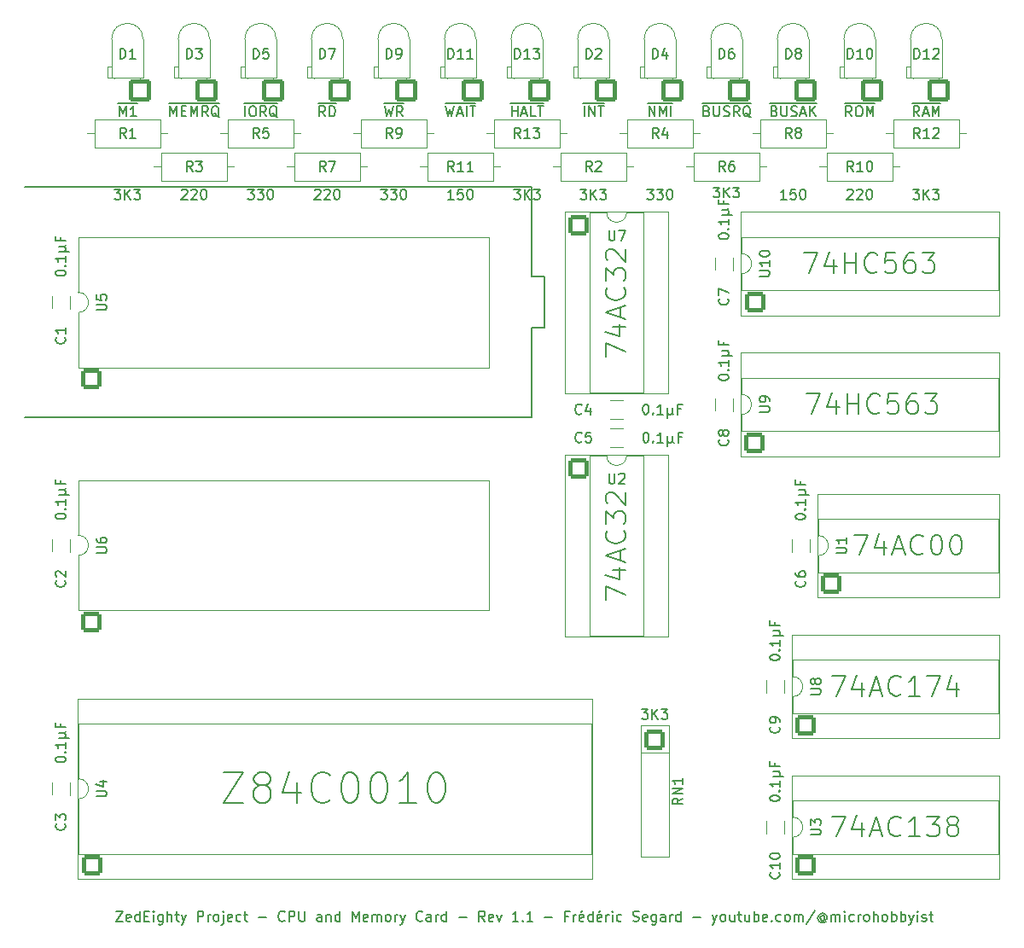
<source format=gto>
G04 #@! TF.GenerationSoftware,KiCad,Pcbnew,7.0.7*
G04 #@! TF.CreationDate,2023-08-22T19:55:34-04:00*
G04 #@! TF.ProjectId,3 - CPU and memory,33202d20-4350-4552-9061-6e64206d656d,1*
G04 #@! TF.SameCoordinates,Original*
G04 #@! TF.FileFunction,Legend,Top*
G04 #@! TF.FilePolarity,Positive*
%FSLAX46Y46*%
G04 Gerber Fmt 4.6, Leading zero omitted, Abs format (unit mm)*
G04 Created by KiCad (PCBNEW 7.0.7) date 2023-08-22 19:55:34*
%MOMM*%
%LPD*%
G01*
G04 APERTURE LIST*
G04 Aperture macros list*
%AMRoundRect*
0 Rectangle with rounded corners*
0 $1 Rounding radius*
0 $2 $3 $4 $5 $6 $7 $8 $9 X,Y pos of 4 corners*
0 Add a 4 corners polygon primitive as box body*
4,1,4,$2,$3,$4,$5,$6,$7,$8,$9,$2,$3,0*
0 Add four circle primitives for the rounded corners*
1,1,$1+$1,$2,$3*
1,1,$1+$1,$4,$5*
1,1,$1+$1,$6,$7*
1,1,$1+$1,$8,$9*
0 Add four rect primitives between the rounded corners*
20,1,$1+$1,$2,$3,$4,$5,0*
20,1,$1+$1,$4,$5,$6,$7,0*
20,1,$1+$1,$6,$7,$8,$9,0*
20,1,$1+$1,$8,$9,$2,$3,0*%
G04 Aperture macros list end*
%ADD10C,0.150000*%
%ADD11C,0.200000*%
%ADD12C,0.120000*%
%ADD13C,2.000000*%
%ADD14O,2.000000X2.000000*%
%ADD15RoundRect,0.200000X0.800000X-0.800000X0.800000X0.800000X-0.800000X0.800000X-0.800000X-0.800000X0*%
%ADD16RoundRect,0.200000X0.900000X0.900000X-0.900000X0.900000X-0.900000X-0.900000X0.900000X-0.900000X0*%
%ADD17C,2.200000*%
%ADD18RoundRect,0.200000X-0.800000X-0.800000X0.800000X-0.800000X0.800000X0.800000X-0.800000X0.800000X0*%
%ADD19RoundRect,0.200000X-0.890000X-3.810000X0.890000X-3.810000X0.890000X3.810000X-0.890000X3.810000X0*%
%ADD20RoundRect,0.200000X-0.800000X0.800000X-0.800000X-0.800000X0.800000X-0.800000X0.800000X0.800000X0*%
G04 APERTURE END LIST*
D10*
X134112000Y-66040000D02*
X135382000Y-66040000D01*
X83820000Y-57150000D02*
X134112000Y-57150000D01*
X134112000Y-71120000D02*
X134112000Y-80010000D01*
X135382000Y-71120000D02*
X134112000Y-71120000D01*
X135382000Y-66040000D02*
X135382000Y-71120000D01*
X134112000Y-57150000D02*
X134112000Y-66040000D01*
X134112000Y-80010000D02*
X83820000Y-80010000D01*
X151463619Y-49588009D02*
X151606476Y-49635628D01*
X151606476Y-49635628D02*
X151654095Y-49683247D01*
X151654095Y-49683247D02*
X151701714Y-49778485D01*
X151701714Y-49778485D02*
X151701714Y-49921342D01*
X151701714Y-49921342D02*
X151654095Y-50016580D01*
X151654095Y-50016580D02*
X151606476Y-50064200D01*
X151606476Y-50064200D02*
X151511238Y-50111819D01*
X151511238Y-50111819D02*
X151130286Y-50111819D01*
X151130286Y-50111819D02*
X151130286Y-49111819D01*
X151130286Y-49111819D02*
X151463619Y-49111819D01*
X151463619Y-49111819D02*
X151558857Y-49159438D01*
X151558857Y-49159438D02*
X151606476Y-49207057D01*
X151606476Y-49207057D02*
X151654095Y-49302295D01*
X151654095Y-49302295D02*
X151654095Y-49397533D01*
X151654095Y-49397533D02*
X151606476Y-49492771D01*
X151606476Y-49492771D02*
X151558857Y-49540390D01*
X151558857Y-49540390D02*
X151463619Y-49588009D01*
X151463619Y-49588009D02*
X151130286Y-49588009D01*
X152130286Y-49111819D02*
X152130286Y-49921342D01*
X152130286Y-49921342D02*
X152177905Y-50016580D01*
X152177905Y-50016580D02*
X152225524Y-50064200D01*
X152225524Y-50064200D02*
X152320762Y-50111819D01*
X152320762Y-50111819D02*
X152511238Y-50111819D01*
X152511238Y-50111819D02*
X152606476Y-50064200D01*
X152606476Y-50064200D02*
X152654095Y-50016580D01*
X152654095Y-50016580D02*
X152701714Y-49921342D01*
X152701714Y-49921342D02*
X152701714Y-49111819D01*
X153130286Y-50064200D02*
X153273143Y-50111819D01*
X153273143Y-50111819D02*
X153511238Y-50111819D01*
X153511238Y-50111819D02*
X153606476Y-50064200D01*
X153606476Y-50064200D02*
X153654095Y-50016580D01*
X153654095Y-50016580D02*
X153701714Y-49921342D01*
X153701714Y-49921342D02*
X153701714Y-49826104D01*
X153701714Y-49826104D02*
X153654095Y-49730866D01*
X153654095Y-49730866D02*
X153606476Y-49683247D01*
X153606476Y-49683247D02*
X153511238Y-49635628D01*
X153511238Y-49635628D02*
X153320762Y-49588009D01*
X153320762Y-49588009D02*
X153225524Y-49540390D01*
X153225524Y-49540390D02*
X153177905Y-49492771D01*
X153177905Y-49492771D02*
X153130286Y-49397533D01*
X153130286Y-49397533D02*
X153130286Y-49302295D01*
X153130286Y-49302295D02*
X153177905Y-49207057D01*
X153177905Y-49207057D02*
X153225524Y-49159438D01*
X153225524Y-49159438D02*
X153320762Y-49111819D01*
X153320762Y-49111819D02*
X153558857Y-49111819D01*
X153558857Y-49111819D02*
X153701714Y-49159438D01*
X154701714Y-50111819D02*
X154368381Y-49635628D01*
X154130286Y-50111819D02*
X154130286Y-49111819D01*
X154130286Y-49111819D02*
X154511238Y-49111819D01*
X154511238Y-49111819D02*
X154606476Y-49159438D01*
X154606476Y-49159438D02*
X154654095Y-49207057D01*
X154654095Y-49207057D02*
X154701714Y-49302295D01*
X154701714Y-49302295D02*
X154701714Y-49445152D01*
X154701714Y-49445152D02*
X154654095Y-49540390D01*
X154654095Y-49540390D02*
X154606476Y-49588009D01*
X154606476Y-49588009D02*
X154511238Y-49635628D01*
X154511238Y-49635628D02*
X154130286Y-49635628D01*
X155796952Y-50207057D02*
X155701714Y-50159438D01*
X155701714Y-50159438D02*
X155606476Y-50064200D01*
X155606476Y-50064200D02*
X155463619Y-49921342D01*
X155463619Y-49921342D02*
X155368381Y-49873723D01*
X155368381Y-49873723D02*
X155273143Y-49873723D01*
X155320762Y-50111819D02*
X155225524Y-50064200D01*
X155225524Y-50064200D02*
X155130286Y-49968961D01*
X155130286Y-49968961D02*
X155082667Y-49778485D01*
X155082667Y-49778485D02*
X155082667Y-49445152D01*
X155082667Y-49445152D02*
X155130286Y-49254676D01*
X155130286Y-49254676D02*
X155225524Y-49159438D01*
X155225524Y-49159438D02*
X155320762Y-49111819D01*
X155320762Y-49111819D02*
X155511238Y-49111819D01*
X155511238Y-49111819D02*
X155606476Y-49159438D01*
X155606476Y-49159438D02*
X155701714Y-49254676D01*
X155701714Y-49254676D02*
X155749333Y-49445152D01*
X155749333Y-49445152D02*
X155749333Y-49778485D01*
X155749333Y-49778485D02*
X155701714Y-49968961D01*
X155701714Y-49968961D02*
X155606476Y-50064200D01*
X155606476Y-50064200D02*
X155511238Y-50111819D01*
X155511238Y-50111819D02*
X155320762Y-50111819D01*
X150992191Y-48834200D02*
X155839810Y-48834200D01*
X132104000Y-50089499D02*
X132104000Y-49089499D01*
X132104000Y-49565689D02*
X132675428Y-49565689D01*
X132675428Y-50089499D02*
X132675428Y-49089499D01*
X133104000Y-49803784D02*
X133580190Y-49803784D01*
X133008762Y-50089499D02*
X133342095Y-49089499D01*
X133342095Y-49089499D02*
X133675428Y-50089499D01*
X134484952Y-50089499D02*
X134008762Y-50089499D01*
X134008762Y-50089499D02*
X134008762Y-49089499D01*
X134675429Y-49089499D02*
X135246857Y-49089499D01*
X134961143Y-50089499D02*
X134961143Y-49089499D01*
X131965905Y-48811880D02*
X135242096Y-48811880D01*
X105640381Y-50111819D02*
X105640381Y-49111819D01*
X106307047Y-49111819D02*
X106497523Y-49111819D01*
X106497523Y-49111819D02*
X106592761Y-49159438D01*
X106592761Y-49159438D02*
X106687999Y-49254676D01*
X106687999Y-49254676D02*
X106735618Y-49445152D01*
X106735618Y-49445152D02*
X106735618Y-49778485D01*
X106735618Y-49778485D02*
X106687999Y-49968961D01*
X106687999Y-49968961D02*
X106592761Y-50064200D01*
X106592761Y-50064200D02*
X106497523Y-50111819D01*
X106497523Y-50111819D02*
X106307047Y-50111819D01*
X106307047Y-50111819D02*
X106211809Y-50064200D01*
X106211809Y-50064200D02*
X106116571Y-49968961D01*
X106116571Y-49968961D02*
X106068952Y-49778485D01*
X106068952Y-49778485D02*
X106068952Y-49445152D01*
X106068952Y-49445152D02*
X106116571Y-49254676D01*
X106116571Y-49254676D02*
X106211809Y-49159438D01*
X106211809Y-49159438D02*
X106307047Y-49111819D01*
X107735618Y-50111819D02*
X107402285Y-49635628D01*
X107164190Y-50111819D02*
X107164190Y-49111819D01*
X107164190Y-49111819D02*
X107545142Y-49111819D01*
X107545142Y-49111819D02*
X107640380Y-49159438D01*
X107640380Y-49159438D02*
X107687999Y-49207057D01*
X107687999Y-49207057D02*
X107735618Y-49302295D01*
X107735618Y-49302295D02*
X107735618Y-49445152D01*
X107735618Y-49445152D02*
X107687999Y-49540390D01*
X107687999Y-49540390D02*
X107640380Y-49588009D01*
X107640380Y-49588009D02*
X107545142Y-49635628D01*
X107545142Y-49635628D02*
X107164190Y-49635628D01*
X108830856Y-50207057D02*
X108735618Y-50159438D01*
X108735618Y-50159438D02*
X108640380Y-50064200D01*
X108640380Y-50064200D02*
X108497523Y-49921342D01*
X108497523Y-49921342D02*
X108402285Y-49873723D01*
X108402285Y-49873723D02*
X108307047Y-49873723D01*
X108354666Y-50111819D02*
X108259428Y-50064200D01*
X108259428Y-50064200D02*
X108164190Y-49968961D01*
X108164190Y-49968961D02*
X108116571Y-49778485D01*
X108116571Y-49778485D02*
X108116571Y-49445152D01*
X108116571Y-49445152D02*
X108164190Y-49254676D01*
X108164190Y-49254676D02*
X108259428Y-49159438D01*
X108259428Y-49159438D02*
X108354666Y-49111819D01*
X108354666Y-49111819D02*
X108545142Y-49111819D01*
X108545142Y-49111819D02*
X108640380Y-49159438D01*
X108640380Y-49159438D02*
X108735618Y-49254676D01*
X108735618Y-49254676D02*
X108783237Y-49445152D01*
X108783237Y-49445152D02*
X108783237Y-49778485D01*
X108783237Y-49778485D02*
X108735618Y-49968961D01*
X108735618Y-49968961D02*
X108640380Y-50064200D01*
X108640380Y-50064200D02*
X108545142Y-50111819D01*
X108545142Y-50111819D02*
X108354666Y-50111819D01*
X105502286Y-48834200D02*
X108873714Y-48834200D01*
X98203048Y-50111819D02*
X98203048Y-49111819D01*
X98203048Y-49111819D02*
X98536381Y-49826104D01*
X98536381Y-49826104D02*
X98869714Y-49111819D01*
X98869714Y-49111819D02*
X98869714Y-50111819D01*
X99345905Y-49588009D02*
X99679238Y-49588009D01*
X99822095Y-50111819D02*
X99345905Y-50111819D01*
X99345905Y-50111819D02*
X99345905Y-49111819D01*
X99345905Y-49111819D02*
X99822095Y-49111819D01*
X100250667Y-50111819D02*
X100250667Y-49111819D01*
X100250667Y-49111819D02*
X100584000Y-49826104D01*
X100584000Y-49826104D02*
X100917333Y-49111819D01*
X100917333Y-49111819D02*
X100917333Y-50111819D01*
X101964952Y-50111819D02*
X101631619Y-49635628D01*
X101393524Y-50111819D02*
X101393524Y-49111819D01*
X101393524Y-49111819D02*
X101774476Y-49111819D01*
X101774476Y-49111819D02*
X101869714Y-49159438D01*
X101869714Y-49159438D02*
X101917333Y-49207057D01*
X101917333Y-49207057D02*
X101964952Y-49302295D01*
X101964952Y-49302295D02*
X101964952Y-49445152D01*
X101964952Y-49445152D02*
X101917333Y-49540390D01*
X101917333Y-49540390D02*
X101869714Y-49588009D01*
X101869714Y-49588009D02*
X101774476Y-49635628D01*
X101774476Y-49635628D02*
X101393524Y-49635628D01*
X103060190Y-50207057D02*
X102964952Y-50159438D01*
X102964952Y-50159438D02*
X102869714Y-50064200D01*
X102869714Y-50064200D02*
X102726857Y-49921342D01*
X102726857Y-49921342D02*
X102631619Y-49873723D01*
X102631619Y-49873723D02*
X102536381Y-49873723D01*
X102584000Y-50111819D02*
X102488762Y-50064200D01*
X102488762Y-50064200D02*
X102393524Y-49968961D01*
X102393524Y-49968961D02*
X102345905Y-49778485D01*
X102345905Y-49778485D02*
X102345905Y-49445152D01*
X102345905Y-49445152D02*
X102393524Y-49254676D01*
X102393524Y-49254676D02*
X102488762Y-49159438D01*
X102488762Y-49159438D02*
X102584000Y-49111819D01*
X102584000Y-49111819D02*
X102774476Y-49111819D01*
X102774476Y-49111819D02*
X102869714Y-49159438D01*
X102869714Y-49159438D02*
X102964952Y-49254676D01*
X102964952Y-49254676D02*
X103012571Y-49445152D01*
X103012571Y-49445152D02*
X103012571Y-49778485D01*
X103012571Y-49778485D02*
X102964952Y-49968961D01*
X102964952Y-49968961D02*
X102869714Y-50064200D01*
X102869714Y-50064200D02*
X102774476Y-50111819D01*
X102774476Y-50111819D02*
X102584000Y-50111819D01*
X98064953Y-48834200D02*
X103103048Y-48834200D01*
X165838285Y-50111819D02*
X165504952Y-49635628D01*
X165266857Y-50111819D02*
X165266857Y-49111819D01*
X165266857Y-49111819D02*
X165647809Y-49111819D01*
X165647809Y-49111819D02*
X165743047Y-49159438D01*
X165743047Y-49159438D02*
X165790666Y-49207057D01*
X165790666Y-49207057D02*
X165838285Y-49302295D01*
X165838285Y-49302295D02*
X165838285Y-49445152D01*
X165838285Y-49445152D02*
X165790666Y-49540390D01*
X165790666Y-49540390D02*
X165743047Y-49588009D01*
X165743047Y-49588009D02*
X165647809Y-49635628D01*
X165647809Y-49635628D02*
X165266857Y-49635628D01*
X166457333Y-49111819D02*
X166647809Y-49111819D01*
X166647809Y-49111819D02*
X166743047Y-49159438D01*
X166743047Y-49159438D02*
X166838285Y-49254676D01*
X166838285Y-49254676D02*
X166885904Y-49445152D01*
X166885904Y-49445152D02*
X166885904Y-49778485D01*
X166885904Y-49778485D02*
X166838285Y-49968961D01*
X166838285Y-49968961D02*
X166743047Y-50064200D01*
X166743047Y-50064200D02*
X166647809Y-50111819D01*
X166647809Y-50111819D02*
X166457333Y-50111819D01*
X166457333Y-50111819D02*
X166362095Y-50064200D01*
X166362095Y-50064200D02*
X166266857Y-49968961D01*
X166266857Y-49968961D02*
X166219238Y-49778485D01*
X166219238Y-49778485D02*
X166219238Y-49445152D01*
X166219238Y-49445152D02*
X166266857Y-49254676D01*
X166266857Y-49254676D02*
X166362095Y-49159438D01*
X166362095Y-49159438D02*
X166457333Y-49111819D01*
X167314476Y-50111819D02*
X167314476Y-49111819D01*
X167314476Y-49111819D02*
X167647809Y-49826104D01*
X167647809Y-49826104D02*
X167981142Y-49111819D01*
X167981142Y-49111819D02*
X167981142Y-50111819D01*
X165128762Y-48834200D02*
X168119238Y-48834200D01*
X92849996Y-128994819D02*
X93516662Y-128994819D01*
X93516662Y-128994819D02*
X92849996Y-129994819D01*
X92849996Y-129994819D02*
X93516662Y-129994819D01*
X94278567Y-129947200D02*
X94183329Y-129994819D01*
X94183329Y-129994819D02*
X93992853Y-129994819D01*
X93992853Y-129994819D02*
X93897615Y-129947200D01*
X93897615Y-129947200D02*
X93849996Y-129851961D01*
X93849996Y-129851961D02*
X93849996Y-129471009D01*
X93849996Y-129471009D02*
X93897615Y-129375771D01*
X93897615Y-129375771D02*
X93992853Y-129328152D01*
X93992853Y-129328152D02*
X94183329Y-129328152D01*
X94183329Y-129328152D02*
X94278567Y-129375771D01*
X94278567Y-129375771D02*
X94326186Y-129471009D01*
X94326186Y-129471009D02*
X94326186Y-129566247D01*
X94326186Y-129566247D02*
X93849996Y-129661485D01*
X95183329Y-129994819D02*
X95183329Y-128994819D01*
X95183329Y-129947200D02*
X95088091Y-129994819D01*
X95088091Y-129994819D02*
X94897615Y-129994819D01*
X94897615Y-129994819D02*
X94802377Y-129947200D01*
X94802377Y-129947200D02*
X94754758Y-129899580D01*
X94754758Y-129899580D02*
X94707139Y-129804342D01*
X94707139Y-129804342D02*
X94707139Y-129518628D01*
X94707139Y-129518628D02*
X94754758Y-129423390D01*
X94754758Y-129423390D02*
X94802377Y-129375771D01*
X94802377Y-129375771D02*
X94897615Y-129328152D01*
X94897615Y-129328152D02*
X95088091Y-129328152D01*
X95088091Y-129328152D02*
X95183329Y-129375771D01*
X95659520Y-129471009D02*
X95992853Y-129471009D01*
X96135710Y-129994819D02*
X95659520Y-129994819D01*
X95659520Y-129994819D02*
X95659520Y-128994819D01*
X95659520Y-128994819D02*
X96135710Y-128994819D01*
X96564282Y-129994819D02*
X96564282Y-129328152D01*
X96564282Y-128994819D02*
X96516663Y-129042438D01*
X96516663Y-129042438D02*
X96564282Y-129090057D01*
X96564282Y-129090057D02*
X96611901Y-129042438D01*
X96611901Y-129042438D02*
X96564282Y-128994819D01*
X96564282Y-128994819D02*
X96564282Y-129090057D01*
X97469043Y-129328152D02*
X97469043Y-130137676D01*
X97469043Y-130137676D02*
X97421424Y-130232914D01*
X97421424Y-130232914D02*
X97373805Y-130280533D01*
X97373805Y-130280533D02*
X97278567Y-130328152D01*
X97278567Y-130328152D02*
X97135710Y-130328152D01*
X97135710Y-130328152D02*
X97040472Y-130280533D01*
X97469043Y-129947200D02*
X97373805Y-129994819D01*
X97373805Y-129994819D02*
X97183329Y-129994819D01*
X97183329Y-129994819D02*
X97088091Y-129947200D01*
X97088091Y-129947200D02*
X97040472Y-129899580D01*
X97040472Y-129899580D02*
X96992853Y-129804342D01*
X96992853Y-129804342D02*
X96992853Y-129518628D01*
X96992853Y-129518628D02*
X97040472Y-129423390D01*
X97040472Y-129423390D02*
X97088091Y-129375771D01*
X97088091Y-129375771D02*
X97183329Y-129328152D01*
X97183329Y-129328152D02*
X97373805Y-129328152D01*
X97373805Y-129328152D02*
X97469043Y-129375771D01*
X97945234Y-129994819D02*
X97945234Y-128994819D01*
X98373805Y-129994819D02*
X98373805Y-129471009D01*
X98373805Y-129471009D02*
X98326186Y-129375771D01*
X98326186Y-129375771D02*
X98230948Y-129328152D01*
X98230948Y-129328152D02*
X98088091Y-129328152D01*
X98088091Y-129328152D02*
X97992853Y-129375771D01*
X97992853Y-129375771D02*
X97945234Y-129423390D01*
X98707139Y-129328152D02*
X99088091Y-129328152D01*
X98849996Y-128994819D02*
X98849996Y-129851961D01*
X98849996Y-129851961D02*
X98897615Y-129947200D01*
X98897615Y-129947200D02*
X98992853Y-129994819D01*
X98992853Y-129994819D02*
X99088091Y-129994819D01*
X99326187Y-129328152D02*
X99564282Y-129994819D01*
X99802377Y-129328152D02*
X99564282Y-129994819D01*
X99564282Y-129994819D02*
X99469044Y-130232914D01*
X99469044Y-130232914D02*
X99421425Y-130280533D01*
X99421425Y-130280533D02*
X99326187Y-130328152D01*
X100945235Y-129994819D02*
X100945235Y-128994819D01*
X100945235Y-128994819D02*
X101326187Y-128994819D01*
X101326187Y-128994819D02*
X101421425Y-129042438D01*
X101421425Y-129042438D02*
X101469044Y-129090057D01*
X101469044Y-129090057D02*
X101516663Y-129185295D01*
X101516663Y-129185295D02*
X101516663Y-129328152D01*
X101516663Y-129328152D02*
X101469044Y-129423390D01*
X101469044Y-129423390D02*
X101421425Y-129471009D01*
X101421425Y-129471009D02*
X101326187Y-129518628D01*
X101326187Y-129518628D02*
X100945235Y-129518628D01*
X101945235Y-129994819D02*
X101945235Y-129328152D01*
X101945235Y-129518628D02*
X101992854Y-129423390D01*
X101992854Y-129423390D02*
X102040473Y-129375771D01*
X102040473Y-129375771D02*
X102135711Y-129328152D01*
X102135711Y-129328152D02*
X102230949Y-129328152D01*
X102707140Y-129994819D02*
X102611902Y-129947200D01*
X102611902Y-129947200D02*
X102564283Y-129899580D01*
X102564283Y-129899580D02*
X102516664Y-129804342D01*
X102516664Y-129804342D02*
X102516664Y-129518628D01*
X102516664Y-129518628D02*
X102564283Y-129423390D01*
X102564283Y-129423390D02*
X102611902Y-129375771D01*
X102611902Y-129375771D02*
X102707140Y-129328152D01*
X102707140Y-129328152D02*
X102849997Y-129328152D01*
X102849997Y-129328152D02*
X102945235Y-129375771D01*
X102945235Y-129375771D02*
X102992854Y-129423390D01*
X102992854Y-129423390D02*
X103040473Y-129518628D01*
X103040473Y-129518628D02*
X103040473Y-129804342D01*
X103040473Y-129804342D02*
X102992854Y-129899580D01*
X102992854Y-129899580D02*
X102945235Y-129947200D01*
X102945235Y-129947200D02*
X102849997Y-129994819D01*
X102849997Y-129994819D02*
X102707140Y-129994819D01*
X103469045Y-129328152D02*
X103469045Y-130185295D01*
X103469045Y-130185295D02*
X103421426Y-130280533D01*
X103421426Y-130280533D02*
X103326188Y-130328152D01*
X103326188Y-130328152D02*
X103278569Y-130328152D01*
X103469045Y-128994819D02*
X103421426Y-129042438D01*
X103421426Y-129042438D02*
X103469045Y-129090057D01*
X103469045Y-129090057D02*
X103516664Y-129042438D01*
X103516664Y-129042438D02*
X103469045Y-128994819D01*
X103469045Y-128994819D02*
X103469045Y-129090057D01*
X104326187Y-129947200D02*
X104230949Y-129994819D01*
X104230949Y-129994819D02*
X104040473Y-129994819D01*
X104040473Y-129994819D02*
X103945235Y-129947200D01*
X103945235Y-129947200D02*
X103897616Y-129851961D01*
X103897616Y-129851961D02*
X103897616Y-129471009D01*
X103897616Y-129471009D02*
X103945235Y-129375771D01*
X103945235Y-129375771D02*
X104040473Y-129328152D01*
X104040473Y-129328152D02*
X104230949Y-129328152D01*
X104230949Y-129328152D02*
X104326187Y-129375771D01*
X104326187Y-129375771D02*
X104373806Y-129471009D01*
X104373806Y-129471009D02*
X104373806Y-129566247D01*
X104373806Y-129566247D02*
X103897616Y-129661485D01*
X105230949Y-129947200D02*
X105135711Y-129994819D01*
X105135711Y-129994819D02*
X104945235Y-129994819D01*
X104945235Y-129994819D02*
X104849997Y-129947200D01*
X104849997Y-129947200D02*
X104802378Y-129899580D01*
X104802378Y-129899580D02*
X104754759Y-129804342D01*
X104754759Y-129804342D02*
X104754759Y-129518628D01*
X104754759Y-129518628D02*
X104802378Y-129423390D01*
X104802378Y-129423390D02*
X104849997Y-129375771D01*
X104849997Y-129375771D02*
X104945235Y-129328152D01*
X104945235Y-129328152D02*
X105135711Y-129328152D01*
X105135711Y-129328152D02*
X105230949Y-129375771D01*
X105516664Y-129328152D02*
X105897616Y-129328152D01*
X105659521Y-128994819D02*
X105659521Y-129851961D01*
X105659521Y-129851961D02*
X105707140Y-129947200D01*
X105707140Y-129947200D02*
X105802378Y-129994819D01*
X105802378Y-129994819D02*
X105897616Y-129994819D01*
X106992855Y-129613866D02*
X107754760Y-129613866D01*
X109564283Y-129899580D02*
X109516664Y-129947200D01*
X109516664Y-129947200D02*
X109373807Y-129994819D01*
X109373807Y-129994819D02*
X109278569Y-129994819D01*
X109278569Y-129994819D02*
X109135712Y-129947200D01*
X109135712Y-129947200D02*
X109040474Y-129851961D01*
X109040474Y-129851961D02*
X108992855Y-129756723D01*
X108992855Y-129756723D02*
X108945236Y-129566247D01*
X108945236Y-129566247D02*
X108945236Y-129423390D01*
X108945236Y-129423390D02*
X108992855Y-129232914D01*
X108992855Y-129232914D02*
X109040474Y-129137676D01*
X109040474Y-129137676D02*
X109135712Y-129042438D01*
X109135712Y-129042438D02*
X109278569Y-128994819D01*
X109278569Y-128994819D02*
X109373807Y-128994819D01*
X109373807Y-128994819D02*
X109516664Y-129042438D01*
X109516664Y-129042438D02*
X109564283Y-129090057D01*
X109992855Y-129994819D02*
X109992855Y-128994819D01*
X109992855Y-128994819D02*
X110373807Y-128994819D01*
X110373807Y-128994819D02*
X110469045Y-129042438D01*
X110469045Y-129042438D02*
X110516664Y-129090057D01*
X110516664Y-129090057D02*
X110564283Y-129185295D01*
X110564283Y-129185295D02*
X110564283Y-129328152D01*
X110564283Y-129328152D02*
X110516664Y-129423390D01*
X110516664Y-129423390D02*
X110469045Y-129471009D01*
X110469045Y-129471009D02*
X110373807Y-129518628D01*
X110373807Y-129518628D02*
X109992855Y-129518628D01*
X110992855Y-128994819D02*
X110992855Y-129804342D01*
X110992855Y-129804342D02*
X111040474Y-129899580D01*
X111040474Y-129899580D02*
X111088093Y-129947200D01*
X111088093Y-129947200D02*
X111183331Y-129994819D01*
X111183331Y-129994819D02*
X111373807Y-129994819D01*
X111373807Y-129994819D02*
X111469045Y-129947200D01*
X111469045Y-129947200D02*
X111516664Y-129899580D01*
X111516664Y-129899580D02*
X111564283Y-129804342D01*
X111564283Y-129804342D02*
X111564283Y-128994819D01*
X113230950Y-129994819D02*
X113230950Y-129471009D01*
X113230950Y-129471009D02*
X113183331Y-129375771D01*
X113183331Y-129375771D02*
X113088093Y-129328152D01*
X113088093Y-129328152D02*
X112897617Y-129328152D01*
X112897617Y-129328152D02*
X112802379Y-129375771D01*
X113230950Y-129947200D02*
X113135712Y-129994819D01*
X113135712Y-129994819D02*
X112897617Y-129994819D01*
X112897617Y-129994819D02*
X112802379Y-129947200D01*
X112802379Y-129947200D02*
X112754760Y-129851961D01*
X112754760Y-129851961D02*
X112754760Y-129756723D01*
X112754760Y-129756723D02*
X112802379Y-129661485D01*
X112802379Y-129661485D02*
X112897617Y-129613866D01*
X112897617Y-129613866D02*
X113135712Y-129613866D01*
X113135712Y-129613866D02*
X113230950Y-129566247D01*
X113707141Y-129328152D02*
X113707141Y-129994819D01*
X113707141Y-129423390D02*
X113754760Y-129375771D01*
X113754760Y-129375771D02*
X113849998Y-129328152D01*
X113849998Y-129328152D02*
X113992855Y-129328152D01*
X113992855Y-129328152D02*
X114088093Y-129375771D01*
X114088093Y-129375771D02*
X114135712Y-129471009D01*
X114135712Y-129471009D02*
X114135712Y-129994819D01*
X115040474Y-129994819D02*
X115040474Y-128994819D01*
X115040474Y-129947200D02*
X114945236Y-129994819D01*
X114945236Y-129994819D02*
X114754760Y-129994819D01*
X114754760Y-129994819D02*
X114659522Y-129947200D01*
X114659522Y-129947200D02*
X114611903Y-129899580D01*
X114611903Y-129899580D02*
X114564284Y-129804342D01*
X114564284Y-129804342D02*
X114564284Y-129518628D01*
X114564284Y-129518628D02*
X114611903Y-129423390D01*
X114611903Y-129423390D02*
X114659522Y-129375771D01*
X114659522Y-129375771D02*
X114754760Y-129328152D01*
X114754760Y-129328152D02*
X114945236Y-129328152D01*
X114945236Y-129328152D02*
X115040474Y-129375771D01*
X116278570Y-129994819D02*
X116278570Y-128994819D01*
X116278570Y-128994819D02*
X116611903Y-129709104D01*
X116611903Y-129709104D02*
X116945236Y-128994819D01*
X116945236Y-128994819D02*
X116945236Y-129994819D01*
X117802379Y-129947200D02*
X117707141Y-129994819D01*
X117707141Y-129994819D02*
X117516665Y-129994819D01*
X117516665Y-129994819D02*
X117421427Y-129947200D01*
X117421427Y-129947200D02*
X117373808Y-129851961D01*
X117373808Y-129851961D02*
X117373808Y-129471009D01*
X117373808Y-129471009D02*
X117421427Y-129375771D01*
X117421427Y-129375771D02*
X117516665Y-129328152D01*
X117516665Y-129328152D02*
X117707141Y-129328152D01*
X117707141Y-129328152D02*
X117802379Y-129375771D01*
X117802379Y-129375771D02*
X117849998Y-129471009D01*
X117849998Y-129471009D02*
X117849998Y-129566247D01*
X117849998Y-129566247D02*
X117373808Y-129661485D01*
X118278570Y-129994819D02*
X118278570Y-129328152D01*
X118278570Y-129423390D02*
X118326189Y-129375771D01*
X118326189Y-129375771D02*
X118421427Y-129328152D01*
X118421427Y-129328152D02*
X118564284Y-129328152D01*
X118564284Y-129328152D02*
X118659522Y-129375771D01*
X118659522Y-129375771D02*
X118707141Y-129471009D01*
X118707141Y-129471009D02*
X118707141Y-129994819D01*
X118707141Y-129471009D02*
X118754760Y-129375771D01*
X118754760Y-129375771D02*
X118849998Y-129328152D01*
X118849998Y-129328152D02*
X118992855Y-129328152D01*
X118992855Y-129328152D02*
X119088094Y-129375771D01*
X119088094Y-129375771D02*
X119135713Y-129471009D01*
X119135713Y-129471009D02*
X119135713Y-129994819D01*
X119754760Y-129994819D02*
X119659522Y-129947200D01*
X119659522Y-129947200D02*
X119611903Y-129899580D01*
X119611903Y-129899580D02*
X119564284Y-129804342D01*
X119564284Y-129804342D02*
X119564284Y-129518628D01*
X119564284Y-129518628D02*
X119611903Y-129423390D01*
X119611903Y-129423390D02*
X119659522Y-129375771D01*
X119659522Y-129375771D02*
X119754760Y-129328152D01*
X119754760Y-129328152D02*
X119897617Y-129328152D01*
X119897617Y-129328152D02*
X119992855Y-129375771D01*
X119992855Y-129375771D02*
X120040474Y-129423390D01*
X120040474Y-129423390D02*
X120088093Y-129518628D01*
X120088093Y-129518628D02*
X120088093Y-129804342D01*
X120088093Y-129804342D02*
X120040474Y-129899580D01*
X120040474Y-129899580D02*
X119992855Y-129947200D01*
X119992855Y-129947200D02*
X119897617Y-129994819D01*
X119897617Y-129994819D02*
X119754760Y-129994819D01*
X120516665Y-129994819D02*
X120516665Y-129328152D01*
X120516665Y-129518628D02*
X120564284Y-129423390D01*
X120564284Y-129423390D02*
X120611903Y-129375771D01*
X120611903Y-129375771D02*
X120707141Y-129328152D01*
X120707141Y-129328152D02*
X120802379Y-129328152D01*
X121040475Y-129328152D02*
X121278570Y-129994819D01*
X121516665Y-129328152D02*
X121278570Y-129994819D01*
X121278570Y-129994819D02*
X121183332Y-130232914D01*
X121183332Y-130232914D02*
X121135713Y-130280533D01*
X121135713Y-130280533D02*
X121040475Y-130328152D01*
X123230951Y-129899580D02*
X123183332Y-129947200D01*
X123183332Y-129947200D02*
X123040475Y-129994819D01*
X123040475Y-129994819D02*
X122945237Y-129994819D01*
X122945237Y-129994819D02*
X122802380Y-129947200D01*
X122802380Y-129947200D02*
X122707142Y-129851961D01*
X122707142Y-129851961D02*
X122659523Y-129756723D01*
X122659523Y-129756723D02*
X122611904Y-129566247D01*
X122611904Y-129566247D02*
X122611904Y-129423390D01*
X122611904Y-129423390D02*
X122659523Y-129232914D01*
X122659523Y-129232914D02*
X122707142Y-129137676D01*
X122707142Y-129137676D02*
X122802380Y-129042438D01*
X122802380Y-129042438D02*
X122945237Y-128994819D01*
X122945237Y-128994819D02*
X123040475Y-128994819D01*
X123040475Y-128994819D02*
X123183332Y-129042438D01*
X123183332Y-129042438D02*
X123230951Y-129090057D01*
X124088094Y-129994819D02*
X124088094Y-129471009D01*
X124088094Y-129471009D02*
X124040475Y-129375771D01*
X124040475Y-129375771D02*
X123945237Y-129328152D01*
X123945237Y-129328152D02*
X123754761Y-129328152D01*
X123754761Y-129328152D02*
X123659523Y-129375771D01*
X124088094Y-129947200D02*
X123992856Y-129994819D01*
X123992856Y-129994819D02*
X123754761Y-129994819D01*
X123754761Y-129994819D02*
X123659523Y-129947200D01*
X123659523Y-129947200D02*
X123611904Y-129851961D01*
X123611904Y-129851961D02*
X123611904Y-129756723D01*
X123611904Y-129756723D02*
X123659523Y-129661485D01*
X123659523Y-129661485D02*
X123754761Y-129613866D01*
X123754761Y-129613866D02*
X123992856Y-129613866D01*
X123992856Y-129613866D02*
X124088094Y-129566247D01*
X124564285Y-129994819D02*
X124564285Y-129328152D01*
X124564285Y-129518628D02*
X124611904Y-129423390D01*
X124611904Y-129423390D02*
X124659523Y-129375771D01*
X124659523Y-129375771D02*
X124754761Y-129328152D01*
X124754761Y-129328152D02*
X124849999Y-129328152D01*
X125611904Y-129994819D02*
X125611904Y-128994819D01*
X125611904Y-129947200D02*
X125516666Y-129994819D01*
X125516666Y-129994819D02*
X125326190Y-129994819D01*
X125326190Y-129994819D02*
X125230952Y-129947200D01*
X125230952Y-129947200D02*
X125183333Y-129899580D01*
X125183333Y-129899580D02*
X125135714Y-129804342D01*
X125135714Y-129804342D02*
X125135714Y-129518628D01*
X125135714Y-129518628D02*
X125183333Y-129423390D01*
X125183333Y-129423390D02*
X125230952Y-129375771D01*
X125230952Y-129375771D02*
X125326190Y-129328152D01*
X125326190Y-129328152D02*
X125516666Y-129328152D01*
X125516666Y-129328152D02*
X125611904Y-129375771D01*
X126850000Y-129613866D02*
X127611905Y-129613866D01*
X129421428Y-129994819D02*
X129088095Y-129518628D01*
X128850000Y-129994819D02*
X128850000Y-128994819D01*
X128850000Y-128994819D02*
X129230952Y-128994819D01*
X129230952Y-128994819D02*
X129326190Y-129042438D01*
X129326190Y-129042438D02*
X129373809Y-129090057D01*
X129373809Y-129090057D02*
X129421428Y-129185295D01*
X129421428Y-129185295D02*
X129421428Y-129328152D01*
X129421428Y-129328152D02*
X129373809Y-129423390D01*
X129373809Y-129423390D02*
X129326190Y-129471009D01*
X129326190Y-129471009D02*
X129230952Y-129518628D01*
X129230952Y-129518628D02*
X128850000Y-129518628D01*
X130230952Y-129947200D02*
X130135714Y-129994819D01*
X130135714Y-129994819D02*
X129945238Y-129994819D01*
X129945238Y-129994819D02*
X129850000Y-129947200D01*
X129850000Y-129947200D02*
X129802381Y-129851961D01*
X129802381Y-129851961D02*
X129802381Y-129471009D01*
X129802381Y-129471009D02*
X129850000Y-129375771D01*
X129850000Y-129375771D02*
X129945238Y-129328152D01*
X129945238Y-129328152D02*
X130135714Y-129328152D01*
X130135714Y-129328152D02*
X130230952Y-129375771D01*
X130230952Y-129375771D02*
X130278571Y-129471009D01*
X130278571Y-129471009D02*
X130278571Y-129566247D01*
X130278571Y-129566247D02*
X129802381Y-129661485D01*
X130611905Y-129328152D02*
X130850000Y-129994819D01*
X130850000Y-129994819D02*
X131088095Y-129328152D01*
X132754762Y-129994819D02*
X132183334Y-129994819D01*
X132469048Y-129994819D02*
X132469048Y-128994819D01*
X132469048Y-128994819D02*
X132373810Y-129137676D01*
X132373810Y-129137676D02*
X132278572Y-129232914D01*
X132278572Y-129232914D02*
X132183334Y-129280533D01*
X133183334Y-129899580D02*
X133230953Y-129947200D01*
X133230953Y-129947200D02*
X133183334Y-129994819D01*
X133183334Y-129994819D02*
X133135715Y-129947200D01*
X133135715Y-129947200D02*
X133183334Y-129899580D01*
X133183334Y-129899580D02*
X133183334Y-129994819D01*
X134183333Y-129994819D02*
X133611905Y-129994819D01*
X133897619Y-129994819D02*
X133897619Y-128994819D01*
X133897619Y-128994819D02*
X133802381Y-129137676D01*
X133802381Y-129137676D02*
X133707143Y-129232914D01*
X133707143Y-129232914D02*
X133611905Y-129280533D01*
X135373810Y-129613866D02*
X136135715Y-129613866D01*
X137707143Y-129471009D02*
X137373810Y-129471009D01*
X137373810Y-129994819D02*
X137373810Y-128994819D01*
X137373810Y-128994819D02*
X137850000Y-128994819D01*
X138230953Y-129994819D02*
X138230953Y-129328152D01*
X138230953Y-129518628D02*
X138278572Y-129423390D01*
X138278572Y-129423390D02*
X138326191Y-129375771D01*
X138326191Y-129375771D02*
X138421429Y-129328152D01*
X138421429Y-129328152D02*
X138516667Y-129328152D01*
X139230953Y-129947200D02*
X139135715Y-129994819D01*
X139135715Y-129994819D02*
X138945239Y-129994819D01*
X138945239Y-129994819D02*
X138850001Y-129947200D01*
X138850001Y-129947200D02*
X138802382Y-129851961D01*
X138802382Y-129851961D02*
X138802382Y-129471009D01*
X138802382Y-129471009D02*
X138850001Y-129375771D01*
X138850001Y-129375771D02*
X138945239Y-129328152D01*
X138945239Y-129328152D02*
X139135715Y-129328152D01*
X139135715Y-129328152D02*
X139230953Y-129375771D01*
X139230953Y-129375771D02*
X139278572Y-129471009D01*
X139278572Y-129471009D02*
X139278572Y-129566247D01*
X139278572Y-129566247D02*
X138802382Y-129661485D01*
X139135715Y-128947200D02*
X138992858Y-129090057D01*
X140135715Y-129994819D02*
X140135715Y-128994819D01*
X140135715Y-129947200D02*
X140040477Y-129994819D01*
X140040477Y-129994819D02*
X139850001Y-129994819D01*
X139850001Y-129994819D02*
X139754763Y-129947200D01*
X139754763Y-129947200D02*
X139707144Y-129899580D01*
X139707144Y-129899580D02*
X139659525Y-129804342D01*
X139659525Y-129804342D02*
X139659525Y-129518628D01*
X139659525Y-129518628D02*
X139707144Y-129423390D01*
X139707144Y-129423390D02*
X139754763Y-129375771D01*
X139754763Y-129375771D02*
X139850001Y-129328152D01*
X139850001Y-129328152D02*
X140040477Y-129328152D01*
X140040477Y-129328152D02*
X140135715Y-129375771D01*
X140992858Y-129947200D02*
X140897620Y-129994819D01*
X140897620Y-129994819D02*
X140707144Y-129994819D01*
X140707144Y-129994819D02*
X140611906Y-129947200D01*
X140611906Y-129947200D02*
X140564287Y-129851961D01*
X140564287Y-129851961D02*
X140564287Y-129471009D01*
X140564287Y-129471009D02*
X140611906Y-129375771D01*
X140611906Y-129375771D02*
X140707144Y-129328152D01*
X140707144Y-129328152D02*
X140897620Y-129328152D01*
X140897620Y-129328152D02*
X140992858Y-129375771D01*
X140992858Y-129375771D02*
X141040477Y-129471009D01*
X141040477Y-129471009D02*
X141040477Y-129566247D01*
X141040477Y-129566247D02*
X140564287Y-129661485D01*
X140897620Y-128947200D02*
X140754763Y-129090057D01*
X141469049Y-129994819D02*
X141469049Y-129328152D01*
X141469049Y-129518628D02*
X141516668Y-129423390D01*
X141516668Y-129423390D02*
X141564287Y-129375771D01*
X141564287Y-129375771D02*
X141659525Y-129328152D01*
X141659525Y-129328152D02*
X141754763Y-129328152D01*
X142088097Y-129994819D02*
X142088097Y-129328152D01*
X142088097Y-128994819D02*
X142040478Y-129042438D01*
X142040478Y-129042438D02*
X142088097Y-129090057D01*
X142088097Y-129090057D02*
X142135716Y-129042438D01*
X142135716Y-129042438D02*
X142088097Y-128994819D01*
X142088097Y-128994819D02*
X142088097Y-129090057D01*
X142992858Y-129947200D02*
X142897620Y-129994819D01*
X142897620Y-129994819D02*
X142707144Y-129994819D01*
X142707144Y-129994819D02*
X142611906Y-129947200D01*
X142611906Y-129947200D02*
X142564287Y-129899580D01*
X142564287Y-129899580D02*
X142516668Y-129804342D01*
X142516668Y-129804342D02*
X142516668Y-129518628D01*
X142516668Y-129518628D02*
X142564287Y-129423390D01*
X142564287Y-129423390D02*
X142611906Y-129375771D01*
X142611906Y-129375771D02*
X142707144Y-129328152D01*
X142707144Y-129328152D02*
X142897620Y-129328152D01*
X142897620Y-129328152D02*
X142992858Y-129375771D01*
X144135716Y-129947200D02*
X144278573Y-129994819D01*
X144278573Y-129994819D02*
X144516668Y-129994819D01*
X144516668Y-129994819D02*
X144611906Y-129947200D01*
X144611906Y-129947200D02*
X144659525Y-129899580D01*
X144659525Y-129899580D02*
X144707144Y-129804342D01*
X144707144Y-129804342D02*
X144707144Y-129709104D01*
X144707144Y-129709104D02*
X144659525Y-129613866D01*
X144659525Y-129613866D02*
X144611906Y-129566247D01*
X144611906Y-129566247D02*
X144516668Y-129518628D01*
X144516668Y-129518628D02*
X144326192Y-129471009D01*
X144326192Y-129471009D02*
X144230954Y-129423390D01*
X144230954Y-129423390D02*
X144183335Y-129375771D01*
X144183335Y-129375771D02*
X144135716Y-129280533D01*
X144135716Y-129280533D02*
X144135716Y-129185295D01*
X144135716Y-129185295D02*
X144183335Y-129090057D01*
X144183335Y-129090057D02*
X144230954Y-129042438D01*
X144230954Y-129042438D02*
X144326192Y-128994819D01*
X144326192Y-128994819D02*
X144564287Y-128994819D01*
X144564287Y-128994819D02*
X144707144Y-129042438D01*
X145516668Y-129947200D02*
X145421430Y-129994819D01*
X145421430Y-129994819D02*
X145230954Y-129994819D01*
X145230954Y-129994819D02*
X145135716Y-129947200D01*
X145135716Y-129947200D02*
X145088097Y-129851961D01*
X145088097Y-129851961D02*
X145088097Y-129471009D01*
X145088097Y-129471009D02*
X145135716Y-129375771D01*
X145135716Y-129375771D02*
X145230954Y-129328152D01*
X145230954Y-129328152D02*
X145421430Y-129328152D01*
X145421430Y-129328152D02*
X145516668Y-129375771D01*
X145516668Y-129375771D02*
X145564287Y-129471009D01*
X145564287Y-129471009D02*
X145564287Y-129566247D01*
X145564287Y-129566247D02*
X145088097Y-129661485D01*
X146421430Y-129328152D02*
X146421430Y-130137676D01*
X146421430Y-130137676D02*
X146373811Y-130232914D01*
X146373811Y-130232914D02*
X146326192Y-130280533D01*
X146326192Y-130280533D02*
X146230954Y-130328152D01*
X146230954Y-130328152D02*
X146088097Y-130328152D01*
X146088097Y-130328152D02*
X145992859Y-130280533D01*
X146421430Y-129947200D02*
X146326192Y-129994819D01*
X146326192Y-129994819D02*
X146135716Y-129994819D01*
X146135716Y-129994819D02*
X146040478Y-129947200D01*
X146040478Y-129947200D02*
X145992859Y-129899580D01*
X145992859Y-129899580D02*
X145945240Y-129804342D01*
X145945240Y-129804342D02*
X145945240Y-129518628D01*
X145945240Y-129518628D02*
X145992859Y-129423390D01*
X145992859Y-129423390D02*
X146040478Y-129375771D01*
X146040478Y-129375771D02*
X146135716Y-129328152D01*
X146135716Y-129328152D02*
X146326192Y-129328152D01*
X146326192Y-129328152D02*
X146421430Y-129375771D01*
X147326192Y-129994819D02*
X147326192Y-129471009D01*
X147326192Y-129471009D02*
X147278573Y-129375771D01*
X147278573Y-129375771D02*
X147183335Y-129328152D01*
X147183335Y-129328152D02*
X146992859Y-129328152D01*
X146992859Y-129328152D02*
X146897621Y-129375771D01*
X147326192Y-129947200D02*
X147230954Y-129994819D01*
X147230954Y-129994819D02*
X146992859Y-129994819D01*
X146992859Y-129994819D02*
X146897621Y-129947200D01*
X146897621Y-129947200D02*
X146850002Y-129851961D01*
X146850002Y-129851961D02*
X146850002Y-129756723D01*
X146850002Y-129756723D02*
X146897621Y-129661485D01*
X146897621Y-129661485D02*
X146992859Y-129613866D01*
X146992859Y-129613866D02*
X147230954Y-129613866D01*
X147230954Y-129613866D02*
X147326192Y-129566247D01*
X147802383Y-129994819D02*
X147802383Y-129328152D01*
X147802383Y-129518628D02*
X147850002Y-129423390D01*
X147850002Y-129423390D02*
X147897621Y-129375771D01*
X147897621Y-129375771D02*
X147992859Y-129328152D01*
X147992859Y-129328152D02*
X148088097Y-129328152D01*
X148850002Y-129994819D02*
X148850002Y-128994819D01*
X148850002Y-129947200D02*
X148754764Y-129994819D01*
X148754764Y-129994819D02*
X148564288Y-129994819D01*
X148564288Y-129994819D02*
X148469050Y-129947200D01*
X148469050Y-129947200D02*
X148421431Y-129899580D01*
X148421431Y-129899580D02*
X148373812Y-129804342D01*
X148373812Y-129804342D02*
X148373812Y-129518628D01*
X148373812Y-129518628D02*
X148421431Y-129423390D01*
X148421431Y-129423390D02*
X148469050Y-129375771D01*
X148469050Y-129375771D02*
X148564288Y-129328152D01*
X148564288Y-129328152D02*
X148754764Y-129328152D01*
X148754764Y-129328152D02*
X148850002Y-129375771D01*
X150088098Y-129613866D02*
X150850003Y-129613866D01*
X151992860Y-129328152D02*
X152230955Y-129994819D01*
X152469050Y-129328152D02*
X152230955Y-129994819D01*
X152230955Y-129994819D02*
X152135717Y-130232914D01*
X152135717Y-130232914D02*
X152088098Y-130280533D01*
X152088098Y-130280533D02*
X151992860Y-130328152D01*
X152992860Y-129994819D02*
X152897622Y-129947200D01*
X152897622Y-129947200D02*
X152850003Y-129899580D01*
X152850003Y-129899580D02*
X152802384Y-129804342D01*
X152802384Y-129804342D02*
X152802384Y-129518628D01*
X152802384Y-129518628D02*
X152850003Y-129423390D01*
X152850003Y-129423390D02*
X152897622Y-129375771D01*
X152897622Y-129375771D02*
X152992860Y-129328152D01*
X152992860Y-129328152D02*
X153135717Y-129328152D01*
X153135717Y-129328152D02*
X153230955Y-129375771D01*
X153230955Y-129375771D02*
X153278574Y-129423390D01*
X153278574Y-129423390D02*
X153326193Y-129518628D01*
X153326193Y-129518628D02*
X153326193Y-129804342D01*
X153326193Y-129804342D02*
X153278574Y-129899580D01*
X153278574Y-129899580D02*
X153230955Y-129947200D01*
X153230955Y-129947200D02*
X153135717Y-129994819D01*
X153135717Y-129994819D02*
X152992860Y-129994819D01*
X154183336Y-129328152D02*
X154183336Y-129994819D01*
X153754765Y-129328152D02*
X153754765Y-129851961D01*
X153754765Y-129851961D02*
X153802384Y-129947200D01*
X153802384Y-129947200D02*
X153897622Y-129994819D01*
X153897622Y-129994819D02*
X154040479Y-129994819D01*
X154040479Y-129994819D02*
X154135717Y-129947200D01*
X154135717Y-129947200D02*
X154183336Y-129899580D01*
X154516670Y-129328152D02*
X154897622Y-129328152D01*
X154659527Y-128994819D02*
X154659527Y-129851961D01*
X154659527Y-129851961D02*
X154707146Y-129947200D01*
X154707146Y-129947200D02*
X154802384Y-129994819D01*
X154802384Y-129994819D02*
X154897622Y-129994819D01*
X155659527Y-129328152D02*
X155659527Y-129994819D01*
X155230956Y-129328152D02*
X155230956Y-129851961D01*
X155230956Y-129851961D02*
X155278575Y-129947200D01*
X155278575Y-129947200D02*
X155373813Y-129994819D01*
X155373813Y-129994819D02*
X155516670Y-129994819D01*
X155516670Y-129994819D02*
X155611908Y-129947200D01*
X155611908Y-129947200D02*
X155659527Y-129899580D01*
X156135718Y-129994819D02*
X156135718Y-128994819D01*
X156135718Y-129375771D02*
X156230956Y-129328152D01*
X156230956Y-129328152D02*
X156421432Y-129328152D01*
X156421432Y-129328152D02*
X156516670Y-129375771D01*
X156516670Y-129375771D02*
X156564289Y-129423390D01*
X156564289Y-129423390D02*
X156611908Y-129518628D01*
X156611908Y-129518628D02*
X156611908Y-129804342D01*
X156611908Y-129804342D02*
X156564289Y-129899580D01*
X156564289Y-129899580D02*
X156516670Y-129947200D01*
X156516670Y-129947200D02*
X156421432Y-129994819D01*
X156421432Y-129994819D02*
X156230956Y-129994819D01*
X156230956Y-129994819D02*
X156135718Y-129947200D01*
X157421432Y-129947200D02*
X157326194Y-129994819D01*
X157326194Y-129994819D02*
X157135718Y-129994819D01*
X157135718Y-129994819D02*
X157040480Y-129947200D01*
X157040480Y-129947200D02*
X156992861Y-129851961D01*
X156992861Y-129851961D02*
X156992861Y-129471009D01*
X156992861Y-129471009D02*
X157040480Y-129375771D01*
X157040480Y-129375771D02*
X157135718Y-129328152D01*
X157135718Y-129328152D02*
X157326194Y-129328152D01*
X157326194Y-129328152D02*
X157421432Y-129375771D01*
X157421432Y-129375771D02*
X157469051Y-129471009D01*
X157469051Y-129471009D02*
X157469051Y-129566247D01*
X157469051Y-129566247D02*
X156992861Y-129661485D01*
X157897623Y-129899580D02*
X157945242Y-129947200D01*
X157945242Y-129947200D02*
X157897623Y-129994819D01*
X157897623Y-129994819D02*
X157850004Y-129947200D01*
X157850004Y-129947200D02*
X157897623Y-129899580D01*
X157897623Y-129899580D02*
X157897623Y-129994819D01*
X158802384Y-129947200D02*
X158707146Y-129994819D01*
X158707146Y-129994819D02*
X158516670Y-129994819D01*
X158516670Y-129994819D02*
X158421432Y-129947200D01*
X158421432Y-129947200D02*
X158373813Y-129899580D01*
X158373813Y-129899580D02*
X158326194Y-129804342D01*
X158326194Y-129804342D02*
X158326194Y-129518628D01*
X158326194Y-129518628D02*
X158373813Y-129423390D01*
X158373813Y-129423390D02*
X158421432Y-129375771D01*
X158421432Y-129375771D02*
X158516670Y-129328152D01*
X158516670Y-129328152D02*
X158707146Y-129328152D01*
X158707146Y-129328152D02*
X158802384Y-129375771D01*
X159373813Y-129994819D02*
X159278575Y-129947200D01*
X159278575Y-129947200D02*
X159230956Y-129899580D01*
X159230956Y-129899580D02*
X159183337Y-129804342D01*
X159183337Y-129804342D02*
X159183337Y-129518628D01*
X159183337Y-129518628D02*
X159230956Y-129423390D01*
X159230956Y-129423390D02*
X159278575Y-129375771D01*
X159278575Y-129375771D02*
X159373813Y-129328152D01*
X159373813Y-129328152D02*
X159516670Y-129328152D01*
X159516670Y-129328152D02*
X159611908Y-129375771D01*
X159611908Y-129375771D02*
X159659527Y-129423390D01*
X159659527Y-129423390D02*
X159707146Y-129518628D01*
X159707146Y-129518628D02*
X159707146Y-129804342D01*
X159707146Y-129804342D02*
X159659527Y-129899580D01*
X159659527Y-129899580D02*
X159611908Y-129947200D01*
X159611908Y-129947200D02*
X159516670Y-129994819D01*
X159516670Y-129994819D02*
X159373813Y-129994819D01*
X160135718Y-129994819D02*
X160135718Y-129328152D01*
X160135718Y-129423390D02*
X160183337Y-129375771D01*
X160183337Y-129375771D02*
X160278575Y-129328152D01*
X160278575Y-129328152D02*
X160421432Y-129328152D01*
X160421432Y-129328152D02*
X160516670Y-129375771D01*
X160516670Y-129375771D02*
X160564289Y-129471009D01*
X160564289Y-129471009D02*
X160564289Y-129994819D01*
X160564289Y-129471009D02*
X160611908Y-129375771D01*
X160611908Y-129375771D02*
X160707146Y-129328152D01*
X160707146Y-129328152D02*
X160850003Y-129328152D01*
X160850003Y-129328152D02*
X160945242Y-129375771D01*
X160945242Y-129375771D02*
X160992861Y-129471009D01*
X160992861Y-129471009D02*
X160992861Y-129994819D01*
X162183336Y-128947200D02*
X161326194Y-130232914D01*
X163135717Y-129518628D02*
X163088098Y-129471009D01*
X163088098Y-129471009D02*
X162992860Y-129423390D01*
X162992860Y-129423390D02*
X162897622Y-129423390D01*
X162897622Y-129423390D02*
X162802384Y-129471009D01*
X162802384Y-129471009D02*
X162754765Y-129518628D01*
X162754765Y-129518628D02*
X162707146Y-129613866D01*
X162707146Y-129613866D02*
X162707146Y-129709104D01*
X162707146Y-129709104D02*
X162754765Y-129804342D01*
X162754765Y-129804342D02*
X162802384Y-129851961D01*
X162802384Y-129851961D02*
X162897622Y-129899580D01*
X162897622Y-129899580D02*
X162992860Y-129899580D01*
X162992860Y-129899580D02*
X163088098Y-129851961D01*
X163088098Y-129851961D02*
X163135717Y-129804342D01*
X163135717Y-129423390D02*
X163135717Y-129804342D01*
X163135717Y-129804342D02*
X163183336Y-129851961D01*
X163183336Y-129851961D02*
X163230955Y-129851961D01*
X163230955Y-129851961D02*
X163326194Y-129804342D01*
X163326194Y-129804342D02*
X163373813Y-129709104D01*
X163373813Y-129709104D02*
X163373813Y-129471009D01*
X163373813Y-129471009D02*
X163278575Y-129328152D01*
X163278575Y-129328152D02*
X163135717Y-129232914D01*
X163135717Y-129232914D02*
X162945241Y-129185295D01*
X162945241Y-129185295D02*
X162754765Y-129232914D01*
X162754765Y-129232914D02*
X162611908Y-129328152D01*
X162611908Y-129328152D02*
X162516670Y-129471009D01*
X162516670Y-129471009D02*
X162469051Y-129661485D01*
X162469051Y-129661485D02*
X162516670Y-129851961D01*
X162516670Y-129851961D02*
X162611908Y-129994819D01*
X162611908Y-129994819D02*
X162754765Y-130090057D01*
X162754765Y-130090057D02*
X162945241Y-130137676D01*
X162945241Y-130137676D02*
X163135717Y-130090057D01*
X163135717Y-130090057D02*
X163278575Y-129994819D01*
X163802384Y-129994819D02*
X163802384Y-129328152D01*
X163802384Y-129423390D02*
X163850003Y-129375771D01*
X163850003Y-129375771D02*
X163945241Y-129328152D01*
X163945241Y-129328152D02*
X164088098Y-129328152D01*
X164088098Y-129328152D02*
X164183336Y-129375771D01*
X164183336Y-129375771D02*
X164230955Y-129471009D01*
X164230955Y-129471009D02*
X164230955Y-129994819D01*
X164230955Y-129471009D02*
X164278574Y-129375771D01*
X164278574Y-129375771D02*
X164373812Y-129328152D01*
X164373812Y-129328152D02*
X164516669Y-129328152D01*
X164516669Y-129328152D02*
X164611908Y-129375771D01*
X164611908Y-129375771D02*
X164659527Y-129471009D01*
X164659527Y-129471009D02*
X164659527Y-129994819D01*
X165135717Y-129994819D02*
X165135717Y-129328152D01*
X165135717Y-128994819D02*
X165088098Y-129042438D01*
X165088098Y-129042438D02*
X165135717Y-129090057D01*
X165135717Y-129090057D02*
X165183336Y-129042438D01*
X165183336Y-129042438D02*
X165135717Y-128994819D01*
X165135717Y-128994819D02*
X165135717Y-129090057D01*
X166040478Y-129947200D02*
X165945240Y-129994819D01*
X165945240Y-129994819D02*
X165754764Y-129994819D01*
X165754764Y-129994819D02*
X165659526Y-129947200D01*
X165659526Y-129947200D02*
X165611907Y-129899580D01*
X165611907Y-129899580D02*
X165564288Y-129804342D01*
X165564288Y-129804342D02*
X165564288Y-129518628D01*
X165564288Y-129518628D02*
X165611907Y-129423390D01*
X165611907Y-129423390D02*
X165659526Y-129375771D01*
X165659526Y-129375771D02*
X165754764Y-129328152D01*
X165754764Y-129328152D02*
X165945240Y-129328152D01*
X165945240Y-129328152D02*
X166040478Y-129375771D01*
X166469050Y-129994819D02*
X166469050Y-129328152D01*
X166469050Y-129518628D02*
X166516669Y-129423390D01*
X166516669Y-129423390D02*
X166564288Y-129375771D01*
X166564288Y-129375771D02*
X166659526Y-129328152D01*
X166659526Y-129328152D02*
X166754764Y-129328152D01*
X167230955Y-129994819D02*
X167135717Y-129947200D01*
X167135717Y-129947200D02*
X167088098Y-129899580D01*
X167088098Y-129899580D02*
X167040479Y-129804342D01*
X167040479Y-129804342D02*
X167040479Y-129518628D01*
X167040479Y-129518628D02*
X167088098Y-129423390D01*
X167088098Y-129423390D02*
X167135717Y-129375771D01*
X167135717Y-129375771D02*
X167230955Y-129328152D01*
X167230955Y-129328152D02*
X167373812Y-129328152D01*
X167373812Y-129328152D02*
X167469050Y-129375771D01*
X167469050Y-129375771D02*
X167516669Y-129423390D01*
X167516669Y-129423390D02*
X167564288Y-129518628D01*
X167564288Y-129518628D02*
X167564288Y-129804342D01*
X167564288Y-129804342D02*
X167516669Y-129899580D01*
X167516669Y-129899580D02*
X167469050Y-129947200D01*
X167469050Y-129947200D02*
X167373812Y-129994819D01*
X167373812Y-129994819D02*
X167230955Y-129994819D01*
X167992860Y-129994819D02*
X167992860Y-128994819D01*
X168421431Y-129994819D02*
X168421431Y-129471009D01*
X168421431Y-129471009D02*
X168373812Y-129375771D01*
X168373812Y-129375771D02*
X168278574Y-129328152D01*
X168278574Y-129328152D02*
X168135717Y-129328152D01*
X168135717Y-129328152D02*
X168040479Y-129375771D01*
X168040479Y-129375771D02*
X167992860Y-129423390D01*
X169040479Y-129994819D02*
X168945241Y-129947200D01*
X168945241Y-129947200D02*
X168897622Y-129899580D01*
X168897622Y-129899580D02*
X168850003Y-129804342D01*
X168850003Y-129804342D02*
X168850003Y-129518628D01*
X168850003Y-129518628D02*
X168897622Y-129423390D01*
X168897622Y-129423390D02*
X168945241Y-129375771D01*
X168945241Y-129375771D02*
X169040479Y-129328152D01*
X169040479Y-129328152D02*
X169183336Y-129328152D01*
X169183336Y-129328152D02*
X169278574Y-129375771D01*
X169278574Y-129375771D02*
X169326193Y-129423390D01*
X169326193Y-129423390D02*
X169373812Y-129518628D01*
X169373812Y-129518628D02*
X169373812Y-129804342D01*
X169373812Y-129804342D02*
X169326193Y-129899580D01*
X169326193Y-129899580D02*
X169278574Y-129947200D01*
X169278574Y-129947200D02*
X169183336Y-129994819D01*
X169183336Y-129994819D02*
X169040479Y-129994819D01*
X169802384Y-129994819D02*
X169802384Y-128994819D01*
X169802384Y-129375771D02*
X169897622Y-129328152D01*
X169897622Y-129328152D02*
X170088098Y-129328152D01*
X170088098Y-129328152D02*
X170183336Y-129375771D01*
X170183336Y-129375771D02*
X170230955Y-129423390D01*
X170230955Y-129423390D02*
X170278574Y-129518628D01*
X170278574Y-129518628D02*
X170278574Y-129804342D01*
X170278574Y-129804342D02*
X170230955Y-129899580D01*
X170230955Y-129899580D02*
X170183336Y-129947200D01*
X170183336Y-129947200D02*
X170088098Y-129994819D01*
X170088098Y-129994819D02*
X169897622Y-129994819D01*
X169897622Y-129994819D02*
X169802384Y-129947200D01*
X170707146Y-129994819D02*
X170707146Y-128994819D01*
X170707146Y-129375771D02*
X170802384Y-129328152D01*
X170802384Y-129328152D02*
X170992860Y-129328152D01*
X170992860Y-129328152D02*
X171088098Y-129375771D01*
X171088098Y-129375771D02*
X171135717Y-129423390D01*
X171135717Y-129423390D02*
X171183336Y-129518628D01*
X171183336Y-129518628D02*
X171183336Y-129804342D01*
X171183336Y-129804342D02*
X171135717Y-129899580D01*
X171135717Y-129899580D02*
X171088098Y-129947200D01*
X171088098Y-129947200D02*
X170992860Y-129994819D01*
X170992860Y-129994819D02*
X170802384Y-129994819D01*
X170802384Y-129994819D02*
X170707146Y-129947200D01*
X171516670Y-129328152D02*
X171754765Y-129994819D01*
X171992860Y-129328152D02*
X171754765Y-129994819D01*
X171754765Y-129994819D02*
X171659527Y-130232914D01*
X171659527Y-130232914D02*
X171611908Y-130280533D01*
X171611908Y-130280533D02*
X171516670Y-130328152D01*
X172373813Y-129994819D02*
X172373813Y-129328152D01*
X172373813Y-128994819D02*
X172326194Y-129042438D01*
X172326194Y-129042438D02*
X172373813Y-129090057D01*
X172373813Y-129090057D02*
X172421432Y-129042438D01*
X172421432Y-129042438D02*
X172373813Y-128994819D01*
X172373813Y-128994819D02*
X172373813Y-129090057D01*
X172802384Y-129947200D02*
X172897622Y-129994819D01*
X172897622Y-129994819D02*
X173088098Y-129994819D01*
X173088098Y-129994819D02*
X173183336Y-129947200D01*
X173183336Y-129947200D02*
X173230955Y-129851961D01*
X173230955Y-129851961D02*
X173230955Y-129804342D01*
X173230955Y-129804342D02*
X173183336Y-129709104D01*
X173183336Y-129709104D02*
X173088098Y-129661485D01*
X173088098Y-129661485D02*
X172945241Y-129661485D01*
X172945241Y-129661485D02*
X172850003Y-129613866D01*
X172850003Y-129613866D02*
X172802384Y-129518628D01*
X172802384Y-129518628D02*
X172802384Y-129471009D01*
X172802384Y-129471009D02*
X172850003Y-129375771D01*
X172850003Y-129375771D02*
X172945241Y-129328152D01*
X172945241Y-129328152D02*
X173088098Y-129328152D01*
X173088098Y-129328152D02*
X173183336Y-129375771D01*
X173516670Y-129328152D02*
X173897622Y-129328152D01*
X173659527Y-128994819D02*
X173659527Y-129851961D01*
X173659527Y-129851961D02*
X173707146Y-129947200D01*
X173707146Y-129947200D02*
X173802384Y-129994819D01*
X173802384Y-129994819D02*
X173897622Y-129994819D01*
X125523810Y-49111819D02*
X125761905Y-50111819D01*
X125761905Y-50111819D02*
X125952381Y-49397533D01*
X125952381Y-49397533D02*
X126142857Y-50111819D01*
X126142857Y-50111819D02*
X126380953Y-49111819D01*
X126714286Y-49826104D02*
X127190476Y-49826104D01*
X126619048Y-50111819D02*
X126952381Y-49111819D01*
X126952381Y-49111819D02*
X127285714Y-50111819D01*
X127619048Y-50111819D02*
X127619048Y-49111819D01*
X127952381Y-49111819D02*
X128523809Y-49111819D01*
X128238095Y-50111819D02*
X128238095Y-49111819D01*
X125480953Y-48834200D02*
X128519048Y-48834200D01*
X139303238Y-50111819D02*
X139303238Y-49111819D01*
X139779428Y-50111819D02*
X139779428Y-49111819D01*
X139779428Y-49111819D02*
X140350856Y-50111819D01*
X140350856Y-50111819D02*
X140350856Y-49111819D01*
X140684190Y-49111819D02*
X141255618Y-49111819D01*
X140969904Y-50111819D02*
X140969904Y-49111819D01*
X139165143Y-48834200D02*
X141250857Y-48834200D01*
X119467429Y-49111819D02*
X119705524Y-50111819D01*
X119705524Y-50111819D02*
X119896000Y-49397533D01*
X119896000Y-49397533D02*
X120086476Y-50111819D01*
X120086476Y-50111819D02*
X120324572Y-49111819D01*
X121276952Y-50111819D02*
X120943619Y-49635628D01*
X120705524Y-50111819D02*
X120705524Y-49111819D01*
X120705524Y-49111819D02*
X121086476Y-49111819D01*
X121086476Y-49111819D02*
X121181714Y-49159438D01*
X121181714Y-49159438D02*
X121229333Y-49207057D01*
X121229333Y-49207057D02*
X121276952Y-49302295D01*
X121276952Y-49302295D02*
X121276952Y-49445152D01*
X121276952Y-49445152D02*
X121229333Y-49540390D01*
X121229333Y-49540390D02*
X121181714Y-49588009D01*
X121181714Y-49588009D02*
X121086476Y-49635628D01*
X121086476Y-49635628D02*
X120705524Y-49635628D01*
X119424572Y-48834200D02*
X121367429Y-48834200D01*
X93170476Y-50111819D02*
X93170476Y-49111819D01*
X93170476Y-49111819D02*
X93503809Y-49826104D01*
X93503809Y-49826104D02*
X93837142Y-49111819D01*
X93837142Y-49111819D02*
X93837142Y-50111819D01*
X94837142Y-50111819D02*
X94265714Y-50111819D01*
X94551428Y-50111819D02*
X94551428Y-49111819D01*
X94551428Y-49111819D02*
X94456190Y-49254676D01*
X94456190Y-49254676D02*
X94360952Y-49349914D01*
X94360952Y-49349914D02*
X94265714Y-49397533D01*
X93032381Y-48834200D02*
X94927619Y-48834200D01*
X158162857Y-49588009D02*
X158305714Y-49635628D01*
X158305714Y-49635628D02*
X158353333Y-49683247D01*
X158353333Y-49683247D02*
X158400952Y-49778485D01*
X158400952Y-49778485D02*
X158400952Y-49921342D01*
X158400952Y-49921342D02*
X158353333Y-50016580D01*
X158353333Y-50016580D02*
X158305714Y-50064200D01*
X158305714Y-50064200D02*
X158210476Y-50111819D01*
X158210476Y-50111819D02*
X157829524Y-50111819D01*
X157829524Y-50111819D02*
X157829524Y-49111819D01*
X157829524Y-49111819D02*
X158162857Y-49111819D01*
X158162857Y-49111819D02*
X158258095Y-49159438D01*
X158258095Y-49159438D02*
X158305714Y-49207057D01*
X158305714Y-49207057D02*
X158353333Y-49302295D01*
X158353333Y-49302295D02*
X158353333Y-49397533D01*
X158353333Y-49397533D02*
X158305714Y-49492771D01*
X158305714Y-49492771D02*
X158258095Y-49540390D01*
X158258095Y-49540390D02*
X158162857Y-49588009D01*
X158162857Y-49588009D02*
X157829524Y-49588009D01*
X158829524Y-49111819D02*
X158829524Y-49921342D01*
X158829524Y-49921342D02*
X158877143Y-50016580D01*
X158877143Y-50016580D02*
X158924762Y-50064200D01*
X158924762Y-50064200D02*
X159020000Y-50111819D01*
X159020000Y-50111819D02*
X159210476Y-50111819D01*
X159210476Y-50111819D02*
X159305714Y-50064200D01*
X159305714Y-50064200D02*
X159353333Y-50016580D01*
X159353333Y-50016580D02*
X159400952Y-49921342D01*
X159400952Y-49921342D02*
X159400952Y-49111819D01*
X159829524Y-50064200D02*
X159972381Y-50111819D01*
X159972381Y-50111819D02*
X160210476Y-50111819D01*
X160210476Y-50111819D02*
X160305714Y-50064200D01*
X160305714Y-50064200D02*
X160353333Y-50016580D01*
X160353333Y-50016580D02*
X160400952Y-49921342D01*
X160400952Y-49921342D02*
X160400952Y-49826104D01*
X160400952Y-49826104D02*
X160353333Y-49730866D01*
X160353333Y-49730866D02*
X160305714Y-49683247D01*
X160305714Y-49683247D02*
X160210476Y-49635628D01*
X160210476Y-49635628D02*
X160020000Y-49588009D01*
X160020000Y-49588009D02*
X159924762Y-49540390D01*
X159924762Y-49540390D02*
X159877143Y-49492771D01*
X159877143Y-49492771D02*
X159829524Y-49397533D01*
X159829524Y-49397533D02*
X159829524Y-49302295D01*
X159829524Y-49302295D02*
X159877143Y-49207057D01*
X159877143Y-49207057D02*
X159924762Y-49159438D01*
X159924762Y-49159438D02*
X160020000Y-49111819D01*
X160020000Y-49111819D02*
X160258095Y-49111819D01*
X160258095Y-49111819D02*
X160400952Y-49159438D01*
X160781905Y-49826104D02*
X161258095Y-49826104D01*
X160686667Y-50111819D02*
X161020000Y-49111819D01*
X161020000Y-49111819D02*
X161353333Y-50111819D01*
X161686667Y-50111819D02*
X161686667Y-49111819D01*
X162258095Y-50111819D02*
X161829524Y-49540390D01*
X162258095Y-49111819D02*
X161686667Y-49683247D01*
X157691429Y-48834200D02*
X162348572Y-48834200D01*
X145716762Y-50111819D02*
X145716762Y-49111819D01*
X145716762Y-49111819D02*
X146288190Y-50111819D01*
X146288190Y-50111819D02*
X146288190Y-49111819D01*
X146764381Y-50111819D02*
X146764381Y-49111819D01*
X146764381Y-49111819D02*
X147097714Y-49826104D01*
X147097714Y-49826104D02*
X147431047Y-49111819D01*
X147431047Y-49111819D02*
X147431047Y-50111819D01*
X147907238Y-50111819D02*
X147907238Y-49111819D01*
X145578667Y-48834200D02*
X148045333Y-48834200D01*
X172537523Y-50111819D02*
X172204190Y-49635628D01*
X171966095Y-50111819D02*
X171966095Y-49111819D01*
X171966095Y-49111819D02*
X172347047Y-49111819D01*
X172347047Y-49111819D02*
X172442285Y-49159438D01*
X172442285Y-49159438D02*
X172489904Y-49207057D01*
X172489904Y-49207057D02*
X172537523Y-49302295D01*
X172537523Y-49302295D02*
X172537523Y-49445152D01*
X172537523Y-49445152D02*
X172489904Y-49540390D01*
X172489904Y-49540390D02*
X172442285Y-49588009D01*
X172442285Y-49588009D02*
X172347047Y-49635628D01*
X172347047Y-49635628D02*
X171966095Y-49635628D01*
X172918476Y-49826104D02*
X173394666Y-49826104D01*
X172823238Y-50111819D02*
X173156571Y-49111819D01*
X173156571Y-49111819D02*
X173489904Y-50111819D01*
X173823238Y-50111819D02*
X173823238Y-49111819D01*
X173823238Y-49111819D02*
X174156571Y-49826104D01*
X174156571Y-49826104D02*
X174489904Y-49111819D01*
X174489904Y-49111819D02*
X174489904Y-50111819D01*
X171828000Y-48834200D02*
X174628000Y-48834200D01*
X113601523Y-50111819D02*
X113268190Y-49635628D01*
X113030095Y-50111819D02*
X113030095Y-49111819D01*
X113030095Y-49111819D02*
X113411047Y-49111819D01*
X113411047Y-49111819D02*
X113506285Y-49159438D01*
X113506285Y-49159438D02*
X113553904Y-49207057D01*
X113553904Y-49207057D02*
X113601523Y-49302295D01*
X113601523Y-49302295D02*
X113601523Y-49445152D01*
X113601523Y-49445152D02*
X113553904Y-49540390D01*
X113553904Y-49540390D02*
X113506285Y-49588009D01*
X113506285Y-49588009D02*
X113411047Y-49635628D01*
X113411047Y-49635628D02*
X113030095Y-49635628D01*
X114030095Y-50111819D02*
X114030095Y-49111819D01*
X114030095Y-49111819D02*
X114268190Y-49111819D01*
X114268190Y-49111819D02*
X114411047Y-49159438D01*
X114411047Y-49159438D02*
X114506285Y-49254676D01*
X114506285Y-49254676D02*
X114553904Y-49349914D01*
X114553904Y-49349914D02*
X114601523Y-49540390D01*
X114601523Y-49540390D02*
X114601523Y-49683247D01*
X114601523Y-49683247D02*
X114553904Y-49873723D01*
X114553904Y-49873723D02*
X114506285Y-49968961D01*
X114506285Y-49968961D02*
X114411047Y-50064200D01*
X114411047Y-50064200D02*
X114268190Y-50111819D01*
X114268190Y-50111819D02*
X114030095Y-50111819D01*
X112892000Y-48834200D02*
X114692000Y-48834200D01*
X146645333Y-52270819D02*
X146312000Y-51794628D01*
X146073905Y-52270819D02*
X146073905Y-51270819D01*
X146073905Y-51270819D02*
X146454857Y-51270819D01*
X146454857Y-51270819D02*
X146550095Y-51318438D01*
X146550095Y-51318438D02*
X146597714Y-51366057D01*
X146597714Y-51366057D02*
X146645333Y-51461295D01*
X146645333Y-51461295D02*
X146645333Y-51604152D01*
X146645333Y-51604152D02*
X146597714Y-51699390D01*
X146597714Y-51699390D02*
X146550095Y-51747009D01*
X146550095Y-51747009D02*
X146454857Y-51794628D01*
X146454857Y-51794628D02*
X146073905Y-51794628D01*
X147502476Y-51604152D02*
X147502476Y-52270819D01*
X147264381Y-51223200D02*
X147026286Y-51937485D01*
X147026286Y-51937485D02*
X147645333Y-51937485D01*
X145526286Y-57366819D02*
X146145333Y-57366819D01*
X146145333Y-57366819D02*
X145812000Y-57747771D01*
X145812000Y-57747771D02*
X145954857Y-57747771D01*
X145954857Y-57747771D02*
X146050095Y-57795390D01*
X146050095Y-57795390D02*
X146097714Y-57843009D01*
X146097714Y-57843009D02*
X146145333Y-57938247D01*
X146145333Y-57938247D02*
X146145333Y-58176342D01*
X146145333Y-58176342D02*
X146097714Y-58271580D01*
X146097714Y-58271580D02*
X146050095Y-58319200D01*
X146050095Y-58319200D02*
X145954857Y-58366819D01*
X145954857Y-58366819D02*
X145669143Y-58366819D01*
X145669143Y-58366819D02*
X145573905Y-58319200D01*
X145573905Y-58319200D02*
X145526286Y-58271580D01*
X146478667Y-57366819D02*
X147097714Y-57366819D01*
X147097714Y-57366819D02*
X146764381Y-57747771D01*
X146764381Y-57747771D02*
X146907238Y-57747771D01*
X146907238Y-57747771D02*
X147002476Y-57795390D01*
X147002476Y-57795390D02*
X147050095Y-57843009D01*
X147050095Y-57843009D02*
X147097714Y-57938247D01*
X147097714Y-57938247D02*
X147097714Y-58176342D01*
X147097714Y-58176342D02*
X147050095Y-58271580D01*
X147050095Y-58271580D02*
X147002476Y-58319200D01*
X147002476Y-58319200D02*
X146907238Y-58366819D01*
X146907238Y-58366819D02*
X146621524Y-58366819D01*
X146621524Y-58366819D02*
X146526286Y-58319200D01*
X146526286Y-58319200D02*
X146478667Y-58271580D01*
X147716762Y-57366819D02*
X147812000Y-57366819D01*
X147812000Y-57366819D02*
X147907238Y-57414438D01*
X147907238Y-57414438D02*
X147954857Y-57462057D01*
X147954857Y-57462057D02*
X148002476Y-57557295D01*
X148002476Y-57557295D02*
X148050095Y-57747771D01*
X148050095Y-57747771D02*
X148050095Y-57985866D01*
X148050095Y-57985866D02*
X148002476Y-58176342D01*
X148002476Y-58176342D02*
X147954857Y-58271580D01*
X147954857Y-58271580D02*
X147907238Y-58319200D01*
X147907238Y-58319200D02*
X147812000Y-58366819D01*
X147812000Y-58366819D02*
X147716762Y-58366819D01*
X147716762Y-58366819D02*
X147621524Y-58319200D01*
X147621524Y-58319200D02*
X147573905Y-58271580D01*
X147573905Y-58271580D02*
X147526286Y-58176342D01*
X147526286Y-58176342D02*
X147478667Y-57985866D01*
X147478667Y-57985866D02*
X147478667Y-57747771D01*
X147478667Y-57747771D02*
X147526286Y-57557295D01*
X147526286Y-57557295D02*
X147573905Y-57462057D01*
X147573905Y-57462057D02*
X147621524Y-57414438D01*
X147621524Y-57414438D02*
X147716762Y-57366819D01*
X90894819Y-117606904D02*
X91704342Y-117606904D01*
X91704342Y-117606904D02*
X91799580Y-117559285D01*
X91799580Y-117559285D02*
X91847200Y-117511666D01*
X91847200Y-117511666D02*
X91894819Y-117416428D01*
X91894819Y-117416428D02*
X91894819Y-117225952D01*
X91894819Y-117225952D02*
X91847200Y-117130714D01*
X91847200Y-117130714D02*
X91799580Y-117083095D01*
X91799580Y-117083095D02*
X91704342Y-117035476D01*
X91704342Y-117035476D02*
X90894819Y-117035476D01*
X91228152Y-116130714D02*
X91894819Y-116130714D01*
X90847200Y-116368809D02*
X91561485Y-116606904D01*
X91561485Y-116606904D02*
X91561485Y-115987857D01*
D11*
X103482571Y-115222457D02*
X105482571Y-115222457D01*
X105482571Y-115222457D02*
X103482571Y-118222457D01*
X103482571Y-118222457D02*
X105482571Y-118222457D01*
X107054000Y-116508171D02*
X106768285Y-116365314D01*
X106768285Y-116365314D02*
X106625428Y-116222457D01*
X106625428Y-116222457D02*
X106482571Y-115936742D01*
X106482571Y-115936742D02*
X106482571Y-115793885D01*
X106482571Y-115793885D02*
X106625428Y-115508171D01*
X106625428Y-115508171D02*
X106768285Y-115365314D01*
X106768285Y-115365314D02*
X107054000Y-115222457D01*
X107054000Y-115222457D02*
X107625428Y-115222457D01*
X107625428Y-115222457D02*
X107911143Y-115365314D01*
X107911143Y-115365314D02*
X108054000Y-115508171D01*
X108054000Y-115508171D02*
X108196857Y-115793885D01*
X108196857Y-115793885D02*
X108196857Y-115936742D01*
X108196857Y-115936742D02*
X108054000Y-116222457D01*
X108054000Y-116222457D02*
X107911143Y-116365314D01*
X107911143Y-116365314D02*
X107625428Y-116508171D01*
X107625428Y-116508171D02*
X107054000Y-116508171D01*
X107054000Y-116508171D02*
X106768285Y-116651028D01*
X106768285Y-116651028D02*
X106625428Y-116793885D01*
X106625428Y-116793885D02*
X106482571Y-117079600D01*
X106482571Y-117079600D02*
X106482571Y-117651028D01*
X106482571Y-117651028D02*
X106625428Y-117936742D01*
X106625428Y-117936742D02*
X106768285Y-118079600D01*
X106768285Y-118079600D02*
X107054000Y-118222457D01*
X107054000Y-118222457D02*
X107625428Y-118222457D01*
X107625428Y-118222457D02*
X107911143Y-118079600D01*
X107911143Y-118079600D02*
X108054000Y-117936742D01*
X108054000Y-117936742D02*
X108196857Y-117651028D01*
X108196857Y-117651028D02*
X108196857Y-117079600D01*
X108196857Y-117079600D02*
X108054000Y-116793885D01*
X108054000Y-116793885D02*
X107911143Y-116651028D01*
X107911143Y-116651028D02*
X107625428Y-116508171D01*
X110768286Y-116222457D02*
X110768286Y-118222457D01*
X110054000Y-115079600D02*
X109339714Y-117222457D01*
X109339714Y-117222457D02*
X111196857Y-117222457D01*
X114054000Y-117936742D02*
X113911143Y-118079600D01*
X113911143Y-118079600D02*
X113482571Y-118222457D01*
X113482571Y-118222457D02*
X113196857Y-118222457D01*
X113196857Y-118222457D02*
X112768286Y-118079600D01*
X112768286Y-118079600D02*
X112482571Y-117793885D01*
X112482571Y-117793885D02*
X112339714Y-117508171D01*
X112339714Y-117508171D02*
X112196857Y-116936742D01*
X112196857Y-116936742D02*
X112196857Y-116508171D01*
X112196857Y-116508171D02*
X112339714Y-115936742D01*
X112339714Y-115936742D02*
X112482571Y-115651028D01*
X112482571Y-115651028D02*
X112768286Y-115365314D01*
X112768286Y-115365314D02*
X113196857Y-115222457D01*
X113196857Y-115222457D02*
X113482571Y-115222457D01*
X113482571Y-115222457D02*
X113911143Y-115365314D01*
X113911143Y-115365314D02*
X114054000Y-115508171D01*
X115911143Y-115222457D02*
X116196857Y-115222457D01*
X116196857Y-115222457D02*
X116482571Y-115365314D01*
X116482571Y-115365314D02*
X116625429Y-115508171D01*
X116625429Y-115508171D02*
X116768286Y-115793885D01*
X116768286Y-115793885D02*
X116911143Y-116365314D01*
X116911143Y-116365314D02*
X116911143Y-117079600D01*
X116911143Y-117079600D02*
X116768286Y-117651028D01*
X116768286Y-117651028D02*
X116625429Y-117936742D01*
X116625429Y-117936742D02*
X116482571Y-118079600D01*
X116482571Y-118079600D02*
X116196857Y-118222457D01*
X116196857Y-118222457D02*
X115911143Y-118222457D01*
X115911143Y-118222457D02*
X115625429Y-118079600D01*
X115625429Y-118079600D02*
X115482571Y-117936742D01*
X115482571Y-117936742D02*
X115339714Y-117651028D01*
X115339714Y-117651028D02*
X115196857Y-117079600D01*
X115196857Y-117079600D02*
X115196857Y-116365314D01*
X115196857Y-116365314D02*
X115339714Y-115793885D01*
X115339714Y-115793885D02*
X115482571Y-115508171D01*
X115482571Y-115508171D02*
X115625429Y-115365314D01*
X115625429Y-115365314D02*
X115911143Y-115222457D01*
X118768286Y-115222457D02*
X119054000Y-115222457D01*
X119054000Y-115222457D02*
X119339714Y-115365314D01*
X119339714Y-115365314D02*
X119482572Y-115508171D01*
X119482572Y-115508171D02*
X119625429Y-115793885D01*
X119625429Y-115793885D02*
X119768286Y-116365314D01*
X119768286Y-116365314D02*
X119768286Y-117079600D01*
X119768286Y-117079600D02*
X119625429Y-117651028D01*
X119625429Y-117651028D02*
X119482572Y-117936742D01*
X119482572Y-117936742D02*
X119339714Y-118079600D01*
X119339714Y-118079600D02*
X119054000Y-118222457D01*
X119054000Y-118222457D02*
X118768286Y-118222457D01*
X118768286Y-118222457D02*
X118482572Y-118079600D01*
X118482572Y-118079600D02*
X118339714Y-117936742D01*
X118339714Y-117936742D02*
X118196857Y-117651028D01*
X118196857Y-117651028D02*
X118054000Y-117079600D01*
X118054000Y-117079600D02*
X118054000Y-116365314D01*
X118054000Y-116365314D02*
X118196857Y-115793885D01*
X118196857Y-115793885D02*
X118339714Y-115508171D01*
X118339714Y-115508171D02*
X118482572Y-115365314D01*
X118482572Y-115365314D02*
X118768286Y-115222457D01*
X122625429Y-118222457D02*
X120911143Y-118222457D01*
X121768286Y-118222457D02*
X121768286Y-115222457D01*
X121768286Y-115222457D02*
X121482572Y-115651028D01*
X121482572Y-115651028D02*
X121196857Y-115936742D01*
X121196857Y-115936742D02*
X120911143Y-116079600D01*
X124482572Y-115222457D02*
X124768286Y-115222457D01*
X124768286Y-115222457D02*
X125054000Y-115365314D01*
X125054000Y-115365314D02*
X125196858Y-115508171D01*
X125196858Y-115508171D02*
X125339715Y-115793885D01*
X125339715Y-115793885D02*
X125482572Y-116365314D01*
X125482572Y-116365314D02*
X125482572Y-117079600D01*
X125482572Y-117079600D02*
X125339715Y-117651028D01*
X125339715Y-117651028D02*
X125196858Y-117936742D01*
X125196858Y-117936742D02*
X125054000Y-118079600D01*
X125054000Y-118079600D02*
X124768286Y-118222457D01*
X124768286Y-118222457D02*
X124482572Y-118222457D01*
X124482572Y-118222457D02*
X124196858Y-118079600D01*
X124196858Y-118079600D02*
X124054000Y-117936742D01*
X124054000Y-117936742D02*
X123911143Y-117651028D01*
X123911143Y-117651028D02*
X123768286Y-117079600D01*
X123768286Y-117079600D02*
X123768286Y-116365314D01*
X123768286Y-116365314D02*
X123911143Y-115793885D01*
X123911143Y-115793885D02*
X124054000Y-115508171D01*
X124054000Y-115508171D02*
X124196858Y-115365314D01*
X124196858Y-115365314D02*
X124482572Y-115222457D01*
D10*
X87735580Y-72048666D02*
X87783200Y-72096285D01*
X87783200Y-72096285D02*
X87830819Y-72239142D01*
X87830819Y-72239142D02*
X87830819Y-72334380D01*
X87830819Y-72334380D02*
X87783200Y-72477237D01*
X87783200Y-72477237D02*
X87687961Y-72572475D01*
X87687961Y-72572475D02*
X87592723Y-72620094D01*
X87592723Y-72620094D02*
X87402247Y-72667713D01*
X87402247Y-72667713D02*
X87259390Y-72667713D01*
X87259390Y-72667713D02*
X87068914Y-72620094D01*
X87068914Y-72620094D02*
X86973676Y-72572475D01*
X86973676Y-72572475D02*
X86878438Y-72477237D01*
X86878438Y-72477237D02*
X86830819Y-72334380D01*
X86830819Y-72334380D02*
X86830819Y-72239142D01*
X86830819Y-72239142D02*
X86878438Y-72096285D01*
X86878438Y-72096285D02*
X86926057Y-72048666D01*
X87830819Y-71096285D02*
X87830819Y-71667713D01*
X87830819Y-71381999D02*
X86830819Y-71381999D01*
X86830819Y-71381999D02*
X86973676Y-71477237D01*
X86973676Y-71477237D02*
X87068914Y-71572475D01*
X87068914Y-71572475D02*
X87116533Y-71667713D01*
X86830819Y-65722285D02*
X86830819Y-65627047D01*
X86830819Y-65627047D02*
X86878438Y-65531809D01*
X86878438Y-65531809D02*
X86926057Y-65484190D01*
X86926057Y-65484190D02*
X87021295Y-65436571D01*
X87021295Y-65436571D02*
X87211771Y-65388952D01*
X87211771Y-65388952D02*
X87449866Y-65388952D01*
X87449866Y-65388952D02*
X87640342Y-65436571D01*
X87640342Y-65436571D02*
X87735580Y-65484190D01*
X87735580Y-65484190D02*
X87783200Y-65531809D01*
X87783200Y-65531809D02*
X87830819Y-65627047D01*
X87830819Y-65627047D02*
X87830819Y-65722285D01*
X87830819Y-65722285D02*
X87783200Y-65817523D01*
X87783200Y-65817523D02*
X87735580Y-65865142D01*
X87735580Y-65865142D02*
X87640342Y-65912761D01*
X87640342Y-65912761D02*
X87449866Y-65960380D01*
X87449866Y-65960380D02*
X87211771Y-65960380D01*
X87211771Y-65960380D02*
X87021295Y-65912761D01*
X87021295Y-65912761D02*
X86926057Y-65865142D01*
X86926057Y-65865142D02*
X86878438Y-65817523D01*
X86878438Y-65817523D02*
X86830819Y-65722285D01*
X87735580Y-64960380D02*
X87783200Y-64912761D01*
X87783200Y-64912761D02*
X87830819Y-64960380D01*
X87830819Y-64960380D02*
X87783200Y-65007999D01*
X87783200Y-65007999D02*
X87735580Y-64960380D01*
X87735580Y-64960380D02*
X87830819Y-64960380D01*
X87830819Y-63960381D02*
X87830819Y-64531809D01*
X87830819Y-64246095D02*
X86830819Y-64246095D01*
X86830819Y-64246095D02*
X86973676Y-64341333D01*
X86973676Y-64341333D02*
X87068914Y-64436571D01*
X87068914Y-64436571D02*
X87116533Y-64531809D01*
X87164152Y-63531809D02*
X88164152Y-63531809D01*
X87687961Y-63055619D02*
X87783200Y-63008000D01*
X87783200Y-63008000D02*
X87830819Y-62912762D01*
X87687961Y-63531809D02*
X87783200Y-63484190D01*
X87783200Y-63484190D02*
X87830819Y-63388952D01*
X87830819Y-63388952D02*
X87830819Y-63198476D01*
X87830819Y-63198476D02*
X87783200Y-63103238D01*
X87783200Y-63103238D02*
X87687961Y-63055619D01*
X87687961Y-63055619D02*
X87164152Y-63055619D01*
X87307009Y-62150857D02*
X87307009Y-62484190D01*
X87830819Y-62484190D02*
X86830819Y-62484190D01*
X86830819Y-62484190D02*
X86830819Y-62008000D01*
X100417333Y-55572819D02*
X100084000Y-55096628D01*
X99845905Y-55572819D02*
X99845905Y-54572819D01*
X99845905Y-54572819D02*
X100226857Y-54572819D01*
X100226857Y-54572819D02*
X100322095Y-54620438D01*
X100322095Y-54620438D02*
X100369714Y-54668057D01*
X100369714Y-54668057D02*
X100417333Y-54763295D01*
X100417333Y-54763295D02*
X100417333Y-54906152D01*
X100417333Y-54906152D02*
X100369714Y-55001390D01*
X100369714Y-55001390D02*
X100322095Y-55049009D01*
X100322095Y-55049009D02*
X100226857Y-55096628D01*
X100226857Y-55096628D02*
X99845905Y-55096628D01*
X100750667Y-54572819D02*
X101369714Y-54572819D01*
X101369714Y-54572819D02*
X101036381Y-54953771D01*
X101036381Y-54953771D02*
X101179238Y-54953771D01*
X101179238Y-54953771D02*
X101274476Y-55001390D01*
X101274476Y-55001390D02*
X101322095Y-55049009D01*
X101322095Y-55049009D02*
X101369714Y-55144247D01*
X101369714Y-55144247D02*
X101369714Y-55382342D01*
X101369714Y-55382342D02*
X101322095Y-55477580D01*
X101322095Y-55477580D02*
X101274476Y-55525200D01*
X101274476Y-55525200D02*
X101179238Y-55572819D01*
X101179238Y-55572819D02*
X100893524Y-55572819D01*
X100893524Y-55572819D02*
X100798286Y-55525200D01*
X100798286Y-55525200D02*
X100750667Y-55477580D01*
X99345905Y-57462057D02*
X99393524Y-57414438D01*
X99393524Y-57414438D02*
X99488762Y-57366819D01*
X99488762Y-57366819D02*
X99726857Y-57366819D01*
X99726857Y-57366819D02*
X99822095Y-57414438D01*
X99822095Y-57414438D02*
X99869714Y-57462057D01*
X99869714Y-57462057D02*
X99917333Y-57557295D01*
X99917333Y-57557295D02*
X99917333Y-57652533D01*
X99917333Y-57652533D02*
X99869714Y-57795390D01*
X99869714Y-57795390D02*
X99298286Y-58366819D01*
X99298286Y-58366819D02*
X99917333Y-58366819D01*
X100298286Y-57462057D02*
X100345905Y-57414438D01*
X100345905Y-57414438D02*
X100441143Y-57366819D01*
X100441143Y-57366819D02*
X100679238Y-57366819D01*
X100679238Y-57366819D02*
X100774476Y-57414438D01*
X100774476Y-57414438D02*
X100822095Y-57462057D01*
X100822095Y-57462057D02*
X100869714Y-57557295D01*
X100869714Y-57557295D02*
X100869714Y-57652533D01*
X100869714Y-57652533D02*
X100822095Y-57795390D01*
X100822095Y-57795390D02*
X100250667Y-58366819D01*
X100250667Y-58366819D02*
X100869714Y-58366819D01*
X101488762Y-57366819D02*
X101584000Y-57366819D01*
X101584000Y-57366819D02*
X101679238Y-57414438D01*
X101679238Y-57414438D02*
X101726857Y-57462057D01*
X101726857Y-57462057D02*
X101774476Y-57557295D01*
X101774476Y-57557295D02*
X101822095Y-57747771D01*
X101822095Y-57747771D02*
X101822095Y-57985866D01*
X101822095Y-57985866D02*
X101774476Y-58176342D01*
X101774476Y-58176342D02*
X101726857Y-58271580D01*
X101726857Y-58271580D02*
X101679238Y-58319200D01*
X101679238Y-58319200D02*
X101584000Y-58366819D01*
X101584000Y-58366819D02*
X101488762Y-58366819D01*
X101488762Y-58366819D02*
X101393524Y-58319200D01*
X101393524Y-58319200D02*
X101345905Y-58271580D01*
X101345905Y-58271580D02*
X101298286Y-58176342D01*
X101298286Y-58176342D02*
X101250667Y-57985866D01*
X101250667Y-57985866D02*
X101250667Y-57747771D01*
X101250667Y-57747771D02*
X101298286Y-57557295D01*
X101298286Y-57557295D02*
X101345905Y-57462057D01*
X101345905Y-57462057D02*
X101393524Y-57414438D01*
X101393524Y-57414438D02*
X101488762Y-57366819D01*
X153521580Y-82188666D02*
X153569200Y-82236285D01*
X153569200Y-82236285D02*
X153616819Y-82379142D01*
X153616819Y-82379142D02*
X153616819Y-82474380D01*
X153616819Y-82474380D02*
X153569200Y-82617237D01*
X153569200Y-82617237D02*
X153473961Y-82712475D01*
X153473961Y-82712475D02*
X153378723Y-82760094D01*
X153378723Y-82760094D02*
X153188247Y-82807713D01*
X153188247Y-82807713D02*
X153045390Y-82807713D01*
X153045390Y-82807713D02*
X152854914Y-82760094D01*
X152854914Y-82760094D02*
X152759676Y-82712475D01*
X152759676Y-82712475D02*
X152664438Y-82617237D01*
X152664438Y-82617237D02*
X152616819Y-82474380D01*
X152616819Y-82474380D02*
X152616819Y-82379142D01*
X152616819Y-82379142D02*
X152664438Y-82236285D01*
X152664438Y-82236285D02*
X152712057Y-82188666D01*
X153045390Y-81617237D02*
X152997771Y-81712475D01*
X152997771Y-81712475D02*
X152950152Y-81760094D01*
X152950152Y-81760094D02*
X152854914Y-81807713D01*
X152854914Y-81807713D02*
X152807295Y-81807713D01*
X152807295Y-81807713D02*
X152712057Y-81760094D01*
X152712057Y-81760094D02*
X152664438Y-81712475D01*
X152664438Y-81712475D02*
X152616819Y-81617237D01*
X152616819Y-81617237D02*
X152616819Y-81426761D01*
X152616819Y-81426761D02*
X152664438Y-81331523D01*
X152664438Y-81331523D02*
X152712057Y-81283904D01*
X152712057Y-81283904D02*
X152807295Y-81236285D01*
X152807295Y-81236285D02*
X152854914Y-81236285D01*
X152854914Y-81236285D02*
X152950152Y-81283904D01*
X152950152Y-81283904D02*
X152997771Y-81331523D01*
X152997771Y-81331523D02*
X153045390Y-81426761D01*
X153045390Y-81426761D02*
X153045390Y-81617237D01*
X153045390Y-81617237D02*
X153093009Y-81712475D01*
X153093009Y-81712475D02*
X153140628Y-81760094D01*
X153140628Y-81760094D02*
X153235866Y-81807713D01*
X153235866Y-81807713D02*
X153426342Y-81807713D01*
X153426342Y-81807713D02*
X153521580Y-81760094D01*
X153521580Y-81760094D02*
X153569200Y-81712475D01*
X153569200Y-81712475D02*
X153616819Y-81617237D01*
X153616819Y-81617237D02*
X153616819Y-81426761D01*
X153616819Y-81426761D02*
X153569200Y-81331523D01*
X153569200Y-81331523D02*
X153521580Y-81283904D01*
X153521580Y-81283904D02*
X153426342Y-81236285D01*
X153426342Y-81236285D02*
X153235866Y-81236285D01*
X153235866Y-81236285D02*
X153140628Y-81283904D01*
X153140628Y-81283904D02*
X153093009Y-81331523D01*
X153093009Y-81331523D02*
X153045390Y-81426761D01*
X152616819Y-76060085D02*
X152616819Y-75964847D01*
X152616819Y-75964847D02*
X152664438Y-75869609D01*
X152664438Y-75869609D02*
X152712057Y-75821990D01*
X152712057Y-75821990D02*
X152807295Y-75774371D01*
X152807295Y-75774371D02*
X152997771Y-75726752D01*
X152997771Y-75726752D02*
X153235866Y-75726752D01*
X153235866Y-75726752D02*
X153426342Y-75774371D01*
X153426342Y-75774371D02*
X153521580Y-75821990D01*
X153521580Y-75821990D02*
X153569200Y-75869609D01*
X153569200Y-75869609D02*
X153616819Y-75964847D01*
X153616819Y-75964847D02*
X153616819Y-76060085D01*
X153616819Y-76060085D02*
X153569200Y-76155323D01*
X153569200Y-76155323D02*
X153521580Y-76202942D01*
X153521580Y-76202942D02*
X153426342Y-76250561D01*
X153426342Y-76250561D02*
X153235866Y-76298180D01*
X153235866Y-76298180D02*
X152997771Y-76298180D01*
X152997771Y-76298180D02*
X152807295Y-76250561D01*
X152807295Y-76250561D02*
X152712057Y-76202942D01*
X152712057Y-76202942D02*
X152664438Y-76155323D01*
X152664438Y-76155323D02*
X152616819Y-76060085D01*
X153521580Y-75298180D02*
X153569200Y-75250561D01*
X153569200Y-75250561D02*
X153616819Y-75298180D01*
X153616819Y-75298180D02*
X153569200Y-75345799D01*
X153569200Y-75345799D02*
X153521580Y-75298180D01*
X153521580Y-75298180D02*
X153616819Y-75298180D01*
X153616819Y-74298181D02*
X153616819Y-74869609D01*
X153616819Y-74583895D02*
X152616819Y-74583895D01*
X152616819Y-74583895D02*
X152759676Y-74679133D01*
X152759676Y-74679133D02*
X152854914Y-74774371D01*
X152854914Y-74774371D02*
X152902533Y-74869609D01*
X152950152Y-73869609D02*
X153950152Y-73869609D01*
X153473961Y-73393419D02*
X153569200Y-73345800D01*
X153569200Y-73345800D02*
X153616819Y-73250562D01*
X153473961Y-73869609D02*
X153569200Y-73821990D01*
X153569200Y-73821990D02*
X153616819Y-73726752D01*
X153616819Y-73726752D02*
X153616819Y-73536276D01*
X153616819Y-73536276D02*
X153569200Y-73441038D01*
X153569200Y-73441038D02*
X153473961Y-73393419D01*
X153473961Y-73393419D02*
X152950152Y-73393419D01*
X153093009Y-72488657D02*
X153093009Y-72821990D01*
X153616819Y-72821990D02*
X152616819Y-72821990D01*
X152616819Y-72821990D02*
X152616819Y-72345800D01*
X87735580Y-120308666D02*
X87783200Y-120356285D01*
X87783200Y-120356285D02*
X87830819Y-120499142D01*
X87830819Y-120499142D02*
X87830819Y-120594380D01*
X87830819Y-120594380D02*
X87783200Y-120737237D01*
X87783200Y-120737237D02*
X87687961Y-120832475D01*
X87687961Y-120832475D02*
X87592723Y-120880094D01*
X87592723Y-120880094D02*
X87402247Y-120927713D01*
X87402247Y-120927713D02*
X87259390Y-120927713D01*
X87259390Y-120927713D02*
X87068914Y-120880094D01*
X87068914Y-120880094D02*
X86973676Y-120832475D01*
X86973676Y-120832475D02*
X86878438Y-120737237D01*
X86878438Y-120737237D02*
X86830819Y-120594380D01*
X86830819Y-120594380D02*
X86830819Y-120499142D01*
X86830819Y-120499142D02*
X86878438Y-120356285D01*
X86878438Y-120356285D02*
X86926057Y-120308666D01*
X86830819Y-119975332D02*
X86830819Y-119356285D01*
X86830819Y-119356285D02*
X87211771Y-119689618D01*
X87211771Y-119689618D02*
X87211771Y-119546761D01*
X87211771Y-119546761D02*
X87259390Y-119451523D01*
X87259390Y-119451523D02*
X87307009Y-119403904D01*
X87307009Y-119403904D02*
X87402247Y-119356285D01*
X87402247Y-119356285D02*
X87640342Y-119356285D01*
X87640342Y-119356285D02*
X87735580Y-119403904D01*
X87735580Y-119403904D02*
X87783200Y-119451523D01*
X87783200Y-119451523D02*
X87830819Y-119546761D01*
X87830819Y-119546761D02*
X87830819Y-119832475D01*
X87830819Y-119832475D02*
X87783200Y-119927713D01*
X87783200Y-119927713D02*
X87735580Y-119975332D01*
X86830819Y-113982285D02*
X86830819Y-113887047D01*
X86830819Y-113887047D02*
X86878438Y-113791809D01*
X86878438Y-113791809D02*
X86926057Y-113744190D01*
X86926057Y-113744190D02*
X87021295Y-113696571D01*
X87021295Y-113696571D02*
X87211771Y-113648952D01*
X87211771Y-113648952D02*
X87449866Y-113648952D01*
X87449866Y-113648952D02*
X87640342Y-113696571D01*
X87640342Y-113696571D02*
X87735580Y-113744190D01*
X87735580Y-113744190D02*
X87783200Y-113791809D01*
X87783200Y-113791809D02*
X87830819Y-113887047D01*
X87830819Y-113887047D02*
X87830819Y-113982285D01*
X87830819Y-113982285D02*
X87783200Y-114077523D01*
X87783200Y-114077523D02*
X87735580Y-114125142D01*
X87735580Y-114125142D02*
X87640342Y-114172761D01*
X87640342Y-114172761D02*
X87449866Y-114220380D01*
X87449866Y-114220380D02*
X87211771Y-114220380D01*
X87211771Y-114220380D02*
X87021295Y-114172761D01*
X87021295Y-114172761D02*
X86926057Y-114125142D01*
X86926057Y-114125142D02*
X86878438Y-114077523D01*
X86878438Y-114077523D02*
X86830819Y-113982285D01*
X87735580Y-113220380D02*
X87783200Y-113172761D01*
X87783200Y-113172761D02*
X87830819Y-113220380D01*
X87830819Y-113220380D02*
X87783200Y-113267999D01*
X87783200Y-113267999D02*
X87735580Y-113220380D01*
X87735580Y-113220380D02*
X87830819Y-113220380D01*
X87830819Y-112220381D02*
X87830819Y-112791809D01*
X87830819Y-112506095D02*
X86830819Y-112506095D01*
X86830819Y-112506095D02*
X86973676Y-112601333D01*
X86973676Y-112601333D02*
X87068914Y-112696571D01*
X87068914Y-112696571D02*
X87116533Y-112791809D01*
X87164152Y-111791809D02*
X88164152Y-111791809D01*
X87687961Y-111315619D02*
X87783200Y-111268000D01*
X87783200Y-111268000D02*
X87830819Y-111172762D01*
X87687961Y-111791809D02*
X87783200Y-111744190D01*
X87783200Y-111744190D02*
X87830819Y-111648952D01*
X87830819Y-111648952D02*
X87830819Y-111458476D01*
X87830819Y-111458476D02*
X87783200Y-111363238D01*
X87783200Y-111363238D02*
X87687961Y-111315619D01*
X87687961Y-111315619D02*
X87164152Y-111315619D01*
X87307009Y-110410857D02*
X87307009Y-110744190D01*
X87830819Y-110744190D02*
X86830819Y-110744190D01*
X86830819Y-110744190D02*
X86830819Y-110268000D01*
X113033905Y-44396819D02*
X113033905Y-43396819D01*
X113033905Y-43396819D02*
X113272000Y-43396819D01*
X113272000Y-43396819D02*
X113414857Y-43444438D01*
X113414857Y-43444438D02*
X113510095Y-43539676D01*
X113510095Y-43539676D02*
X113557714Y-43634914D01*
X113557714Y-43634914D02*
X113605333Y-43825390D01*
X113605333Y-43825390D02*
X113605333Y-43968247D01*
X113605333Y-43968247D02*
X113557714Y-44158723D01*
X113557714Y-44158723D02*
X113510095Y-44253961D01*
X113510095Y-44253961D02*
X113414857Y-44349200D01*
X113414857Y-44349200D02*
X113272000Y-44396819D01*
X113272000Y-44396819D02*
X113033905Y-44396819D01*
X113938667Y-43396819D02*
X114605333Y-43396819D01*
X114605333Y-43396819D02*
X114176762Y-44396819D01*
X120229333Y-52270819D02*
X119896000Y-51794628D01*
X119657905Y-52270819D02*
X119657905Y-51270819D01*
X119657905Y-51270819D02*
X120038857Y-51270819D01*
X120038857Y-51270819D02*
X120134095Y-51318438D01*
X120134095Y-51318438D02*
X120181714Y-51366057D01*
X120181714Y-51366057D02*
X120229333Y-51461295D01*
X120229333Y-51461295D02*
X120229333Y-51604152D01*
X120229333Y-51604152D02*
X120181714Y-51699390D01*
X120181714Y-51699390D02*
X120134095Y-51747009D01*
X120134095Y-51747009D02*
X120038857Y-51794628D01*
X120038857Y-51794628D02*
X119657905Y-51794628D01*
X120705524Y-52270819D02*
X120896000Y-52270819D01*
X120896000Y-52270819D02*
X120991238Y-52223200D01*
X120991238Y-52223200D02*
X121038857Y-52175580D01*
X121038857Y-52175580D02*
X121134095Y-52032723D01*
X121134095Y-52032723D02*
X121181714Y-51842247D01*
X121181714Y-51842247D02*
X121181714Y-51461295D01*
X121181714Y-51461295D02*
X121134095Y-51366057D01*
X121134095Y-51366057D02*
X121086476Y-51318438D01*
X121086476Y-51318438D02*
X120991238Y-51270819D01*
X120991238Y-51270819D02*
X120800762Y-51270819D01*
X120800762Y-51270819D02*
X120705524Y-51318438D01*
X120705524Y-51318438D02*
X120657905Y-51366057D01*
X120657905Y-51366057D02*
X120610286Y-51461295D01*
X120610286Y-51461295D02*
X120610286Y-51699390D01*
X120610286Y-51699390D02*
X120657905Y-51794628D01*
X120657905Y-51794628D02*
X120705524Y-51842247D01*
X120705524Y-51842247D02*
X120800762Y-51889866D01*
X120800762Y-51889866D02*
X120991238Y-51889866D01*
X120991238Y-51889866D02*
X121086476Y-51842247D01*
X121086476Y-51842247D02*
X121134095Y-51794628D01*
X121134095Y-51794628D02*
X121181714Y-51699390D01*
X119110286Y-57366819D02*
X119729333Y-57366819D01*
X119729333Y-57366819D02*
X119396000Y-57747771D01*
X119396000Y-57747771D02*
X119538857Y-57747771D01*
X119538857Y-57747771D02*
X119634095Y-57795390D01*
X119634095Y-57795390D02*
X119681714Y-57843009D01*
X119681714Y-57843009D02*
X119729333Y-57938247D01*
X119729333Y-57938247D02*
X119729333Y-58176342D01*
X119729333Y-58176342D02*
X119681714Y-58271580D01*
X119681714Y-58271580D02*
X119634095Y-58319200D01*
X119634095Y-58319200D02*
X119538857Y-58366819D01*
X119538857Y-58366819D02*
X119253143Y-58366819D01*
X119253143Y-58366819D02*
X119157905Y-58319200D01*
X119157905Y-58319200D02*
X119110286Y-58271580D01*
X120062667Y-57366819D02*
X120681714Y-57366819D01*
X120681714Y-57366819D02*
X120348381Y-57747771D01*
X120348381Y-57747771D02*
X120491238Y-57747771D01*
X120491238Y-57747771D02*
X120586476Y-57795390D01*
X120586476Y-57795390D02*
X120634095Y-57843009D01*
X120634095Y-57843009D02*
X120681714Y-57938247D01*
X120681714Y-57938247D02*
X120681714Y-58176342D01*
X120681714Y-58176342D02*
X120634095Y-58271580D01*
X120634095Y-58271580D02*
X120586476Y-58319200D01*
X120586476Y-58319200D02*
X120491238Y-58366819D01*
X120491238Y-58366819D02*
X120205524Y-58366819D01*
X120205524Y-58366819D02*
X120110286Y-58319200D01*
X120110286Y-58319200D02*
X120062667Y-58271580D01*
X121300762Y-57366819D02*
X121396000Y-57366819D01*
X121396000Y-57366819D02*
X121491238Y-57414438D01*
X121491238Y-57414438D02*
X121538857Y-57462057D01*
X121538857Y-57462057D02*
X121586476Y-57557295D01*
X121586476Y-57557295D02*
X121634095Y-57747771D01*
X121634095Y-57747771D02*
X121634095Y-57985866D01*
X121634095Y-57985866D02*
X121586476Y-58176342D01*
X121586476Y-58176342D02*
X121538857Y-58271580D01*
X121538857Y-58271580D02*
X121491238Y-58319200D01*
X121491238Y-58319200D02*
X121396000Y-58366819D01*
X121396000Y-58366819D02*
X121300762Y-58366819D01*
X121300762Y-58366819D02*
X121205524Y-58319200D01*
X121205524Y-58319200D02*
X121157905Y-58271580D01*
X121157905Y-58271580D02*
X121110286Y-58176342D01*
X121110286Y-58176342D02*
X121062667Y-57985866D01*
X121062667Y-57985866D02*
X121062667Y-57747771D01*
X121062667Y-57747771D02*
X121110286Y-57557295D01*
X121110286Y-57557295D02*
X121157905Y-57462057D01*
X121157905Y-57462057D02*
X121205524Y-57414438D01*
X121205524Y-57414438D02*
X121300762Y-57366819D01*
X139035333Y-82391580D02*
X138987714Y-82439200D01*
X138987714Y-82439200D02*
X138844857Y-82486819D01*
X138844857Y-82486819D02*
X138749619Y-82486819D01*
X138749619Y-82486819D02*
X138606762Y-82439200D01*
X138606762Y-82439200D02*
X138511524Y-82343961D01*
X138511524Y-82343961D02*
X138463905Y-82248723D01*
X138463905Y-82248723D02*
X138416286Y-82058247D01*
X138416286Y-82058247D02*
X138416286Y-81915390D01*
X138416286Y-81915390D02*
X138463905Y-81724914D01*
X138463905Y-81724914D02*
X138511524Y-81629676D01*
X138511524Y-81629676D02*
X138606762Y-81534438D01*
X138606762Y-81534438D02*
X138749619Y-81486819D01*
X138749619Y-81486819D02*
X138844857Y-81486819D01*
X138844857Y-81486819D02*
X138987714Y-81534438D01*
X138987714Y-81534438D02*
X139035333Y-81582057D01*
X139940095Y-81486819D02*
X139463905Y-81486819D01*
X139463905Y-81486819D02*
X139416286Y-81963009D01*
X139416286Y-81963009D02*
X139463905Y-81915390D01*
X139463905Y-81915390D02*
X139559143Y-81867771D01*
X139559143Y-81867771D02*
X139797238Y-81867771D01*
X139797238Y-81867771D02*
X139892476Y-81915390D01*
X139892476Y-81915390D02*
X139940095Y-81963009D01*
X139940095Y-81963009D02*
X139987714Y-82058247D01*
X139987714Y-82058247D02*
X139987714Y-82296342D01*
X139987714Y-82296342D02*
X139940095Y-82391580D01*
X139940095Y-82391580D02*
X139892476Y-82439200D01*
X139892476Y-82439200D02*
X139797238Y-82486819D01*
X139797238Y-82486819D02*
X139559143Y-82486819D01*
X139559143Y-82486819D02*
X139463905Y-82439200D01*
X139463905Y-82439200D02*
X139416286Y-82391580D01*
X145361714Y-81486819D02*
X145456952Y-81486819D01*
X145456952Y-81486819D02*
X145552190Y-81534438D01*
X145552190Y-81534438D02*
X145599809Y-81582057D01*
X145599809Y-81582057D02*
X145647428Y-81677295D01*
X145647428Y-81677295D02*
X145695047Y-81867771D01*
X145695047Y-81867771D02*
X145695047Y-82105866D01*
X145695047Y-82105866D02*
X145647428Y-82296342D01*
X145647428Y-82296342D02*
X145599809Y-82391580D01*
X145599809Y-82391580D02*
X145552190Y-82439200D01*
X145552190Y-82439200D02*
X145456952Y-82486819D01*
X145456952Y-82486819D02*
X145361714Y-82486819D01*
X145361714Y-82486819D02*
X145266476Y-82439200D01*
X145266476Y-82439200D02*
X145218857Y-82391580D01*
X145218857Y-82391580D02*
X145171238Y-82296342D01*
X145171238Y-82296342D02*
X145123619Y-82105866D01*
X145123619Y-82105866D02*
X145123619Y-81867771D01*
X145123619Y-81867771D02*
X145171238Y-81677295D01*
X145171238Y-81677295D02*
X145218857Y-81582057D01*
X145218857Y-81582057D02*
X145266476Y-81534438D01*
X145266476Y-81534438D02*
X145361714Y-81486819D01*
X146123619Y-82391580D02*
X146171238Y-82439200D01*
X146171238Y-82439200D02*
X146123619Y-82486819D01*
X146123619Y-82486819D02*
X146076000Y-82439200D01*
X146076000Y-82439200D02*
X146123619Y-82391580D01*
X146123619Y-82391580D02*
X146123619Y-82486819D01*
X147123618Y-82486819D02*
X146552190Y-82486819D01*
X146837904Y-82486819D02*
X146837904Y-81486819D01*
X146837904Y-81486819D02*
X146742666Y-81629676D01*
X146742666Y-81629676D02*
X146647428Y-81724914D01*
X146647428Y-81724914D02*
X146552190Y-81772533D01*
X147552190Y-81820152D02*
X147552190Y-82820152D01*
X148028380Y-82343961D02*
X148075999Y-82439200D01*
X148075999Y-82439200D02*
X148171237Y-82486819D01*
X147552190Y-82343961D02*
X147599809Y-82439200D01*
X147599809Y-82439200D02*
X147695047Y-82486819D01*
X147695047Y-82486819D02*
X147885523Y-82486819D01*
X147885523Y-82486819D02*
X147980761Y-82439200D01*
X147980761Y-82439200D02*
X148028380Y-82343961D01*
X148028380Y-82343961D02*
X148028380Y-81820152D01*
X148933142Y-81963009D02*
X148599809Y-81963009D01*
X148599809Y-82486819D02*
X148599809Y-81486819D01*
X148599809Y-81486819D02*
X149075999Y-81486819D01*
X156675819Y-79471904D02*
X157485342Y-79471904D01*
X157485342Y-79471904D02*
X157580580Y-79424285D01*
X157580580Y-79424285D02*
X157628200Y-79376666D01*
X157628200Y-79376666D02*
X157675819Y-79281428D01*
X157675819Y-79281428D02*
X157675819Y-79090952D01*
X157675819Y-79090952D02*
X157628200Y-78995714D01*
X157628200Y-78995714D02*
X157580580Y-78948095D01*
X157580580Y-78948095D02*
X157485342Y-78900476D01*
X157485342Y-78900476D02*
X156675819Y-78900476D01*
X157675819Y-78376666D02*
X157675819Y-78186190D01*
X157675819Y-78186190D02*
X157628200Y-78090952D01*
X157628200Y-78090952D02*
X157580580Y-78043333D01*
X157580580Y-78043333D02*
X157437723Y-77948095D01*
X157437723Y-77948095D02*
X157247247Y-77900476D01*
X157247247Y-77900476D02*
X156866295Y-77900476D01*
X156866295Y-77900476D02*
X156771057Y-77948095D01*
X156771057Y-77948095D02*
X156723438Y-77995714D01*
X156723438Y-77995714D02*
X156675819Y-78090952D01*
X156675819Y-78090952D02*
X156675819Y-78281428D01*
X156675819Y-78281428D02*
X156723438Y-78376666D01*
X156723438Y-78376666D02*
X156771057Y-78424285D01*
X156771057Y-78424285D02*
X156866295Y-78471904D01*
X156866295Y-78471904D02*
X157104390Y-78471904D01*
X157104390Y-78471904D02*
X157199628Y-78424285D01*
X157199628Y-78424285D02*
X157247247Y-78376666D01*
X157247247Y-78376666D02*
X157294866Y-78281428D01*
X157294866Y-78281428D02*
X157294866Y-78090952D01*
X157294866Y-78090952D02*
X157247247Y-77995714D01*
X157247247Y-77995714D02*
X157199628Y-77948095D01*
X157199628Y-77948095D02*
X157104390Y-77900476D01*
D11*
X161370190Y-77634838D02*
X162703523Y-77634838D01*
X162703523Y-77634838D02*
X161846380Y-79634838D01*
X164322571Y-78301504D02*
X164322571Y-79634838D01*
X163846380Y-77539600D02*
X163370190Y-78968171D01*
X163370190Y-78968171D02*
X164608285Y-78968171D01*
X165370190Y-79634838D02*
X165370190Y-77634838D01*
X165370190Y-78587219D02*
X166513047Y-78587219D01*
X166513047Y-79634838D02*
X166513047Y-77634838D01*
X168608285Y-79444361D02*
X168513047Y-79539600D01*
X168513047Y-79539600D02*
X168227333Y-79634838D01*
X168227333Y-79634838D02*
X168036857Y-79634838D01*
X168036857Y-79634838D02*
X167751142Y-79539600D01*
X167751142Y-79539600D02*
X167560666Y-79349123D01*
X167560666Y-79349123D02*
X167465428Y-79158647D01*
X167465428Y-79158647D02*
X167370190Y-78777695D01*
X167370190Y-78777695D02*
X167370190Y-78491980D01*
X167370190Y-78491980D02*
X167465428Y-78111028D01*
X167465428Y-78111028D02*
X167560666Y-77920552D01*
X167560666Y-77920552D02*
X167751142Y-77730076D01*
X167751142Y-77730076D02*
X168036857Y-77634838D01*
X168036857Y-77634838D02*
X168227333Y-77634838D01*
X168227333Y-77634838D02*
X168513047Y-77730076D01*
X168513047Y-77730076D02*
X168608285Y-77825314D01*
X170417809Y-77634838D02*
X169465428Y-77634838D01*
X169465428Y-77634838D02*
X169370190Y-78587219D01*
X169370190Y-78587219D02*
X169465428Y-78491980D01*
X169465428Y-78491980D02*
X169655904Y-78396742D01*
X169655904Y-78396742D02*
X170132095Y-78396742D01*
X170132095Y-78396742D02*
X170322571Y-78491980D01*
X170322571Y-78491980D02*
X170417809Y-78587219D01*
X170417809Y-78587219D02*
X170513047Y-78777695D01*
X170513047Y-78777695D02*
X170513047Y-79253885D01*
X170513047Y-79253885D02*
X170417809Y-79444361D01*
X170417809Y-79444361D02*
X170322571Y-79539600D01*
X170322571Y-79539600D02*
X170132095Y-79634838D01*
X170132095Y-79634838D02*
X169655904Y-79634838D01*
X169655904Y-79634838D02*
X169465428Y-79539600D01*
X169465428Y-79539600D02*
X169370190Y-79444361D01*
X172227333Y-77634838D02*
X171846380Y-77634838D01*
X171846380Y-77634838D02*
X171655904Y-77730076D01*
X171655904Y-77730076D02*
X171560666Y-77825314D01*
X171560666Y-77825314D02*
X171370190Y-78111028D01*
X171370190Y-78111028D02*
X171274952Y-78491980D01*
X171274952Y-78491980D02*
X171274952Y-79253885D01*
X171274952Y-79253885D02*
X171370190Y-79444361D01*
X171370190Y-79444361D02*
X171465428Y-79539600D01*
X171465428Y-79539600D02*
X171655904Y-79634838D01*
X171655904Y-79634838D02*
X172036857Y-79634838D01*
X172036857Y-79634838D02*
X172227333Y-79539600D01*
X172227333Y-79539600D02*
X172322571Y-79444361D01*
X172322571Y-79444361D02*
X172417809Y-79253885D01*
X172417809Y-79253885D02*
X172417809Y-78777695D01*
X172417809Y-78777695D02*
X172322571Y-78587219D01*
X172322571Y-78587219D02*
X172227333Y-78491980D01*
X172227333Y-78491980D02*
X172036857Y-78396742D01*
X172036857Y-78396742D02*
X171655904Y-78396742D01*
X171655904Y-78396742D02*
X171465428Y-78491980D01*
X171465428Y-78491980D02*
X171370190Y-78587219D01*
X171370190Y-78587219D02*
X171274952Y-78777695D01*
X173084476Y-77634838D02*
X174322571Y-77634838D01*
X174322571Y-77634838D02*
X173655904Y-78396742D01*
X173655904Y-78396742D02*
X173941619Y-78396742D01*
X173941619Y-78396742D02*
X174132095Y-78491980D01*
X174132095Y-78491980D02*
X174227333Y-78587219D01*
X174227333Y-78587219D02*
X174322571Y-78777695D01*
X174322571Y-78777695D02*
X174322571Y-79253885D01*
X174322571Y-79253885D02*
X174227333Y-79444361D01*
X174227333Y-79444361D02*
X174132095Y-79539600D01*
X174132095Y-79539600D02*
X173941619Y-79634838D01*
X173941619Y-79634838D02*
X173370190Y-79634838D01*
X173370190Y-79634838D02*
X173179714Y-79539600D01*
X173179714Y-79539600D02*
X173084476Y-79444361D01*
D10*
X165409714Y-44396819D02*
X165409714Y-43396819D01*
X165409714Y-43396819D02*
X165647809Y-43396819D01*
X165647809Y-43396819D02*
X165790666Y-43444438D01*
X165790666Y-43444438D02*
X165885904Y-43539676D01*
X165885904Y-43539676D02*
X165933523Y-43634914D01*
X165933523Y-43634914D02*
X165981142Y-43825390D01*
X165981142Y-43825390D02*
X165981142Y-43968247D01*
X165981142Y-43968247D02*
X165933523Y-44158723D01*
X165933523Y-44158723D02*
X165885904Y-44253961D01*
X165885904Y-44253961D02*
X165790666Y-44349200D01*
X165790666Y-44349200D02*
X165647809Y-44396819D01*
X165647809Y-44396819D02*
X165409714Y-44396819D01*
X166933523Y-44396819D02*
X166362095Y-44396819D01*
X166647809Y-44396819D02*
X166647809Y-43396819D01*
X166647809Y-43396819D02*
X166552571Y-43539676D01*
X166552571Y-43539676D02*
X166457333Y-43634914D01*
X166457333Y-43634914D02*
X166362095Y-43682533D01*
X167552571Y-43396819D02*
X167647809Y-43396819D01*
X167647809Y-43396819D02*
X167743047Y-43444438D01*
X167743047Y-43444438D02*
X167790666Y-43492057D01*
X167790666Y-43492057D02*
X167838285Y-43587295D01*
X167838285Y-43587295D02*
X167885904Y-43777771D01*
X167885904Y-43777771D02*
X167885904Y-44015866D01*
X167885904Y-44015866D02*
X167838285Y-44206342D01*
X167838285Y-44206342D02*
X167790666Y-44301580D01*
X167790666Y-44301580D02*
X167743047Y-44349200D01*
X167743047Y-44349200D02*
X167647809Y-44396819D01*
X167647809Y-44396819D02*
X167552571Y-44396819D01*
X167552571Y-44396819D02*
X167457333Y-44349200D01*
X167457333Y-44349200D02*
X167409714Y-44301580D01*
X167409714Y-44301580D02*
X167362095Y-44206342D01*
X167362095Y-44206342D02*
X167314476Y-44015866D01*
X167314476Y-44015866D02*
X167314476Y-43777771D01*
X167314476Y-43777771D02*
X167362095Y-43587295D01*
X167362095Y-43587295D02*
X167409714Y-43492057D01*
X167409714Y-43492057D02*
X167457333Y-43444438D01*
X167457333Y-43444438D02*
X167552571Y-43396819D01*
X164305819Y-93471904D02*
X165115342Y-93471904D01*
X165115342Y-93471904D02*
X165210580Y-93424285D01*
X165210580Y-93424285D02*
X165258200Y-93376666D01*
X165258200Y-93376666D02*
X165305819Y-93281428D01*
X165305819Y-93281428D02*
X165305819Y-93090952D01*
X165305819Y-93090952D02*
X165258200Y-92995714D01*
X165258200Y-92995714D02*
X165210580Y-92948095D01*
X165210580Y-92948095D02*
X165115342Y-92900476D01*
X165115342Y-92900476D02*
X164305819Y-92900476D01*
X165305819Y-91900476D02*
X165305819Y-92471904D01*
X165305819Y-92186190D02*
X164305819Y-92186190D01*
X164305819Y-92186190D02*
X164448676Y-92281428D01*
X164448676Y-92281428D02*
X164543914Y-92376666D01*
X164543914Y-92376666D02*
X164591533Y-92471904D01*
D11*
X166074047Y-91624838D02*
X167407380Y-91624838D01*
X167407380Y-91624838D02*
X166550237Y-93624838D01*
X169026428Y-92291504D02*
X169026428Y-93624838D01*
X168550237Y-91529600D02*
X168074047Y-92958171D01*
X168074047Y-92958171D02*
X169312142Y-92958171D01*
X169978809Y-93053409D02*
X170931190Y-93053409D01*
X169788333Y-93624838D02*
X170454999Y-91624838D01*
X170454999Y-91624838D02*
X171121666Y-93624838D01*
X172931190Y-93434361D02*
X172835952Y-93529600D01*
X172835952Y-93529600D02*
X172550238Y-93624838D01*
X172550238Y-93624838D02*
X172359762Y-93624838D01*
X172359762Y-93624838D02*
X172074047Y-93529600D01*
X172074047Y-93529600D02*
X171883571Y-93339123D01*
X171883571Y-93339123D02*
X171788333Y-93148647D01*
X171788333Y-93148647D02*
X171693095Y-92767695D01*
X171693095Y-92767695D02*
X171693095Y-92481980D01*
X171693095Y-92481980D02*
X171788333Y-92101028D01*
X171788333Y-92101028D02*
X171883571Y-91910552D01*
X171883571Y-91910552D02*
X172074047Y-91720076D01*
X172074047Y-91720076D02*
X172359762Y-91624838D01*
X172359762Y-91624838D02*
X172550238Y-91624838D01*
X172550238Y-91624838D02*
X172835952Y-91720076D01*
X172835952Y-91720076D02*
X172931190Y-91815314D01*
X174169285Y-91624838D02*
X174359762Y-91624838D01*
X174359762Y-91624838D02*
X174550238Y-91720076D01*
X174550238Y-91720076D02*
X174645476Y-91815314D01*
X174645476Y-91815314D02*
X174740714Y-92005790D01*
X174740714Y-92005790D02*
X174835952Y-92386742D01*
X174835952Y-92386742D02*
X174835952Y-92862933D01*
X174835952Y-92862933D02*
X174740714Y-93243885D01*
X174740714Y-93243885D02*
X174645476Y-93434361D01*
X174645476Y-93434361D02*
X174550238Y-93529600D01*
X174550238Y-93529600D02*
X174359762Y-93624838D01*
X174359762Y-93624838D02*
X174169285Y-93624838D01*
X174169285Y-93624838D02*
X173978809Y-93529600D01*
X173978809Y-93529600D02*
X173883571Y-93434361D01*
X173883571Y-93434361D02*
X173788333Y-93243885D01*
X173788333Y-93243885D02*
X173693095Y-92862933D01*
X173693095Y-92862933D02*
X173693095Y-92386742D01*
X173693095Y-92386742D02*
X173788333Y-92005790D01*
X173788333Y-92005790D02*
X173883571Y-91815314D01*
X173883571Y-91815314D02*
X173978809Y-91720076D01*
X173978809Y-91720076D02*
X174169285Y-91624838D01*
X176074047Y-91624838D02*
X176264524Y-91624838D01*
X176264524Y-91624838D02*
X176455000Y-91720076D01*
X176455000Y-91720076D02*
X176550238Y-91815314D01*
X176550238Y-91815314D02*
X176645476Y-92005790D01*
X176645476Y-92005790D02*
X176740714Y-92386742D01*
X176740714Y-92386742D02*
X176740714Y-92862933D01*
X176740714Y-92862933D02*
X176645476Y-93243885D01*
X176645476Y-93243885D02*
X176550238Y-93434361D01*
X176550238Y-93434361D02*
X176455000Y-93529600D01*
X176455000Y-93529600D02*
X176264524Y-93624838D01*
X176264524Y-93624838D02*
X176074047Y-93624838D01*
X176074047Y-93624838D02*
X175883571Y-93529600D01*
X175883571Y-93529600D02*
X175788333Y-93434361D01*
X175788333Y-93434361D02*
X175693095Y-93243885D01*
X175693095Y-93243885D02*
X175597857Y-92862933D01*
X175597857Y-92862933D02*
X175597857Y-92386742D01*
X175597857Y-92386742D02*
X175693095Y-92005790D01*
X175693095Y-92005790D02*
X175788333Y-91815314D01*
X175788333Y-91815314D02*
X175883571Y-91720076D01*
X175883571Y-91720076D02*
X176074047Y-91624838D01*
D10*
X161136580Y-96208666D02*
X161184200Y-96256285D01*
X161184200Y-96256285D02*
X161231819Y-96399142D01*
X161231819Y-96399142D02*
X161231819Y-96494380D01*
X161231819Y-96494380D02*
X161184200Y-96637237D01*
X161184200Y-96637237D02*
X161088961Y-96732475D01*
X161088961Y-96732475D02*
X160993723Y-96780094D01*
X160993723Y-96780094D02*
X160803247Y-96827713D01*
X160803247Y-96827713D02*
X160660390Y-96827713D01*
X160660390Y-96827713D02*
X160469914Y-96780094D01*
X160469914Y-96780094D02*
X160374676Y-96732475D01*
X160374676Y-96732475D02*
X160279438Y-96637237D01*
X160279438Y-96637237D02*
X160231819Y-96494380D01*
X160231819Y-96494380D02*
X160231819Y-96399142D01*
X160231819Y-96399142D02*
X160279438Y-96256285D01*
X160279438Y-96256285D02*
X160327057Y-96208666D01*
X160231819Y-95351523D02*
X160231819Y-95541999D01*
X160231819Y-95541999D02*
X160279438Y-95637237D01*
X160279438Y-95637237D02*
X160327057Y-95684856D01*
X160327057Y-95684856D02*
X160469914Y-95780094D01*
X160469914Y-95780094D02*
X160660390Y-95827713D01*
X160660390Y-95827713D02*
X161041342Y-95827713D01*
X161041342Y-95827713D02*
X161136580Y-95780094D01*
X161136580Y-95780094D02*
X161184200Y-95732475D01*
X161184200Y-95732475D02*
X161231819Y-95637237D01*
X161231819Y-95637237D02*
X161231819Y-95446761D01*
X161231819Y-95446761D02*
X161184200Y-95351523D01*
X161184200Y-95351523D02*
X161136580Y-95303904D01*
X161136580Y-95303904D02*
X161041342Y-95256285D01*
X161041342Y-95256285D02*
X160803247Y-95256285D01*
X160803247Y-95256285D02*
X160708009Y-95303904D01*
X160708009Y-95303904D02*
X160660390Y-95351523D01*
X160660390Y-95351523D02*
X160612771Y-95446761D01*
X160612771Y-95446761D02*
X160612771Y-95637237D01*
X160612771Y-95637237D02*
X160660390Y-95732475D01*
X160660390Y-95732475D02*
X160708009Y-95780094D01*
X160708009Y-95780094D02*
X160803247Y-95827713D01*
X160231819Y-89882285D02*
X160231819Y-89787047D01*
X160231819Y-89787047D02*
X160279438Y-89691809D01*
X160279438Y-89691809D02*
X160327057Y-89644190D01*
X160327057Y-89644190D02*
X160422295Y-89596571D01*
X160422295Y-89596571D02*
X160612771Y-89548952D01*
X160612771Y-89548952D02*
X160850866Y-89548952D01*
X160850866Y-89548952D02*
X161041342Y-89596571D01*
X161041342Y-89596571D02*
X161136580Y-89644190D01*
X161136580Y-89644190D02*
X161184200Y-89691809D01*
X161184200Y-89691809D02*
X161231819Y-89787047D01*
X161231819Y-89787047D02*
X161231819Y-89882285D01*
X161231819Y-89882285D02*
X161184200Y-89977523D01*
X161184200Y-89977523D02*
X161136580Y-90025142D01*
X161136580Y-90025142D02*
X161041342Y-90072761D01*
X161041342Y-90072761D02*
X160850866Y-90120380D01*
X160850866Y-90120380D02*
X160612771Y-90120380D01*
X160612771Y-90120380D02*
X160422295Y-90072761D01*
X160422295Y-90072761D02*
X160327057Y-90025142D01*
X160327057Y-90025142D02*
X160279438Y-89977523D01*
X160279438Y-89977523D02*
X160231819Y-89882285D01*
X161136580Y-89120380D02*
X161184200Y-89072761D01*
X161184200Y-89072761D02*
X161231819Y-89120380D01*
X161231819Y-89120380D02*
X161184200Y-89167999D01*
X161184200Y-89167999D02*
X161136580Y-89120380D01*
X161136580Y-89120380D02*
X161231819Y-89120380D01*
X161231819Y-88120381D02*
X161231819Y-88691809D01*
X161231819Y-88406095D02*
X160231819Y-88406095D01*
X160231819Y-88406095D02*
X160374676Y-88501333D01*
X160374676Y-88501333D02*
X160469914Y-88596571D01*
X160469914Y-88596571D02*
X160517533Y-88691809D01*
X160565152Y-87691809D02*
X161565152Y-87691809D01*
X161088961Y-87215619D02*
X161184200Y-87168000D01*
X161184200Y-87168000D02*
X161231819Y-87072762D01*
X161088961Y-87691809D02*
X161184200Y-87644190D01*
X161184200Y-87644190D02*
X161231819Y-87548952D01*
X161231819Y-87548952D02*
X161231819Y-87358476D01*
X161231819Y-87358476D02*
X161184200Y-87263238D01*
X161184200Y-87263238D02*
X161088961Y-87215619D01*
X161088961Y-87215619D02*
X160565152Y-87215619D01*
X160708009Y-86310857D02*
X160708009Y-86644190D01*
X161231819Y-86644190D02*
X160231819Y-86644190D01*
X160231819Y-86644190D02*
X160231819Y-86168000D01*
X141742095Y-85560819D02*
X141742095Y-86370342D01*
X141742095Y-86370342D02*
X141789714Y-86465580D01*
X141789714Y-86465580D02*
X141837333Y-86513200D01*
X141837333Y-86513200D02*
X141932571Y-86560819D01*
X141932571Y-86560819D02*
X142123047Y-86560819D01*
X142123047Y-86560819D02*
X142218285Y-86513200D01*
X142218285Y-86513200D02*
X142265904Y-86465580D01*
X142265904Y-86465580D02*
X142313523Y-86370342D01*
X142313523Y-86370342D02*
X142313523Y-85560819D01*
X142742095Y-85656057D02*
X142789714Y-85608438D01*
X142789714Y-85608438D02*
X142884952Y-85560819D01*
X142884952Y-85560819D02*
X143123047Y-85560819D01*
X143123047Y-85560819D02*
X143218285Y-85608438D01*
X143218285Y-85608438D02*
X143265904Y-85656057D01*
X143265904Y-85656057D02*
X143313523Y-85751295D01*
X143313523Y-85751295D02*
X143313523Y-85846533D01*
X143313523Y-85846533D02*
X143265904Y-85989390D01*
X143265904Y-85989390D02*
X142694476Y-86560819D01*
X142694476Y-86560819D02*
X143313523Y-86560819D01*
D11*
X141418838Y-98090952D02*
X141418838Y-96757619D01*
X141418838Y-96757619D02*
X143418838Y-97614762D01*
X142085504Y-95138571D02*
X143418838Y-95138571D01*
X141323600Y-95614762D02*
X142752171Y-96090952D01*
X142752171Y-96090952D02*
X142752171Y-94852857D01*
X142847409Y-94186190D02*
X142847409Y-93233809D01*
X143418838Y-94376666D02*
X141418838Y-93710000D01*
X141418838Y-93710000D02*
X143418838Y-93043333D01*
X143228361Y-91233809D02*
X143323600Y-91329047D01*
X143323600Y-91329047D02*
X143418838Y-91614761D01*
X143418838Y-91614761D02*
X143418838Y-91805237D01*
X143418838Y-91805237D02*
X143323600Y-92090952D01*
X143323600Y-92090952D02*
X143133123Y-92281428D01*
X143133123Y-92281428D02*
X142942647Y-92376666D01*
X142942647Y-92376666D02*
X142561695Y-92471904D01*
X142561695Y-92471904D02*
X142275980Y-92471904D01*
X142275980Y-92471904D02*
X141895028Y-92376666D01*
X141895028Y-92376666D02*
X141704552Y-92281428D01*
X141704552Y-92281428D02*
X141514076Y-92090952D01*
X141514076Y-92090952D02*
X141418838Y-91805237D01*
X141418838Y-91805237D02*
X141418838Y-91614761D01*
X141418838Y-91614761D02*
X141514076Y-91329047D01*
X141514076Y-91329047D02*
X141609314Y-91233809D01*
X141418838Y-90567142D02*
X141418838Y-89329047D01*
X141418838Y-89329047D02*
X142180742Y-89995714D01*
X142180742Y-89995714D02*
X142180742Y-89709999D01*
X142180742Y-89709999D02*
X142275980Y-89519523D01*
X142275980Y-89519523D02*
X142371219Y-89424285D01*
X142371219Y-89424285D02*
X142561695Y-89329047D01*
X142561695Y-89329047D02*
X143037885Y-89329047D01*
X143037885Y-89329047D02*
X143228361Y-89424285D01*
X143228361Y-89424285D02*
X143323600Y-89519523D01*
X143323600Y-89519523D02*
X143418838Y-89709999D01*
X143418838Y-89709999D02*
X143418838Y-90281428D01*
X143418838Y-90281428D02*
X143323600Y-90471904D01*
X143323600Y-90471904D02*
X143228361Y-90567142D01*
X141609314Y-88567142D02*
X141514076Y-88471904D01*
X141514076Y-88471904D02*
X141418838Y-88281428D01*
X141418838Y-88281428D02*
X141418838Y-87805237D01*
X141418838Y-87805237D02*
X141514076Y-87614761D01*
X141514076Y-87614761D02*
X141609314Y-87519523D01*
X141609314Y-87519523D02*
X141799790Y-87424285D01*
X141799790Y-87424285D02*
X141990266Y-87424285D01*
X141990266Y-87424285D02*
X142275980Y-87519523D01*
X142275980Y-87519523D02*
X143418838Y-88662380D01*
X143418838Y-88662380D02*
X143418838Y-87424285D01*
D10*
X90894819Y-69346904D02*
X91704342Y-69346904D01*
X91704342Y-69346904D02*
X91799580Y-69299285D01*
X91799580Y-69299285D02*
X91847200Y-69251666D01*
X91847200Y-69251666D02*
X91894819Y-69156428D01*
X91894819Y-69156428D02*
X91894819Y-68965952D01*
X91894819Y-68965952D02*
X91847200Y-68870714D01*
X91847200Y-68870714D02*
X91799580Y-68823095D01*
X91799580Y-68823095D02*
X91704342Y-68775476D01*
X91704342Y-68775476D02*
X90894819Y-68775476D01*
X90894819Y-67823095D02*
X90894819Y-68299285D01*
X90894819Y-68299285D02*
X91371009Y-68346904D01*
X91371009Y-68346904D02*
X91323390Y-68299285D01*
X91323390Y-68299285D02*
X91275771Y-68204047D01*
X91275771Y-68204047D02*
X91275771Y-67965952D01*
X91275771Y-67965952D02*
X91323390Y-67870714D01*
X91323390Y-67870714D02*
X91371009Y-67823095D01*
X91371009Y-67823095D02*
X91466247Y-67775476D01*
X91466247Y-67775476D02*
X91704342Y-67775476D01*
X91704342Y-67775476D02*
X91799580Y-67823095D01*
X91799580Y-67823095D02*
X91847200Y-67870714D01*
X91847200Y-67870714D02*
X91894819Y-67965952D01*
X91894819Y-67965952D02*
X91894819Y-68204047D01*
X91894819Y-68204047D02*
X91847200Y-68299285D01*
X91847200Y-68299285D02*
X91799580Y-68346904D01*
X87735580Y-96178666D02*
X87783200Y-96226285D01*
X87783200Y-96226285D02*
X87830819Y-96369142D01*
X87830819Y-96369142D02*
X87830819Y-96464380D01*
X87830819Y-96464380D02*
X87783200Y-96607237D01*
X87783200Y-96607237D02*
X87687961Y-96702475D01*
X87687961Y-96702475D02*
X87592723Y-96750094D01*
X87592723Y-96750094D02*
X87402247Y-96797713D01*
X87402247Y-96797713D02*
X87259390Y-96797713D01*
X87259390Y-96797713D02*
X87068914Y-96750094D01*
X87068914Y-96750094D02*
X86973676Y-96702475D01*
X86973676Y-96702475D02*
X86878438Y-96607237D01*
X86878438Y-96607237D02*
X86830819Y-96464380D01*
X86830819Y-96464380D02*
X86830819Y-96369142D01*
X86830819Y-96369142D02*
X86878438Y-96226285D01*
X86878438Y-96226285D02*
X86926057Y-96178666D01*
X86926057Y-95797713D02*
X86878438Y-95750094D01*
X86878438Y-95750094D02*
X86830819Y-95654856D01*
X86830819Y-95654856D02*
X86830819Y-95416761D01*
X86830819Y-95416761D02*
X86878438Y-95321523D01*
X86878438Y-95321523D02*
X86926057Y-95273904D01*
X86926057Y-95273904D02*
X87021295Y-95226285D01*
X87021295Y-95226285D02*
X87116533Y-95226285D01*
X87116533Y-95226285D02*
X87259390Y-95273904D01*
X87259390Y-95273904D02*
X87830819Y-95845332D01*
X87830819Y-95845332D02*
X87830819Y-95226285D01*
X86830819Y-89852285D02*
X86830819Y-89757047D01*
X86830819Y-89757047D02*
X86878438Y-89661809D01*
X86878438Y-89661809D02*
X86926057Y-89614190D01*
X86926057Y-89614190D02*
X87021295Y-89566571D01*
X87021295Y-89566571D02*
X87211771Y-89518952D01*
X87211771Y-89518952D02*
X87449866Y-89518952D01*
X87449866Y-89518952D02*
X87640342Y-89566571D01*
X87640342Y-89566571D02*
X87735580Y-89614190D01*
X87735580Y-89614190D02*
X87783200Y-89661809D01*
X87783200Y-89661809D02*
X87830819Y-89757047D01*
X87830819Y-89757047D02*
X87830819Y-89852285D01*
X87830819Y-89852285D02*
X87783200Y-89947523D01*
X87783200Y-89947523D02*
X87735580Y-89995142D01*
X87735580Y-89995142D02*
X87640342Y-90042761D01*
X87640342Y-90042761D02*
X87449866Y-90090380D01*
X87449866Y-90090380D02*
X87211771Y-90090380D01*
X87211771Y-90090380D02*
X87021295Y-90042761D01*
X87021295Y-90042761D02*
X86926057Y-89995142D01*
X86926057Y-89995142D02*
X86878438Y-89947523D01*
X86878438Y-89947523D02*
X86830819Y-89852285D01*
X87735580Y-89090380D02*
X87783200Y-89042761D01*
X87783200Y-89042761D02*
X87830819Y-89090380D01*
X87830819Y-89090380D02*
X87783200Y-89137999D01*
X87783200Y-89137999D02*
X87735580Y-89090380D01*
X87735580Y-89090380D02*
X87830819Y-89090380D01*
X87830819Y-88090381D02*
X87830819Y-88661809D01*
X87830819Y-88376095D02*
X86830819Y-88376095D01*
X86830819Y-88376095D02*
X86973676Y-88471333D01*
X86973676Y-88471333D02*
X87068914Y-88566571D01*
X87068914Y-88566571D02*
X87116533Y-88661809D01*
X87164152Y-87661809D02*
X88164152Y-87661809D01*
X87687961Y-87185619D02*
X87783200Y-87138000D01*
X87783200Y-87138000D02*
X87830819Y-87042762D01*
X87687961Y-87661809D02*
X87783200Y-87614190D01*
X87783200Y-87614190D02*
X87830819Y-87518952D01*
X87830819Y-87518952D02*
X87830819Y-87328476D01*
X87830819Y-87328476D02*
X87783200Y-87233238D01*
X87783200Y-87233238D02*
X87687961Y-87185619D01*
X87687961Y-87185619D02*
X87164152Y-87185619D01*
X87307009Y-86280857D02*
X87307009Y-86614190D01*
X87830819Y-86614190D02*
X86830819Y-86614190D01*
X86830819Y-86614190D02*
X86830819Y-86138000D01*
X161770819Y-107471904D02*
X162580342Y-107471904D01*
X162580342Y-107471904D02*
X162675580Y-107424285D01*
X162675580Y-107424285D02*
X162723200Y-107376666D01*
X162723200Y-107376666D02*
X162770819Y-107281428D01*
X162770819Y-107281428D02*
X162770819Y-107090952D01*
X162770819Y-107090952D02*
X162723200Y-106995714D01*
X162723200Y-106995714D02*
X162675580Y-106948095D01*
X162675580Y-106948095D02*
X162580342Y-106900476D01*
X162580342Y-106900476D02*
X161770819Y-106900476D01*
X162199390Y-106281428D02*
X162151771Y-106376666D01*
X162151771Y-106376666D02*
X162104152Y-106424285D01*
X162104152Y-106424285D02*
X162008914Y-106471904D01*
X162008914Y-106471904D02*
X161961295Y-106471904D01*
X161961295Y-106471904D02*
X161866057Y-106424285D01*
X161866057Y-106424285D02*
X161818438Y-106376666D01*
X161818438Y-106376666D02*
X161770819Y-106281428D01*
X161770819Y-106281428D02*
X161770819Y-106090952D01*
X161770819Y-106090952D02*
X161818438Y-105995714D01*
X161818438Y-105995714D02*
X161866057Y-105948095D01*
X161866057Y-105948095D02*
X161961295Y-105900476D01*
X161961295Y-105900476D02*
X162008914Y-105900476D01*
X162008914Y-105900476D02*
X162104152Y-105948095D01*
X162104152Y-105948095D02*
X162151771Y-105995714D01*
X162151771Y-105995714D02*
X162199390Y-106090952D01*
X162199390Y-106090952D02*
X162199390Y-106281428D01*
X162199390Y-106281428D02*
X162247009Y-106376666D01*
X162247009Y-106376666D02*
X162294628Y-106424285D01*
X162294628Y-106424285D02*
X162389866Y-106471904D01*
X162389866Y-106471904D02*
X162580342Y-106471904D01*
X162580342Y-106471904D02*
X162675580Y-106424285D01*
X162675580Y-106424285D02*
X162723200Y-106376666D01*
X162723200Y-106376666D02*
X162770819Y-106281428D01*
X162770819Y-106281428D02*
X162770819Y-106090952D01*
X162770819Y-106090952D02*
X162723200Y-105995714D01*
X162723200Y-105995714D02*
X162675580Y-105948095D01*
X162675580Y-105948095D02*
X162580342Y-105900476D01*
X162580342Y-105900476D02*
X162389866Y-105900476D01*
X162389866Y-105900476D02*
X162294628Y-105948095D01*
X162294628Y-105948095D02*
X162247009Y-105995714D01*
X162247009Y-105995714D02*
X162199390Y-106090952D01*
D11*
X163856666Y-105624838D02*
X165189999Y-105624838D01*
X165189999Y-105624838D02*
X164332856Y-107624838D01*
X166809047Y-106291504D02*
X166809047Y-107624838D01*
X166332856Y-105529600D02*
X165856666Y-106958171D01*
X165856666Y-106958171D02*
X167094761Y-106958171D01*
X167761428Y-107053409D02*
X168713809Y-107053409D01*
X167570952Y-107624838D02*
X168237618Y-105624838D01*
X168237618Y-105624838D02*
X168904285Y-107624838D01*
X170713809Y-107434361D02*
X170618571Y-107529600D01*
X170618571Y-107529600D02*
X170332857Y-107624838D01*
X170332857Y-107624838D02*
X170142381Y-107624838D01*
X170142381Y-107624838D02*
X169856666Y-107529600D01*
X169856666Y-107529600D02*
X169666190Y-107339123D01*
X169666190Y-107339123D02*
X169570952Y-107148647D01*
X169570952Y-107148647D02*
X169475714Y-106767695D01*
X169475714Y-106767695D02*
X169475714Y-106481980D01*
X169475714Y-106481980D02*
X169570952Y-106101028D01*
X169570952Y-106101028D02*
X169666190Y-105910552D01*
X169666190Y-105910552D02*
X169856666Y-105720076D01*
X169856666Y-105720076D02*
X170142381Y-105624838D01*
X170142381Y-105624838D02*
X170332857Y-105624838D01*
X170332857Y-105624838D02*
X170618571Y-105720076D01*
X170618571Y-105720076D02*
X170713809Y-105815314D01*
X172618571Y-107624838D02*
X171475714Y-107624838D01*
X172047142Y-107624838D02*
X172047142Y-105624838D01*
X172047142Y-105624838D02*
X171856666Y-105910552D01*
X171856666Y-105910552D02*
X171666190Y-106101028D01*
X171666190Y-106101028D02*
X171475714Y-106196266D01*
X173285238Y-105624838D02*
X174618571Y-105624838D01*
X174618571Y-105624838D02*
X173761428Y-107624838D01*
X176237619Y-106291504D02*
X176237619Y-107624838D01*
X175761428Y-105529600D02*
X175285238Y-106958171D01*
X175285238Y-106958171D02*
X176523333Y-106958171D01*
D10*
X93221905Y-44396819D02*
X93221905Y-43396819D01*
X93221905Y-43396819D02*
X93460000Y-43396819D01*
X93460000Y-43396819D02*
X93602857Y-43444438D01*
X93602857Y-43444438D02*
X93698095Y-43539676D01*
X93698095Y-43539676D02*
X93745714Y-43634914D01*
X93745714Y-43634914D02*
X93793333Y-43825390D01*
X93793333Y-43825390D02*
X93793333Y-43968247D01*
X93793333Y-43968247D02*
X93745714Y-44158723D01*
X93745714Y-44158723D02*
X93698095Y-44253961D01*
X93698095Y-44253961D02*
X93602857Y-44349200D01*
X93602857Y-44349200D02*
X93460000Y-44396819D01*
X93460000Y-44396819D02*
X93221905Y-44396819D01*
X94745714Y-44396819D02*
X94174286Y-44396819D01*
X94460000Y-44396819D02*
X94460000Y-43396819D01*
X94460000Y-43396819D02*
X94364762Y-43539676D01*
X94364762Y-43539676D02*
X94269524Y-43634914D01*
X94269524Y-43634914D02*
X94174286Y-43682533D01*
X141742095Y-61430819D02*
X141742095Y-62240342D01*
X141742095Y-62240342D02*
X141789714Y-62335580D01*
X141789714Y-62335580D02*
X141837333Y-62383200D01*
X141837333Y-62383200D02*
X141932571Y-62430819D01*
X141932571Y-62430819D02*
X142123047Y-62430819D01*
X142123047Y-62430819D02*
X142218285Y-62383200D01*
X142218285Y-62383200D02*
X142265904Y-62335580D01*
X142265904Y-62335580D02*
X142313523Y-62240342D01*
X142313523Y-62240342D02*
X142313523Y-61430819D01*
X142694476Y-61430819D02*
X143361142Y-61430819D01*
X143361142Y-61430819D02*
X142932571Y-62430819D01*
D11*
X141418838Y-73960952D02*
X141418838Y-72627619D01*
X141418838Y-72627619D02*
X143418838Y-73484762D01*
X142085504Y-71008571D02*
X143418838Y-71008571D01*
X141323600Y-71484762D02*
X142752171Y-71960952D01*
X142752171Y-71960952D02*
X142752171Y-70722857D01*
X142847409Y-70056190D02*
X142847409Y-69103809D01*
X143418838Y-70246666D02*
X141418838Y-69580000D01*
X141418838Y-69580000D02*
X143418838Y-68913333D01*
X143228361Y-67103809D02*
X143323600Y-67199047D01*
X143323600Y-67199047D02*
X143418838Y-67484761D01*
X143418838Y-67484761D02*
X143418838Y-67675237D01*
X143418838Y-67675237D02*
X143323600Y-67960952D01*
X143323600Y-67960952D02*
X143133123Y-68151428D01*
X143133123Y-68151428D02*
X142942647Y-68246666D01*
X142942647Y-68246666D02*
X142561695Y-68341904D01*
X142561695Y-68341904D02*
X142275980Y-68341904D01*
X142275980Y-68341904D02*
X141895028Y-68246666D01*
X141895028Y-68246666D02*
X141704552Y-68151428D01*
X141704552Y-68151428D02*
X141514076Y-67960952D01*
X141514076Y-67960952D02*
X141418838Y-67675237D01*
X141418838Y-67675237D02*
X141418838Y-67484761D01*
X141418838Y-67484761D02*
X141514076Y-67199047D01*
X141514076Y-67199047D02*
X141609314Y-67103809D01*
X141418838Y-66437142D02*
X141418838Y-65199047D01*
X141418838Y-65199047D02*
X142180742Y-65865714D01*
X142180742Y-65865714D02*
X142180742Y-65579999D01*
X142180742Y-65579999D02*
X142275980Y-65389523D01*
X142275980Y-65389523D02*
X142371219Y-65294285D01*
X142371219Y-65294285D02*
X142561695Y-65199047D01*
X142561695Y-65199047D02*
X143037885Y-65199047D01*
X143037885Y-65199047D02*
X143228361Y-65294285D01*
X143228361Y-65294285D02*
X143323600Y-65389523D01*
X143323600Y-65389523D02*
X143418838Y-65579999D01*
X143418838Y-65579999D02*
X143418838Y-66151428D01*
X143418838Y-66151428D02*
X143323600Y-66341904D01*
X143323600Y-66341904D02*
X143228361Y-66437142D01*
X141609314Y-64437142D02*
X141514076Y-64341904D01*
X141514076Y-64341904D02*
X141418838Y-64151428D01*
X141418838Y-64151428D02*
X141418838Y-63675237D01*
X141418838Y-63675237D02*
X141514076Y-63484761D01*
X141514076Y-63484761D02*
X141609314Y-63389523D01*
X141609314Y-63389523D02*
X141799790Y-63294285D01*
X141799790Y-63294285D02*
X141990266Y-63294285D01*
X141990266Y-63294285D02*
X142275980Y-63389523D01*
X142275980Y-63389523D02*
X143418838Y-64532380D01*
X143418838Y-64532380D02*
X143418838Y-63294285D01*
D10*
X158611580Y-125132857D02*
X158659200Y-125180476D01*
X158659200Y-125180476D02*
X158706819Y-125323333D01*
X158706819Y-125323333D02*
X158706819Y-125418571D01*
X158706819Y-125418571D02*
X158659200Y-125561428D01*
X158659200Y-125561428D02*
X158563961Y-125656666D01*
X158563961Y-125656666D02*
X158468723Y-125704285D01*
X158468723Y-125704285D02*
X158278247Y-125751904D01*
X158278247Y-125751904D02*
X158135390Y-125751904D01*
X158135390Y-125751904D02*
X157944914Y-125704285D01*
X157944914Y-125704285D02*
X157849676Y-125656666D01*
X157849676Y-125656666D02*
X157754438Y-125561428D01*
X157754438Y-125561428D02*
X157706819Y-125418571D01*
X157706819Y-125418571D02*
X157706819Y-125323333D01*
X157706819Y-125323333D02*
X157754438Y-125180476D01*
X157754438Y-125180476D02*
X157802057Y-125132857D01*
X158706819Y-124180476D02*
X158706819Y-124751904D01*
X158706819Y-124466190D02*
X157706819Y-124466190D01*
X157706819Y-124466190D02*
X157849676Y-124561428D01*
X157849676Y-124561428D02*
X157944914Y-124656666D01*
X157944914Y-124656666D02*
X157992533Y-124751904D01*
X157706819Y-123561428D02*
X157706819Y-123466190D01*
X157706819Y-123466190D02*
X157754438Y-123370952D01*
X157754438Y-123370952D02*
X157802057Y-123323333D01*
X157802057Y-123323333D02*
X157897295Y-123275714D01*
X157897295Y-123275714D02*
X158087771Y-123228095D01*
X158087771Y-123228095D02*
X158325866Y-123228095D01*
X158325866Y-123228095D02*
X158516342Y-123275714D01*
X158516342Y-123275714D02*
X158611580Y-123323333D01*
X158611580Y-123323333D02*
X158659200Y-123370952D01*
X158659200Y-123370952D02*
X158706819Y-123466190D01*
X158706819Y-123466190D02*
X158706819Y-123561428D01*
X158706819Y-123561428D02*
X158659200Y-123656666D01*
X158659200Y-123656666D02*
X158611580Y-123704285D01*
X158611580Y-123704285D02*
X158516342Y-123751904D01*
X158516342Y-123751904D02*
X158325866Y-123799523D01*
X158325866Y-123799523D02*
X158087771Y-123799523D01*
X158087771Y-123799523D02*
X157897295Y-123751904D01*
X157897295Y-123751904D02*
X157802057Y-123704285D01*
X157802057Y-123704285D02*
X157754438Y-123656666D01*
X157754438Y-123656666D02*
X157706819Y-123561428D01*
X157706819Y-117822285D02*
X157706819Y-117727047D01*
X157706819Y-117727047D02*
X157754438Y-117631809D01*
X157754438Y-117631809D02*
X157802057Y-117584190D01*
X157802057Y-117584190D02*
X157897295Y-117536571D01*
X157897295Y-117536571D02*
X158087771Y-117488952D01*
X158087771Y-117488952D02*
X158325866Y-117488952D01*
X158325866Y-117488952D02*
X158516342Y-117536571D01*
X158516342Y-117536571D02*
X158611580Y-117584190D01*
X158611580Y-117584190D02*
X158659200Y-117631809D01*
X158659200Y-117631809D02*
X158706819Y-117727047D01*
X158706819Y-117727047D02*
X158706819Y-117822285D01*
X158706819Y-117822285D02*
X158659200Y-117917523D01*
X158659200Y-117917523D02*
X158611580Y-117965142D01*
X158611580Y-117965142D02*
X158516342Y-118012761D01*
X158516342Y-118012761D02*
X158325866Y-118060380D01*
X158325866Y-118060380D02*
X158087771Y-118060380D01*
X158087771Y-118060380D02*
X157897295Y-118012761D01*
X157897295Y-118012761D02*
X157802057Y-117965142D01*
X157802057Y-117965142D02*
X157754438Y-117917523D01*
X157754438Y-117917523D02*
X157706819Y-117822285D01*
X158611580Y-117060380D02*
X158659200Y-117012761D01*
X158659200Y-117012761D02*
X158706819Y-117060380D01*
X158706819Y-117060380D02*
X158659200Y-117107999D01*
X158659200Y-117107999D02*
X158611580Y-117060380D01*
X158611580Y-117060380D02*
X158706819Y-117060380D01*
X158706819Y-116060381D02*
X158706819Y-116631809D01*
X158706819Y-116346095D02*
X157706819Y-116346095D01*
X157706819Y-116346095D02*
X157849676Y-116441333D01*
X157849676Y-116441333D02*
X157944914Y-116536571D01*
X157944914Y-116536571D02*
X157992533Y-116631809D01*
X158040152Y-115631809D02*
X159040152Y-115631809D01*
X158563961Y-115155619D02*
X158659200Y-115108000D01*
X158659200Y-115108000D02*
X158706819Y-115012762D01*
X158563961Y-115631809D02*
X158659200Y-115584190D01*
X158659200Y-115584190D02*
X158706819Y-115488952D01*
X158706819Y-115488952D02*
X158706819Y-115298476D01*
X158706819Y-115298476D02*
X158659200Y-115203238D01*
X158659200Y-115203238D02*
X158563961Y-115155619D01*
X158563961Y-115155619D02*
X158040152Y-115155619D01*
X158183009Y-114250857D02*
X158183009Y-114584190D01*
X158706819Y-114584190D02*
X157706819Y-114584190D01*
X157706819Y-114584190D02*
X157706819Y-114108000D01*
X106449905Y-44396819D02*
X106449905Y-43396819D01*
X106449905Y-43396819D02*
X106688000Y-43396819D01*
X106688000Y-43396819D02*
X106830857Y-43444438D01*
X106830857Y-43444438D02*
X106926095Y-43539676D01*
X106926095Y-43539676D02*
X106973714Y-43634914D01*
X106973714Y-43634914D02*
X107021333Y-43825390D01*
X107021333Y-43825390D02*
X107021333Y-43968247D01*
X107021333Y-43968247D02*
X106973714Y-44158723D01*
X106973714Y-44158723D02*
X106926095Y-44253961D01*
X106926095Y-44253961D02*
X106830857Y-44349200D01*
X106830857Y-44349200D02*
X106688000Y-44396819D01*
X106688000Y-44396819D02*
X106449905Y-44396819D01*
X107926095Y-43396819D02*
X107449905Y-43396819D01*
X107449905Y-43396819D02*
X107402286Y-43873009D01*
X107402286Y-43873009D02*
X107449905Y-43825390D01*
X107449905Y-43825390D02*
X107545143Y-43777771D01*
X107545143Y-43777771D02*
X107783238Y-43777771D01*
X107783238Y-43777771D02*
X107878476Y-43825390D01*
X107878476Y-43825390D02*
X107926095Y-43873009D01*
X107926095Y-43873009D02*
X107973714Y-43968247D01*
X107973714Y-43968247D02*
X107973714Y-44206342D01*
X107973714Y-44206342D02*
X107926095Y-44301580D01*
X107926095Y-44301580D02*
X107878476Y-44349200D01*
X107878476Y-44349200D02*
X107783238Y-44396819D01*
X107783238Y-44396819D02*
X107545143Y-44396819D01*
X107545143Y-44396819D02*
X107449905Y-44349200D01*
X107449905Y-44349200D02*
X107402286Y-44301580D01*
X113625333Y-55572819D02*
X113292000Y-55096628D01*
X113053905Y-55572819D02*
X113053905Y-54572819D01*
X113053905Y-54572819D02*
X113434857Y-54572819D01*
X113434857Y-54572819D02*
X113530095Y-54620438D01*
X113530095Y-54620438D02*
X113577714Y-54668057D01*
X113577714Y-54668057D02*
X113625333Y-54763295D01*
X113625333Y-54763295D02*
X113625333Y-54906152D01*
X113625333Y-54906152D02*
X113577714Y-55001390D01*
X113577714Y-55001390D02*
X113530095Y-55049009D01*
X113530095Y-55049009D02*
X113434857Y-55096628D01*
X113434857Y-55096628D02*
X113053905Y-55096628D01*
X113958667Y-54572819D02*
X114625333Y-54572819D01*
X114625333Y-54572819D02*
X114196762Y-55572819D01*
X112553905Y-57462057D02*
X112601524Y-57414438D01*
X112601524Y-57414438D02*
X112696762Y-57366819D01*
X112696762Y-57366819D02*
X112934857Y-57366819D01*
X112934857Y-57366819D02*
X113030095Y-57414438D01*
X113030095Y-57414438D02*
X113077714Y-57462057D01*
X113077714Y-57462057D02*
X113125333Y-57557295D01*
X113125333Y-57557295D02*
X113125333Y-57652533D01*
X113125333Y-57652533D02*
X113077714Y-57795390D01*
X113077714Y-57795390D02*
X112506286Y-58366819D01*
X112506286Y-58366819D02*
X113125333Y-58366819D01*
X113506286Y-57462057D02*
X113553905Y-57414438D01*
X113553905Y-57414438D02*
X113649143Y-57366819D01*
X113649143Y-57366819D02*
X113887238Y-57366819D01*
X113887238Y-57366819D02*
X113982476Y-57414438D01*
X113982476Y-57414438D02*
X114030095Y-57462057D01*
X114030095Y-57462057D02*
X114077714Y-57557295D01*
X114077714Y-57557295D02*
X114077714Y-57652533D01*
X114077714Y-57652533D02*
X114030095Y-57795390D01*
X114030095Y-57795390D02*
X113458667Y-58366819D01*
X113458667Y-58366819D02*
X114077714Y-58366819D01*
X114696762Y-57366819D02*
X114792000Y-57366819D01*
X114792000Y-57366819D02*
X114887238Y-57414438D01*
X114887238Y-57414438D02*
X114934857Y-57462057D01*
X114934857Y-57462057D02*
X114982476Y-57557295D01*
X114982476Y-57557295D02*
X115030095Y-57747771D01*
X115030095Y-57747771D02*
X115030095Y-57985866D01*
X115030095Y-57985866D02*
X114982476Y-58176342D01*
X114982476Y-58176342D02*
X114934857Y-58271580D01*
X114934857Y-58271580D02*
X114887238Y-58319200D01*
X114887238Y-58319200D02*
X114792000Y-58366819D01*
X114792000Y-58366819D02*
X114696762Y-58366819D01*
X114696762Y-58366819D02*
X114601524Y-58319200D01*
X114601524Y-58319200D02*
X114553905Y-58271580D01*
X114553905Y-58271580D02*
X114506286Y-58176342D01*
X114506286Y-58176342D02*
X114458667Y-57985866D01*
X114458667Y-57985866D02*
X114458667Y-57747771D01*
X114458667Y-57747771D02*
X114506286Y-57557295D01*
X114506286Y-57557295D02*
X114553905Y-57462057D01*
X114553905Y-57462057D02*
X114601524Y-57414438D01*
X114601524Y-57414438D02*
X114696762Y-57366819D01*
X158611580Y-110686666D02*
X158659200Y-110734285D01*
X158659200Y-110734285D02*
X158706819Y-110877142D01*
X158706819Y-110877142D02*
X158706819Y-110972380D01*
X158706819Y-110972380D02*
X158659200Y-111115237D01*
X158659200Y-111115237D02*
X158563961Y-111210475D01*
X158563961Y-111210475D02*
X158468723Y-111258094D01*
X158468723Y-111258094D02*
X158278247Y-111305713D01*
X158278247Y-111305713D02*
X158135390Y-111305713D01*
X158135390Y-111305713D02*
X157944914Y-111258094D01*
X157944914Y-111258094D02*
X157849676Y-111210475D01*
X157849676Y-111210475D02*
X157754438Y-111115237D01*
X157754438Y-111115237D02*
X157706819Y-110972380D01*
X157706819Y-110972380D02*
X157706819Y-110877142D01*
X157706819Y-110877142D02*
X157754438Y-110734285D01*
X157754438Y-110734285D02*
X157802057Y-110686666D01*
X158706819Y-110210475D02*
X158706819Y-110019999D01*
X158706819Y-110019999D02*
X158659200Y-109924761D01*
X158659200Y-109924761D02*
X158611580Y-109877142D01*
X158611580Y-109877142D02*
X158468723Y-109781904D01*
X158468723Y-109781904D02*
X158278247Y-109734285D01*
X158278247Y-109734285D02*
X157897295Y-109734285D01*
X157897295Y-109734285D02*
X157802057Y-109781904D01*
X157802057Y-109781904D02*
X157754438Y-109829523D01*
X157754438Y-109829523D02*
X157706819Y-109924761D01*
X157706819Y-109924761D02*
X157706819Y-110115237D01*
X157706819Y-110115237D02*
X157754438Y-110210475D01*
X157754438Y-110210475D02*
X157802057Y-110258094D01*
X157802057Y-110258094D02*
X157897295Y-110305713D01*
X157897295Y-110305713D02*
X158135390Y-110305713D01*
X158135390Y-110305713D02*
X158230628Y-110258094D01*
X158230628Y-110258094D02*
X158278247Y-110210475D01*
X158278247Y-110210475D02*
X158325866Y-110115237D01*
X158325866Y-110115237D02*
X158325866Y-109924761D01*
X158325866Y-109924761D02*
X158278247Y-109829523D01*
X158278247Y-109829523D02*
X158230628Y-109781904D01*
X158230628Y-109781904D02*
X158135390Y-109734285D01*
X157706819Y-103852285D02*
X157706819Y-103757047D01*
X157706819Y-103757047D02*
X157754438Y-103661809D01*
X157754438Y-103661809D02*
X157802057Y-103614190D01*
X157802057Y-103614190D02*
X157897295Y-103566571D01*
X157897295Y-103566571D02*
X158087771Y-103518952D01*
X158087771Y-103518952D02*
X158325866Y-103518952D01*
X158325866Y-103518952D02*
X158516342Y-103566571D01*
X158516342Y-103566571D02*
X158611580Y-103614190D01*
X158611580Y-103614190D02*
X158659200Y-103661809D01*
X158659200Y-103661809D02*
X158706819Y-103757047D01*
X158706819Y-103757047D02*
X158706819Y-103852285D01*
X158706819Y-103852285D02*
X158659200Y-103947523D01*
X158659200Y-103947523D02*
X158611580Y-103995142D01*
X158611580Y-103995142D02*
X158516342Y-104042761D01*
X158516342Y-104042761D02*
X158325866Y-104090380D01*
X158325866Y-104090380D02*
X158087771Y-104090380D01*
X158087771Y-104090380D02*
X157897295Y-104042761D01*
X157897295Y-104042761D02*
X157802057Y-103995142D01*
X157802057Y-103995142D02*
X157754438Y-103947523D01*
X157754438Y-103947523D02*
X157706819Y-103852285D01*
X158611580Y-103090380D02*
X158659200Y-103042761D01*
X158659200Y-103042761D02*
X158706819Y-103090380D01*
X158706819Y-103090380D02*
X158659200Y-103137999D01*
X158659200Y-103137999D02*
X158611580Y-103090380D01*
X158611580Y-103090380D02*
X158706819Y-103090380D01*
X158706819Y-102090381D02*
X158706819Y-102661809D01*
X158706819Y-102376095D02*
X157706819Y-102376095D01*
X157706819Y-102376095D02*
X157849676Y-102471333D01*
X157849676Y-102471333D02*
X157944914Y-102566571D01*
X157944914Y-102566571D02*
X157992533Y-102661809D01*
X158040152Y-101661809D02*
X159040152Y-101661809D01*
X158563961Y-101185619D02*
X158659200Y-101138000D01*
X158659200Y-101138000D02*
X158706819Y-101042762D01*
X158563961Y-101661809D02*
X158659200Y-101614190D01*
X158659200Y-101614190D02*
X158706819Y-101518952D01*
X158706819Y-101518952D02*
X158706819Y-101328476D01*
X158706819Y-101328476D02*
X158659200Y-101233238D01*
X158659200Y-101233238D02*
X158563961Y-101185619D01*
X158563961Y-101185619D02*
X158040152Y-101185619D01*
X158183009Y-100280857D02*
X158183009Y-100614190D01*
X158706819Y-100614190D02*
X157706819Y-100614190D01*
X157706819Y-100614190D02*
X157706819Y-100138000D01*
X119637905Y-44396819D02*
X119637905Y-43396819D01*
X119637905Y-43396819D02*
X119876000Y-43396819D01*
X119876000Y-43396819D02*
X120018857Y-43444438D01*
X120018857Y-43444438D02*
X120114095Y-43539676D01*
X120114095Y-43539676D02*
X120161714Y-43634914D01*
X120161714Y-43634914D02*
X120209333Y-43825390D01*
X120209333Y-43825390D02*
X120209333Y-43968247D01*
X120209333Y-43968247D02*
X120161714Y-44158723D01*
X120161714Y-44158723D02*
X120114095Y-44253961D01*
X120114095Y-44253961D02*
X120018857Y-44349200D01*
X120018857Y-44349200D02*
X119876000Y-44396819D01*
X119876000Y-44396819D02*
X119637905Y-44396819D01*
X120685524Y-44396819D02*
X120876000Y-44396819D01*
X120876000Y-44396819D02*
X120971238Y-44349200D01*
X120971238Y-44349200D02*
X121018857Y-44301580D01*
X121018857Y-44301580D02*
X121114095Y-44158723D01*
X121114095Y-44158723D02*
X121161714Y-43968247D01*
X121161714Y-43968247D02*
X121161714Y-43587295D01*
X121161714Y-43587295D02*
X121114095Y-43492057D01*
X121114095Y-43492057D02*
X121066476Y-43444438D01*
X121066476Y-43444438D02*
X120971238Y-43396819D01*
X120971238Y-43396819D02*
X120780762Y-43396819D01*
X120780762Y-43396819D02*
X120685524Y-43444438D01*
X120685524Y-43444438D02*
X120637905Y-43492057D01*
X120637905Y-43492057D02*
X120590286Y-43587295D01*
X120590286Y-43587295D02*
X120590286Y-43825390D01*
X120590286Y-43825390D02*
X120637905Y-43920628D01*
X120637905Y-43920628D02*
X120685524Y-43968247D01*
X120685524Y-43968247D02*
X120780762Y-44015866D01*
X120780762Y-44015866D02*
X120971238Y-44015866D01*
X120971238Y-44015866D02*
X121066476Y-43968247D01*
X121066476Y-43968247D02*
X121114095Y-43920628D01*
X121114095Y-43920628D02*
X121161714Y-43825390D01*
X172585142Y-52270819D02*
X172251809Y-51794628D01*
X172013714Y-52270819D02*
X172013714Y-51270819D01*
X172013714Y-51270819D02*
X172394666Y-51270819D01*
X172394666Y-51270819D02*
X172489904Y-51318438D01*
X172489904Y-51318438D02*
X172537523Y-51366057D01*
X172537523Y-51366057D02*
X172585142Y-51461295D01*
X172585142Y-51461295D02*
X172585142Y-51604152D01*
X172585142Y-51604152D02*
X172537523Y-51699390D01*
X172537523Y-51699390D02*
X172489904Y-51747009D01*
X172489904Y-51747009D02*
X172394666Y-51794628D01*
X172394666Y-51794628D02*
X172013714Y-51794628D01*
X173537523Y-52270819D02*
X172966095Y-52270819D01*
X173251809Y-52270819D02*
X173251809Y-51270819D01*
X173251809Y-51270819D02*
X173156571Y-51413676D01*
X173156571Y-51413676D02*
X173061333Y-51508914D01*
X173061333Y-51508914D02*
X172966095Y-51556533D01*
X173918476Y-51366057D02*
X173966095Y-51318438D01*
X173966095Y-51318438D02*
X174061333Y-51270819D01*
X174061333Y-51270819D02*
X174299428Y-51270819D01*
X174299428Y-51270819D02*
X174394666Y-51318438D01*
X174394666Y-51318438D02*
X174442285Y-51366057D01*
X174442285Y-51366057D02*
X174489904Y-51461295D01*
X174489904Y-51461295D02*
X174489904Y-51556533D01*
X174489904Y-51556533D02*
X174442285Y-51699390D01*
X174442285Y-51699390D02*
X173870857Y-52270819D01*
X173870857Y-52270819D02*
X174489904Y-52270819D01*
X171918476Y-57366819D02*
X172537523Y-57366819D01*
X172537523Y-57366819D02*
X172204190Y-57747771D01*
X172204190Y-57747771D02*
X172347047Y-57747771D01*
X172347047Y-57747771D02*
X172442285Y-57795390D01*
X172442285Y-57795390D02*
X172489904Y-57843009D01*
X172489904Y-57843009D02*
X172537523Y-57938247D01*
X172537523Y-57938247D02*
X172537523Y-58176342D01*
X172537523Y-58176342D02*
X172489904Y-58271580D01*
X172489904Y-58271580D02*
X172442285Y-58319200D01*
X172442285Y-58319200D02*
X172347047Y-58366819D01*
X172347047Y-58366819D02*
X172061333Y-58366819D01*
X172061333Y-58366819D02*
X171966095Y-58319200D01*
X171966095Y-58319200D02*
X171918476Y-58271580D01*
X172966095Y-58366819D02*
X172966095Y-57366819D01*
X173537523Y-58366819D02*
X173108952Y-57795390D01*
X173537523Y-57366819D02*
X172966095Y-57938247D01*
X173870857Y-57366819D02*
X174489904Y-57366819D01*
X174489904Y-57366819D02*
X174156571Y-57747771D01*
X174156571Y-57747771D02*
X174299428Y-57747771D01*
X174299428Y-57747771D02*
X174394666Y-57795390D01*
X174394666Y-57795390D02*
X174442285Y-57843009D01*
X174442285Y-57843009D02*
X174489904Y-57938247D01*
X174489904Y-57938247D02*
X174489904Y-58176342D01*
X174489904Y-58176342D02*
X174442285Y-58271580D01*
X174442285Y-58271580D02*
X174394666Y-58319200D01*
X174394666Y-58319200D02*
X174299428Y-58366819D01*
X174299428Y-58366819D02*
X174013714Y-58366819D01*
X174013714Y-58366819D02*
X173918476Y-58319200D01*
X173918476Y-58319200D02*
X173870857Y-58271580D01*
X132369714Y-44396819D02*
X132369714Y-43396819D01*
X132369714Y-43396819D02*
X132607809Y-43396819D01*
X132607809Y-43396819D02*
X132750666Y-43444438D01*
X132750666Y-43444438D02*
X132845904Y-43539676D01*
X132845904Y-43539676D02*
X132893523Y-43634914D01*
X132893523Y-43634914D02*
X132941142Y-43825390D01*
X132941142Y-43825390D02*
X132941142Y-43968247D01*
X132941142Y-43968247D02*
X132893523Y-44158723D01*
X132893523Y-44158723D02*
X132845904Y-44253961D01*
X132845904Y-44253961D02*
X132750666Y-44349200D01*
X132750666Y-44349200D02*
X132607809Y-44396819D01*
X132607809Y-44396819D02*
X132369714Y-44396819D01*
X133893523Y-44396819D02*
X133322095Y-44396819D01*
X133607809Y-44396819D02*
X133607809Y-43396819D01*
X133607809Y-43396819D02*
X133512571Y-43539676D01*
X133512571Y-43539676D02*
X133417333Y-43634914D01*
X133417333Y-43634914D02*
X133322095Y-43682533D01*
X134226857Y-43396819D02*
X134845904Y-43396819D01*
X134845904Y-43396819D02*
X134512571Y-43777771D01*
X134512571Y-43777771D02*
X134655428Y-43777771D01*
X134655428Y-43777771D02*
X134750666Y-43825390D01*
X134750666Y-43825390D02*
X134798285Y-43873009D01*
X134798285Y-43873009D02*
X134845904Y-43968247D01*
X134845904Y-43968247D02*
X134845904Y-44206342D01*
X134845904Y-44206342D02*
X134798285Y-44301580D01*
X134798285Y-44301580D02*
X134750666Y-44349200D01*
X134750666Y-44349200D02*
X134655428Y-44396819D01*
X134655428Y-44396819D02*
X134369714Y-44396819D01*
X134369714Y-44396819D02*
X134274476Y-44349200D01*
X134274476Y-44349200D02*
X134226857Y-44301580D01*
X93813333Y-52270819D02*
X93480000Y-51794628D01*
X93241905Y-52270819D02*
X93241905Y-51270819D01*
X93241905Y-51270819D02*
X93622857Y-51270819D01*
X93622857Y-51270819D02*
X93718095Y-51318438D01*
X93718095Y-51318438D02*
X93765714Y-51366057D01*
X93765714Y-51366057D02*
X93813333Y-51461295D01*
X93813333Y-51461295D02*
X93813333Y-51604152D01*
X93813333Y-51604152D02*
X93765714Y-51699390D01*
X93765714Y-51699390D02*
X93718095Y-51747009D01*
X93718095Y-51747009D02*
X93622857Y-51794628D01*
X93622857Y-51794628D02*
X93241905Y-51794628D01*
X94765714Y-52270819D02*
X94194286Y-52270819D01*
X94480000Y-52270819D02*
X94480000Y-51270819D01*
X94480000Y-51270819D02*
X94384762Y-51413676D01*
X94384762Y-51413676D02*
X94289524Y-51508914D01*
X94289524Y-51508914D02*
X94194286Y-51556533D01*
X92670476Y-57366819D02*
X93289523Y-57366819D01*
X93289523Y-57366819D02*
X92956190Y-57747771D01*
X92956190Y-57747771D02*
X93099047Y-57747771D01*
X93099047Y-57747771D02*
X93194285Y-57795390D01*
X93194285Y-57795390D02*
X93241904Y-57843009D01*
X93241904Y-57843009D02*
X93289523Y-57938247D01*
X93289523Y-57938247D02*
X93289523Y-58176342D01*
X93289523Y-58176342D02*
X93241904Y-58271580D01*
X93241904Y-58271580D02*
X93194285Y-58319200D01*
X93194285Y-58319200D02*
X93099047Y-58366819D01*
X93099047Y-58366819D02*
X92813333Y-58366819D01*
X92813333Y-58366819D02*
X92718095Y-58319200D01*
X92718095Y-58319200D02*
X92670476Y-58271580D01*
X93718095Y-58366819D02*
X93718095Y-57366819D01*
X94289523Y-58366819D02*
X93860952Y-57795390D01*
X94289523Y-57366819D02*
X93718095Y-57938247D01*
X94622857Y-57366819D02*
X95241904Y-57366819D01*
X95241904Y-57366819D02*
X94908571Y-57747771D01*
X94908571Y-57747771D02*
X95051428Y-57747771D01*
X95051428Y-57747771D02*
X95146666Y-57795390D01*
X95146666Y-57795390D02*
X95194285Y-57843009D01*
X95194285Y-57843009D02*
X95241904Y-57938247D01*
X95241904Y-57938247D02*
X95241904Y-58176342D01*
X95241904Y-58176342D02*
X95194285Y-58271580D01*
X95194285Y-58271580D02*
X95146666Y-58319200D01*
X95146666Y-58319200D02*
X95051428Y-58366819D01*
X95051428Y-58366819D02*
X94765714Y-58366819D01*
X94765714Y-58366819D02*
X94670476Y-58319200D01*
X94670476Y-58319200D02*
X94622857Y-58271580D01*
X161770819Y-121411904D02*
X162580342Y-121411904D01*
X162580342Y-121411904D02*
X162675580Y-121364285D01*
X162675580Y-121364285D02*
X162723200Y-121316666D01*
X162723200Y-121316666D02*
X162770819Y-121221428D01*
X162770819Y-121221428D02*
X162770819Y-121030952D01*
X162770819Y-121030952D02*
X162723200Y-120935714D01*
X162723200Y-120935714D02*
X162675580Y-120888095D01*
X162675580Y-120888095D02*
X162580342Y-120840476D01*
X162580342Y-120840476D02*
X161770819Y-120840476D01*
X161770819Y-120459523D02*
X161770819Y-119840476D01*
X161770819Y-119840476D02*
X162151771Y-120173809D01*
X162151771Y-120173809D02*
X162151771Y-120030952D01*
X162151771Y-120030952D02*
X162199390Y-119935714D01*
X162199390Y-119935714D02*
X162247009Y-119888095D01*
X162247009Y-119888095D02*
X162342247Y-119840476D01*
X162342247Y-119840476D02*
X162580342Y-119840476D01*
X162580342Y-119840476D02*
X162675580Y-119888095D01*
X162675580Y-119888095D02*
X162723200Y-119935714D01*
X162723200Y-119935714D02*
X162770819Y-120030952D01*
X162770819Y-120030952D02*
X162770819Y-120316666D01*
X162770819Y-120316666D02*
X162723200Y-120411904D01*
X162723200Y-120411904D02*
X162675580Y-120459523D01*
D11*
X163856666Y-119564838D02*
X165189999Y-119564838D01*
X165189999Y-119564838D02*
X164332856Y-121564838D01*
X166809047Y-120231504D02*
X166809047Y-121564838D01*
X166332856Y-119469600D02*
X165856666Y-120898171D01*
X165856666Y-120898171D02*
X167094761Y-120898171D01*
X167761428Y-120993409D02*
X168713809Y-120993409D01*
X167570952Y-121564838D02*
X168237618Y-119564838D01*
X168237618Y-119564838D02*
X168904285Y-121564838D01*
X170713809Y-121374361D02*
X170618571Y-121469600D01*
X170618571Y-121469600D02*
X170332857Y-121564838D01*
X170332857Y-121564838D02*
X170142381Y-121564838D01*
X170142381Y-121564838D02*
X169856666Y-121469600D01*
X169856666Y-121469600D02*
X169666190Y-121279123D01*
X169666190Y-121279123D02*
X169570952Y-121088647D01*
X169570952Y-121088647D02*
X169475714Y-120707695D01*
X169475714Y-120707695D02*
X169475714Y-120421980D01*
X169475714Y-120421980D02*
X169570952Y-120041028D01*
X169570952Y-120041028D02*
X169666190Y-119850552D01*
X169666190Y-119850552D02*
X169856666Y-119660076D01*
X169856666Y-119660076D02*
X170142381Y-119564838D01*
X170142381Y-119564838D02*
X170332857Y-119564838D01*
X170332857Y-119564838D02*
X170618571Y-119660076D01*
X170618571Y-119660076D02*
X170713809Y-119755314D01*
X172618571Y-121564838D02*
X171475714Y-121564838D01*
X172047142Y-121564838D02*
X172047142Y-119564838D01*
X172047142Y-119564838D02*
X171856666Y-119850552D01*
X171856666Y-119850552D02*
X171666190Y-120041028D01*
X171666190Y-120041028D02*
X171475714Y-120136266D01*
X173285238Y-119564838D02*
X174523333Y-119564838D01*
X174523333Y-119564838D02*
X173856666Y-120326742D01*
X173856666Y-120326742D02*
X174142381Y-120326742D01*
X174142381Y-120326742D02*
X174332857Y-120421980D01*
X174332857Y-120421980D02*
X174428095Y-120517219D01*
X174428095Y-120517219D02*
X174523333Y-120707695D01*
X174523333Y-120707695D02*
X174523333Y-121183885D01*
X174523333Y-121183885D02*
X174428095Y-121374361D01*
X174428095Y-121374361D02*
X174332857Y-121469600D01*
X174332857Y-121469600D02*
X174142381Y-121564838D01*
X174142381Y-121564838D02*
X173570952Y-121564838D01*
X173570952Y-121564838D02*
X173380476Y-121469600D01*
X173380476Y-121469600D02*
X173285238Y-121374361D01*
X175666190Y-120421980D02*
X175475714Y-120326742D01*
X175475714Y-120326742D02*
X175380476Y-120231504D01*
X175380476Y-120231504D02*
X175285238Y-120041028D01*
X175285238Y-120041028D02*
X175285238Y-119945790D01*
X175285238Y-119945790D02*
X175380476Y-119755314D01*
X175380476Y-119755314D02*
X175475714Y-119660076D01*
X175475714Y-119660076D02*
X175666190Y-119564838D01*
X175666190Y-119564838D02*
X176047143Y-119564838D01*
X176047143Y-119564838D02*
X176237619Y-119660076D01*
X176237619Y-119660076D02*
X176332857Y-119755314D01*
X176332857Y-119755314D02*
X176428095Y-119945790D01*
X176428095Y-119945790D02*
X176428095Y-120041028D01*
X176428095Y-120041028D02*
X176332857Y-120231504D01*
X176332857Y-120231504D02*
X176237619Y-120326742D01*
X176237619Y-120326742D02*
X176047143Y-120421980D01*
X176047143Y-120421980D02*
X175666190Y-120421980D01*
X175666190Y-120421980D02*
X175475714Y-120517219D01*
X175475714Y-120517219D02*
X175380476Y-120612457D01*
X175380476Y-120612457D02*
X175285238Y-120802933D01*
X175285238Y-120802933D02*
X175285238Y-121183885D01*
X175285238Y-121183885D02*
X175380476Y-121374361D01*
X175380476Y-121374361D02*
X175475714Y-121469600D01*
X175475714Y-121469600D02*
X175666190Y-121564838D01*
X175666190Y-121564838D02*
X176047143Y-121564838D01*
X176047143Y-121564838D02*
X176237619Y-121469600D01*
X176237619Y-121469600D02*
X176332857Y-121374361D01*
X176332857Y-121374361D02*
X176428095Y-121183885D01*
X176428095Y-121183885D02*
X176428095Y-120802933D01*
X176428095Y-120802933D02*
X176332857Y-120612457D01*
X176332857Y-120612457D02*
X176237619Y-120517219D01*
X176237619Y-120517219D02*
X176047143Y-120421980D01*
D10*
X159281905Y-44396819D02*
X159281905Y-43396819D01*
X159281905Y-43396819D02*
X159520000Y-43396819D01*
X159520000Y-43396819D02*
X159662857Y-43444438D01*
X159662857Y-43444438D02*
X159758095Y-43539676D01*
X159758095Y-43539676D02*
X159805714Y-43634914D01*
X159805714Y-43634914D02*
X159853333Y-43825390D01*
X159853333Y-43825390D02*
X159853333Y-43968247D01*
X159853333Y-43968247D02*
X159805714Y-44158723D01*
X159805714Y-44158723D02*
X159758095Y-44253961D01*
X159758095Y-44253961D02*
X159662857Y-44349200D01*
X159662857Y-44349200D02*
X159520000Y-44396819D01*
X159520000Y-44396819D02*
X159281905Y-44396819D01*
X160424762Y-43825390D02*
X160329524Y-43777771D01*
X160329524Y-43777771D02*
X160281905Y-43730152D01*
X160281905Y-43730152D02*
X160234286Y-43634914D01*
X160234286Y-43634914D02*
X160234286Y-43587295D01*
X160234286Y-43587295D02*
X160281905Y-43492057D01*
X160281905Y-43492057D02*
X160329524Y-43444438D01*
X160329524Y-43444438D02*
X160424762Y-43396819D01*
X160424762Y-43396819D02*
X160615238Y-43396819D01*
X160615238Y-43396819D02*
X160710476Y-43444438D01*
X160710476Y-43444438D02*
X160758095Y-43492057D01*
X160758095Y-43492057D02*
X160805714Y-43587295D01*
X160805714Y-43587295D02*
X160805714Y-43634914D01*
X160805714Y-43634914D02*
X160758095Y-43730152D01*
X160758095Y-43730152D02*
X160710476Y-43777771D01*
X160710476Y-43777771D02*
X160615238Y-43825390D01*
X160615238Y-43825390D02*
X160424762Y-43825390D01*
X160424762Y-43825390D02*
X160329524Y-43873009D01*
X160329524Y-43873009D02*
X160281905Y-43920628D01*
X160281905Y-43920628D02*
X160234286Y-44015866D01*
X160234286Y-44015866D02*
X160234286Y-44206342D01*
X160234286Y-44206342D02*
X160281905Y-44301580D01*
X160281905Y-44301580D02*
X160329524Y-44349200D01*
X160329524Y-44349200D02*
X160424762Y-44396819D01*
X160424762Y-44396819D02*
X160615238Y-44396819D01*
X160615238Y-44396819D02*
X160710476Y-44349200D01*
X160710476Y-44349200D02*
X160758095Y-44301580D01*
X160758095Y-44301580D02*
X160805714Y-44206342D01*
X160805714Y-44206342D02*
X160805714Y-44015866D01*
X160805714Y-44015866D02*
X160758095Y-43920628D01*
X160758095Y-43920628D02*
X160710476Y-43873009D01*
X160710476Y-43873009D02*
X160615238Y-43825390D01*
X99825905Y-44396819D02*
X99825905Y-43396819D01*
X99825905Y-43396819D02*
X100064000Y-43396819D01*
X100064000Y-43396819D02*
X100206857Y-43444438D01*
X100206857Y-43444438D02*
X100302095Y-43539676D01*
X100302095Y-43539676D02*
X100349714Y-43634914D01*
X100349714Y-43634914D02*
X100397333Y-43825390D01*
X100397333Y-43825390D02*
X100397333Y-43968247D01*
X100397333Y-43968247D02*
X100349714Y-44158723D01*
X100349714Y-44158723D02*
X100302095Y-44253961D01*
X100302095Y-44253961D02*
X100206857Y-44349200D01*
X100206857Y-44349200D02*
X100064000Y-44396819D01*
X100064000Y-44396819D02*
X99825905Y-44396819D01*
X100730667Y-43396819D02*
X101349714Y-43396819D01*
X101349714Y-43396819D02*
X101016381Y-43777771D01*
X101016381Y-43777771D02*
X101159238Y-43777771D01*
X101159238Y-43777771D02*
X101254476Y-43825390D01*
X101254476Y-43825390D02*
X101302095Y-43873009D01*
X101302095Y-43873009D02*
X101349714Y-43968247D01*
X101349714Y-43968247D02*
X101349714Y-44206342D01*
X101349714Y-44206342D02*
X101302095Y-44301580D01*
X101302095Y-44301580D02*
X101254476Y-44349200D01*
X101254476Y-44349200D02*
X101159238Y-44396819D01*
X101159238Y-44396819D02*
X100873524Y-44396819D01*
X100873524Y-44396819D02*
X100778286Y-44349200D01*
X100778286Y-44349200D02*
X100730667Y-44301580D01*
X139469905Y-44396819D02*
X139469905Y-43396819D01*
X139469905Y-43396819D02*
X139708000Y-43396819D01*
X139708000Y-43396819D02*
X139850857Y-43444438D01*
X139850857Y-43444438D02*
X139946095Y-43539676D01*
X139946095Y-43539676D02*
X139993714Y-43634914D01*
X139993714Y-43634914D02*
X140041333Y-43825390D01*
X140041333Y-43825390D02*
X140041333Y-43968247D01*
X140041333Y-43968247D02*
X139993714Y-44158723D01*
X139993714Y-44158723D02*
X139946095Y-44253961D01*
X139946095Y-44253961D02*
X139850857Y-44349200D01*
X139850857Y-44349200D02*
X139708000Y-44396819D01*
X139708000Y-44396819D02*
X139469905Y-44396819D01*
X140422286Y-43492057D02*
X140469905Y-43444438D01*
X140469905Y-43444438D02*
X140565143Y-43396819D01*
X140565143Y-43396819D02*
X140803238Y-43396819D01*
X140803238Y-43396819D02*
X140898476Y-43444438D01*
X140898476Y-43444438D02*
X140946095Y-43492057D01*
X140946095Y-43492057D02*
X140993714Y-43587295D01*
X140993714Y-43587295D02*
X140993714Y-43682533D01*
X140993714Y-43682533D02*
X140946095Y-43825390D01*
X140946095Y-43825390D02*
X140374667Y-44396819D01*
X140374667Y-44396819D02*
X140993714Y-44396819D01*
X152657905Y-44396819D02*
X152657905Y-43396819D01*
X152657905Y-43396819D02*
X152896000Y-43396819D01*
X152896000Y-43396819D02*
X153038857Y-43444438D01*
X153038857Y-43444438D02*
X153134095Y-43539676D01*
X153134095Y-43539676D02*
X153181714Y-43634914D01*
X153181714Y-43634914D02*
X153229333Y-43825390D01*
X153229333Y-43825390D02*
X153229333Y-43968247D01*
X153229333Y-43968247D02*
X153181714Y-44158723D01*
X153181714Y-44158723D02*
X153134095Y-44253961D01*
X153134095Y-44253961D02*
X153038857Y-44349200D01*
X153038857Y-44349200D02*
X152896000Y-44396819D01*
X152896000Y-44396819D02*
X152657905Y-44396819D01*
X154086476Y-43396819D02*
X153896000Y-43396819D01*
X153896000Y-43396819D02*
X153800762Y-43444438D01*
X153800762Y-43444438D02*
X153753143Y-43492057D01*
X153753143Y-43492057D02*
X153657905Y-43634914D01*
X153657905Y-43634914D02*
X153610286Y-43825390D01*
X153610286Y-43825390D02*
X153610286Y-44206342D01*
X153610286Y-44206342D02*
X153657905Y-44301580D01*
X153657905Y-44301580D02*
X153705524Y-44349200D01*
X153705524Y-44349200D02*
X153800762Y-44396819D01*
X153800762Y-44396819D02*
X153991238Y-44396819D01*
X153991238Y-44396819D02*
X154086476Y-44349200D01*
X154086476Y-44349200D02*
X154134095Y-44301580D01*
X154134095Y-44301580D02*
X154181714Y-44206342D01*
X154181714Y-44206342D02*
X154181714Y-43968247D01*
X154181714Y-43968247D02*
X154134095Y-43873009D01*
X154134095Y-43873009D02*
X154086476Y-43825390D01*
X154086476Y-43825390D02*
X153991238Y-43777771D01*
X153991238Y-43777771D02*
X153800762Y-43777771D01*
X153800762Y-43777771D02*
X153705524Y-43825390D01*
X153705524Y-43825390D02*
X153657905Y-43873009D01*
X153657905Y-43873009D02*
X153610286Y-43968247D01*
X139025333Y-79597580D02*
X138977714Y-79645200D01*
X138977714Y-79645200D02*
X138834857Y-79692819D01*
X138834857Y-79692819D02*
X138739619Y-79692819D01*
X138739619Y-79692819D02*
X138596762Y-79645200D01*
X138596762Y-79645200D02*
X138501524Y-79549961D01*
X138501524Y-79549961D02*
X138453905Y-79454723D01*
X138453905Y-79454723D02*
X138406286Y-79264247D01*
X138406286Y-79264247D02*
X138406286Y-79121390D01*
X138406286Y-79121390D02*
X138453905Y-78930914D01*
X138453905Y-78930914D02*
X138501524Y-78835676D01*
X138501524Y-78835676D02*
X138596762Y-78740438D01*
X138596762Y-78740438D02*
X138739619Y-78692819D01*
X138739619Y-78692819D02*
X138834857Y-78692819D01*
X138834857Y-78692819D02*
X138977714Y-78740438D01*
X138977714Y-78740438D02*
X139025333Y-78788057D01*
X139882476Y-79026152D02*
X139882476Y-79692819D01*
X139644381Y-78645200D02*
X139406286Y-79359485D01*
X139406286Y-79359485D02*
X140025333Y-79359485D01*
X145351714Y-78692819D02*
X145446952Y-78692819D01*
X145446952Y-78692819D02*
X145542190Y-78740438D01*
X145542190Y-78740438D02*
X145589809Y-78788057D01*
X145589809Y-78788057D02*
X145637428Y-78883295D01*
X145637428Y-78883295D02*
X145685047Y-79073771D01*
X145685047Y-79073771D02*
X145685047Y-79311866D01*
X145685047Y-79311866D02*
X145637428Y-79502342D01*
X145637428Y-79502342D02*
X145589809Y-79597580D01*
X145589809Y-79597580D02*
X145542190Y-79645200D01*
X145542190Y-79645200D02*
X145446952Y-79692819D01*
X145446952Y-79692819D02*
X145351714Y-79692819D01*
X145351714Y-79692819D02*
X145256476Y-79645200D01*
X145256476Y-79645200D02*
X145208857Y-79597580D01*
X145208857Y-79597580D02*
X145161238Y-79502342D01*
X145161238Y-79502342D02*
X145113619Y-79311866D01*
X145113619Y-79311866D02*
X145113619Y-79073771D01*
X145113619Y-79073771D02*
X145161238Y-78883295D01*
X145161238Y-78883295D02*
X145208857Y-78788057D01*
X145208857Y-78788057D02*
X145256476Y-78740438D01*
X145256476Y-78740438D02*
X145351714Y-78692819D01*
X146113619Y-79597580D02*
X146161238Y-79645200D01*
X146161238Y-79645200D02*
X146113619Y-79692819D01*
X146113619Y-79692819D02*
X146066000Y-79645200D01*
X146066000Y-79645200D02*
X146113619Y-79597580D01*
X146113619Y-79597580D02*
X146113619Y-79692819D01*
X147113618Y-79692819D02*
X146542190Y-79692819D01*
X146827904Y-79692819D02*
X146827904Y-78692819D01*
X146827904Y-78692819D02*
X146732666Y-78835676D01*
X146732666Y-78835676D02*
X146637428Y-78930914D01*
X146637428Y-78930914D02*
X146542190Y-78978533D01*
X147542190Y-79026152D02*
X147542190Y-80026152D01*
X148018380Y-79549961D02*
X148065999Y-79645200D01*
X148065999Y-79645200D02*
X148161237Y-79692819D01*
X147542190Y-79549961D02*
X147589809Y-79645200D01*
X147589809Y-79645200D02*
X147685047Y-79692819D01*
X147685047Y-79692819D02*
X147875523Y-79692819D01*
X147875523Y-79692819D02*
X147970761Y-79645200D01*
X147970761Y-79645200D02*
X148018380Y-79549961D01*
X148018380Y-79549961D02*
X148018380Y-79026152D01*
X148923142Y-79169009D02*
X148589809Y-79169009D01*
X148589809Y-79692819D02*
X148589809Y-78692819D01*
X148589809Y-78692819D02*
X149065999Y-78692819D01*
X156680819Y-65978094D02*
X157490342Y-65978094D01*
X157490342Y-65978094D02*
X157585580Y-65930475D01*
X157585580Y-65930475D02*
X157633200Y-65882856D01*
X157633200Y-65882856D02*
X157680819Y-65787618D01*
X157680819Y-65787618D02*
X157680819Y-65597142D01*
X157680819Y-65597142D02*
X157633200Y-65501904D01*
X157633200Y-65501904D02*
X157585580Y-65454285D01*
X157585580Y-65454285D02*
X157490342Y-65406666D01*
X157490342Y-65406666D02*
X156680819Y-65406666D01*
X157680819Y-64406666D02*
X157680819Y-64978094D01*
X157680819Y-64692380D02*
X156680819Y-64692380D01*
X156680819Y-64692380D02*
X156823676Y-64787618D01*
X156823676Y-64787618D02*
X156918914Y-64882856D01*
X156918914Y-64882856D02*
X156966533Y-64978094D01*
X156680819Y-63787618D02*
X156680819Y-63692380D01*
X156680819Y-63692380D02*
X156728438Y-63597142D01*
X156728438Y-63597142D02*
X156776057Y-63549523D01*
X156776057Y-63549523D02*
X156871295Y-63501904D01*
X156871295Y-63501904D02*
X157061771Y-63454285D01*
X157061771Y-63454285D02*
X157299866Y-63454285D01*
X157299866Y-63454285D02*
X157490342Y-63501904D01*
X157490342Y-63501904D02*
X157585580Y-63549523D01*
X157585580Y-63549523D02*
X157633200Y-63597142D01*
X157633200Y-63597142D02*
X157680819Y-63692380D01*
X157680819Y-63692380D02*
X157680819Y-63787618D01*
X157680819Y-63787618D02*
X157633200Y-63882856D01*
X157633200Y-63882856D02*
X157585580Y-63930475D01*
X157585580Y-63930475D02*
X157490342Y-63978094D01*
X157490342Y-63978094D02*
X157299866Y-64025713D01*
X157299866Y-64025713D02*
X157061771Y-64025713D01*
X157061771Y-64025713D02*
X156871295Y-63978094D01*
X156871295Y-63978094D02*
X156776057Y-63930475D01*
X156776057Y-63930475D02*
X156728438Y-63882856D01*
X156728438Y-63882856D02*
X156680819Y-63787618D01*
D11*
X161116190Y-63664838D02*
X162449523Y-63664838D01*
X162449523Y-63664838D02*
X161592380Y-65664838D01*
X164068571Y-64331504D02*
X164068571Y-65664838D01*
X163592380Y-63569600D02*
X163116190Y-64998171D01*
X163116190Y-64998171D02*
X164354285Y-64998171D01*
X165116190Y-65664838D02*
X165116190Y-63664838D01*
X165116190Y-64617219D02*
X166259047Y-64617219D01*
X166259047Y-65664838D02*
X166259047Y-63664838D01*
X168354285Y-65474361D02*
X168259047Y-65569600D01*
X168259047Y-65569600D02*
X167973333Y-65664838D01*
X167973333Y-65664838D02*
X167782857Y-65664838D01*
X167782857Y-65664838D02*
X167497142Y-65569600D01*
X167497142Y-65569600D02*
X167306666Y-65379123D01*
X167306666Y-65379123D02*
X167211428Y-65188647D01*
X167211428Y-65188647D02*
X167116190Y-64807695D01*
X167116190Y-64807695D02*
X167116190Y-64521980D01*
X167116190Y-64521980D02*
X167211428Y-64141028D01*
X167211428Y-64141028D02*
X167306666Y-63950552D01*
X167306666Y-63950552D02*
X167497142Y-63760076D01*
X167497142Y-63760076D02*
X167782857Y-63664838D01*
X167782857Y-63664838D02*
X167973333Y-63664838D01*
X167973333Y-63664838D02*
X168259047Y-63760076D01*
X168259047Y-63760076D02*
X168354285Y-63855314D01*
X170163809Y-63664838D02*
X169211428Y-63664838D01*
X169211428Y-63664838D02*
X169116190Y-64617219D01*
X169116190Y-64617219D02*
X169211428Y-64521980D01*
X169211428Y-64521980D02*
X169401904Y-64426742D01*
X169401904Y-64426742D02*
X169878095Y-64426742D01*
X169878095Y-64426742D02*
X170068571Y-64521980D01*
X170068571Y-64521980D02*
X170163809Y-64617219D01*
X170163809Y-64617219D02*
X170259047Y-64807695D01*
X170259047Y-64807695D02*
X170259047Y-65283885D01*
X170259047Y-65283885D02*
X170163809Y-65474361D01*
X170163809Y-65474361D02*
X170068571Y-65569600D01*
X170068571Y-65569600D02*
X169878095Y-65664838D01*
X169878095Y-65664838D02*
X169401904Y-65664838D01*
X169401904Y-65664838D02*
X169211428Y-65569600D01*
X169211428Y-65569600D02*
X169116190Y-65474361D01*
X171973333Y-63664838D02*
X171592380Y-63664838D01*
X171592380Y-63664838D02*
X171401904Y-63760076D01*
X171401904Y-63760076D02*
X171306666Y-63855314D01*
X171306666Y-63855314D02*
X171116190Y-64141028D01*
X171116190Y-64141028D02*
X171020952Y-64521980D01*
X171020952Y-64521980D02*
X171020952Y-65283885D01*
X171020952Y-65283885D02*
X171116190Y-65474361D01*
X171116190Y-65474361D02*
X171211428Y-65569600D01*
X171211428Y-65569600D02*
X171401904Y-65664838D01*
X171401904Y-65664838D02*
X171782857Y-65664838D01*
X171782857Y-65664838D02*
X171973333Y-65569600D01*
X171973333Y-65569600D02*
X172068571Y-65474361D01*
X172068571Y-65474361D02*
X172163809Y-65283885D01*
X172163809Y-65283885D02*
X172163809Y-64807695D01*
X172163809Y-64807695D02*
X172068571Y-64617219D01*
X172068571Y-64617219D02*
X171973333Y-64521980D01*
X171973333Y-64521980D02*
X171782857Y-64426742D01*
X171782857Y-64426742D02*
X171401904Y-64426742D01*
X171401904Y-64426742D02*
X171211428Y-64521980D01*
X171211428Y-64521980D02*
X171116190Y-64617219D01*
X171116190Y-64617219D02*
X171020952Y-64807695D01*
X172830476Y-63664838D02*
X174068571Y-63664838D01*
X174068571Y-63664838D02*
X173401904Y-64426742D01*
X173401904Y-64426742D02*
X173687619Y-64426742D01*
X173687619Y-64426742D02*
X173878095Y-64521980D01*
X173878095Y-64521980D02*
X173973333Y-64617219D01*
X173973333Y-64617219D02*
X174068571Y-64807695D01*
X174068571Y-64807695D02*
X174068571Y-65283885D01*
X174068571Y-65283885D02*
X173973333Y-65474361D01*
X173973333Y-65474361D02*
X173878095Y-65569600D01*
X173878095Y-65569600D02*
X173687619Y-65664838D01*
X173687619Y-65664838D02*
X173116190Y-65664838D01*
X173116190Y-65664838D02*
X172925714Y-65569600D01*
X172925714Y-65569600D02*
X172830476Y-65474361D01*
D10*
X172013714Y-44396819D02*
X172013714Y-43396819D01*
X172013714Y-43396819D02*
X172251809Y-43396819D01*
X172251809Y-43396819D02*
X172394666Y-43444438D01*
X172394666Y-43444438D02*
X172489904Y-43539676D01*
X172489904Y-43539676D02*
X172537523Y-43634914D01*
X172537523Y-43634914D02*
X172585142Y-43825390D01*
X172585142Y-43825390D02*
X172585142Y-43968247D01*
X172585142Y-43968247D02*
X172537523Y-44158723D01*
X172537523Y-44158723D02*
X172489904Y-44253961D01*
X172489904Y-44253961D02*
X172394666Y-44349200D01*
X172394666Y-44349200D02*
X172251809Y-44396819D01*
X172251809Y-44396819D02*
X172013714Y-44396819D01*
X173537523Y-44396819D02*
X172966095Y-44396819D01*
X173251809Y-44396819D02*
X173251809Y-43396819D01*
X173251809Y-43396819D02*
X173156571Y-43539676D01*
X173156571Y-43539676D02*
X173061333Y-43634914D01*
X173061333Y-43634914D02*
X172966095Y-43682533D01*
X173918476Y-43492057D02*
X173966095Y-43444438D01*
X173966095Y-43444438D02*
X174061333Y-43396819D01*
X174061333Y-43396819D02*
X174299428Y-43396819D01*
X174299428Y-43396819D02*
X174394666Y-43444438D01*
X174394666Y-43444438D02*
X174442285Y-43492057D01*
X174442285Y-43492057D02*
X174489904Y-43587295D01*
X174489904Y-43587295D02*
X174489904Y-43682533D01*
X174489904Y-43682533D02*
X174442285Y-43825390D01*
X174442285Y-43825390D02*
X173870857Y-44396819D01*
X173870857Y-44396819D02*
X174489904Y-44396819D01*
X146053905Y-44396819D02*
X146053905Y-43396819D01*
X146053905Y-43396819D02*
X146292000Y-43396819D01*
X146292000Y-43396819D02*
X146434857Y-43444438D01*
X146434857Y-43444438D02*
X146530095Y-43539676D01*
X146530095Y-43539676D02*
X146577714Y-43634914D01*
X146577714Y-43634914D02*
X146625333Y-43825390D01*
X146625333Y-43825390D02*
X146625333Y-43968247D01*
X146625333Y-43968247D02*
X146577714Y-44158723D01*
X146577714Y-44158723D02*
X146530095Y-44253961D01*
X146530095Y-44253961D02*
X146434857Y-44349200D01*
X146434857Y-44349200D02*
X146292000Y-44396819D01*
X146292000Y-44396819D02*
X146053905Y-44396819D01*
X147482476Y-43730152D02*
X147482476Y-44396819D01*
X147244381Y-43349200D02*
X147006286Y-44063485D01*
X147006286Y-44063485D02*
X147625333Y-44063485D01*
X159853333Y-52270819D02*
X159520000Y-51794628D01*
X159281905Y-52270819D02*
X159281905Y-51270819D01*
X159281905Y-51270819D02*
X159662857Y-51270819D01*
X159662857Y-51270819D02*
X159758095Y-51318438D01*
X159758095Y-51318438D02*
X159805714Y-51366057D01*
X159805714Y-51366057D02*
X159853333Y-51461295D01*
X159853333Y-51461295D02*
X159853333Y-51604152D01*
X159853333Y-51604152D02*
X159805714Y-51699390D01*
X159805714Y-51699390D02*
X159758095Y-51747009D01*
X159758095Y-51747009D02*
X159662857Y-51794628D01*
X159662857Y-51794628D02*
X159281905Y-51794628D01*
X160424762Y-51699390D02*
X160329524Y-51651771D01*
X160329524Y-51651771D02*
X160281905Y-51604152D01*
X160281905Y-51604152D02*
X160234286Y-51508914D01*
X160234286Y-51508914D02*
X160234286Y-51461295D01*
X160234286Y-51461295D02*
X160281905Y-51366057D01*
X160281905Y-51366057D02*
X160329524Y-51318438D01*
X160329524Y-51318438D02*
X160424762Y-51270819D01*
X160424762Y-51270819D02*
X160615238Y-51270819D01*
X160615238Y-51270819D02*
X160710476Y-51318438D01*
X160710476Y-51318438D02*
X160758095Y-51366057D01*
X160758095Y-51366057D02*
X160805714Y-51461295D01*
X160805714Y-51461295D02*
X160805714Y-51508914D01*
X160805714Y-51508914D02*
X160758095Y-51604152D01*
X160758095Y-51604152D02*
X160710476Y-51651771D01*
X160710476Y-51651771D02*
X160615238Y-51699390D01*
X160615238Y-51699390D02*
X160424762Y-51699390D01*
X160424762Y-51699390D02*
X160329524Y-51747009D01*
X160329524Y-51747009D02*
X160281905Y-51794628D01*
X160281905Y-51794628D02*
X160234286Y-51889866D01*
X160234286Y-51889866D02*
X160234286Y-52080342D01*
X160234286Y-52080342D02*
X160281905Y-52175580D01*
X160281905Y-52175580D02*
X160329524Y-52223200D01*
X160329524Y-52223200D02*
X160424762Y-52270819D01*
X160424762Y-52270819D02*
X160615238Y-52270819D01*
X160615238Y-52270819D02*
X160710476Y-52223200D01*
X160710476Y-52223200D02*
X160758095Y-52175580D01*
X160758095Y-52175580D02*
X160805714Y-52080342D01*
X160805714Y-52080342D02*
X160805714Y-51889866D01*
X160805714Y-51889866D02*
X160758095Y-51794628D01*
X160758095Y-51794628D02*
X160710476Y-51747009D01*
X160710476Y-51747009D02*
X160615238Y-51699390D01*
X159353333Y-58366819D02*
X158781905Y-58366819D01*
X159067619Y-58366819D02*
X159067619Y-57366819D01*
X159067619Y-57366819D02*
X158972381Y-57509676D01*
X158972381Y-57509676D02*
X158877143Y-57604914D01*
X158877143Y-57604914D02*
X158781905Y-57652533D01*
X160258095Y-57366819D02*
X159781905Y-57366819D01*
X159781905Y-57366819D02*
X159734286Y-57843009D01*
X159734286Y-57843009D02*
X159781905Y-57795390D01*
X159781905Y-57795390D02*
X159877143Y-57747771D01*
X159877143Y-57747771D02*
X160115238Y-57747771D01*
X160115238Y-57747771D02*
X160210476Y-57795390D01*
X160210476Y-57795390D02*
X160258095Y-57843009D01*
X160258095Y-57843009D02*
X160305714Y-57938247D01*
X160305714Y-57938247D02*
X160305714Y-58176342D01*
X160305714Y-58176342D02*
X160258095Y-58271580D01*
X160258095Y-58271580D02*
X160210476Y-58319200D01*
X160210476Y-58319200D02*
X160115238Y-58366819D01*
X160115238Y-58366819D02*
X159877143Y-58366819D01*
X159877143Y-58366819D02*
X159781905Y-58319200D01*
X159781905Y-58319200D02*
X159734286Y-58271580D01*
X160924762Y-57366819D02*
X161020000Y-57366819D01*
X161020000Y-57366819D02*
X161115238Y-57414438D01*
X161115238Y-57414438D02*
X161162857Y-57462057D01*
X161162857Y-57462057D02*
X161210476Y-57557295D01*
X161210476Y-57557295D02*
X161258095Y-57747771D01*
X161258095Y-57747771D02*
X161258095Y-57985866D01*
X161258095Y-57985866D02*
X161210476Y-58176342D01*
X161210476Y-58176342D02*
X161162857Y-58271580D01*
X161162857Y-58271580D02*
X161115238Y-58319200D01*
X161115238Y-58319200D02*
X161020000Y-58366819D01*
X161020000Y-58366819D02*
X160924762Y-58366819D01*
X160924762Y-58366819D02*
X160829524Y-58319200D01*
X160829524Y-58319200D02*
X160781905Y-58271580D01*
X160781905Y-58271580D02*
X160734286Y-58176342D01*
X160734286Y-58176342D02*
X160686667Y-57985866D01*
X160686667Y-57985866D02*
X160686667Y-57747771D01*
X160686667Y-57747771D02*
X160734286Y-57557295D01*
X160734286Y-57557295D02*
X160781905Y-57462057D01*
X160781905Y-57462057D02*
X160829524Y-57414438D01*
X160829524Y-57414438D02*
X160924762Y-57366819D01*
X132961142Y-52270819D02*
X132627809Y-51794628D01*
X132389714Y-52270819D02*
X132389714Y-51270819D01*
X132389714Y-51270819D02*
X132770666Y-51270819D01*
X132770666Y-51270819D02*
X132865904Y-51318438D01*
X132865904Y-51318438D02*
X132913523Y-51366057D01*
X132913523Y-51366057D02*
X132961142Y-51461295D01*
X132961142Y-51461295D02*
X132961142Y-51604152D01*
X132961142Y-51604152D02*
X132913523Y-51699390D01*
X132913523Y-51699390D02*
X132865904Y-51747009D01*
X132865904Y-51747009D02*
X132770666Y-51794628D01*
X132770666Y-51794628D02*
X132389714Y-51794628D01*
X133913523Y-52270819D02*
X133342095Y-52270819D01*
X133627809Y-52270819D02*
X133627809Y-51270819D01*
X133627809Y-51270819D02*
X133532571Y-51413676D01*
X133532571Y-51413676D02*
X133437333Y-51508914D01*
X133437333Y-51508914D02*
X133342095Y-51556533D01*
X134246857Y-51270819D02*
X134865904Y-51270819D01*
X134865904Y-51270819D02*
X134532571Y-51651771D01*
X134532571Y-51651771D02*
X134675428Y-51651771D01*
X134675428Y-51651771D02*
X134770666Y-51699390D01*
X134770666Y-51699390D02*
X134818285Y-51747009D01*
X134818285Y-51747009D02*
X134865904Y-51842247D01*
X134865904Y-51842247D02*
X134865904Y-52080342D01*
X134865904Y-52080342D02*
X134818285Y-52175580D01*
X134818285Y-52175580D02*
X134770666Y-52223200D01*
X134770666Y-52223200D02*
X134675428Y-52270819D01*
X134675428Y-52270819D02*
X134389714Y-52270819D01*
X134389714Y-52270819D02*
X134294476Y-52223200D01*
X134294476Y-52223200D02*
X134246857Y-52175580D01*
X132319876Y-57366819D02*
X132938923Y-57366819D01*
X132938923Y-57366819D02*
X132605590Y-57747771D01*
X132605590Y-57747771D02*
X132748447Y-57747771D01*
X132748447Y-57747771D02*
X132843685Y-57795390D01*
X132843685Y-57795390D02*
X132891304Y-57843009D01*
X132891304Y-57843009D02*
X132938923Y-57938247D01*
X132938923Y-57938247D02*
X132938923Y-58176342D01*
X132938923Y-58176342D02*
X132891304Y-58271580D01*
X132891304Y-58271580D02*
X132843685Y-58319200D01*
X132843685Y-58319200D02*
X132748447Y-58366819D01*
X132748447Y-58366819D02*
X132462733Y-58366819D01*
X132462733Y-58366819D02*
X132367495Y-58319200D01*
X132367495Y-58319200D02*
X132319876Y-58271580D01*
X133367495Y-58366819D02*
X133367495Y-57366819D01*
X133938923Y-58366819D02*
X133510352Y-57795390D01*
X133938923Y-57366819D02*
X133367495Y-57938247D01*
X134272257Y-57366819D02*
X134891304Y-57366819D01*
X134891304Y-57366819D02*
X134557971Y-57747771D01*
X134557971Y-57747771D02*
X134700828Y-57747771D01*
X134700828Y-57747771D02*
X134796066Y-57795390D01*
X134796066Y-57795390D02*
X134843685Y-57843009D01*
X134843685Y-57843009D02*
X134891304Y-57938247D01*
X134891304Y-57938247D02*
X134891304Y-58176342D01*
X134891304Y-58176342D02*
X134843685Y-58271580D01*
X134843685Y-58271580D02*
X134796066Y-58319200D01*
X134796066Y-58319200D02*
X134700828Y-58366819D01*
X134700828Y-58366819D02*
X134415114Y-58366819D01*
X134415114Y-58366819D02*
X134319876Y-58319200D01*
X134319876Y-58319200D02*
X134272257Y-58271580D01*
X165981142Y-55572819D02*
X165647809Y-55096628D01*
X165409714Y-55572819D02*
X165409714Y-54572819D01*
X165409714Y-54572819D02*
X165790666Y-54572819D01*
X165790666Y-54572819D02*
X165885904Y-54620438D01*
X165885904Y-54620438D02*
X165933523Y-54668057D01*
X165933523Y-54668057D02*
X165981142Y-54763295D01*
X165981142Y-54763295D02*
X165981142Y-54906152D01*
X165981142Y-54906152D02*
X165933523Y-55001390D01*
X165933523Y-55001390D02*
X165885904Y-55049009D01*
X165885904Y-55049009D02*
X165790666Y-55096628D01*
X165790666Y-55096628D02*
X165409714Y-55096628D01*
X166933523Y-55572819D02*
X166362095Y-55572819D01*
X166647809Y-55572819D02*
X166647809Y-54572819D01*
X166647809Y-54572819D02*
X166552571Y-54715676D01*
X166552571Y-54715676D02*
X166457333Y-54810914D01*
X166457333Y-54810914D02*
X166362095Y-54858533D01*
X167552571Y-54572819D02*
X167647809Y-54572819D01*
X167647809Y-54572819D02*
X167743047Y-54620438D01*
X167743047Y-54620438D02*
X167790666Y-54668057D01*
X167790666Y-54668057D02*
X167838285Y-54763295D01*
X167838285Y-54763295D02*
X167885904Y-54953771D01*
X167885904Y-54953771D02*
X167885904Y-55191866D01*
X167885904Y-55191866D02*
X167838285Y-55382342D01*
X167838285Y-55382342D02*
X167790666Y-55477580D01*
X167790666Y-55477580D02*
X167743047Y-55525200D01*
X167743047Y-55525200D02*
X167647809Y-55572819D01*
X167647809Y-55572819D02*
X167552571Y-55572819D01*
X167552571Y-55572819D02*
X167457333Y-55525200D01*
X167457333Y-55525200D02*
X167409714Y-55477580D01*
X167409714Y-55477580D02*
X167362095Y-55382342D01*
X167362095Y-55382342D02*
X167314476Y-55191866D01*
X167314476Y-55191866D02*
X167314476Y-54953771D01*
X167314476Y-54953771D02*
X167362095Y-54763295D01*
X167362095Y-54763295D02*
X167409714Y-54668057D01*
X167409714Y-54668057D02*
X167457333Y-54620438D01*
X167457333Y-54620438D02*
X167552571Y-54572819D01*
X165385905Y-57462057D02*
X165433524Y-57414438D01*
X165433524Y-57414438D02*
X165528762Y-57366819D01*
X165528762Y-57366819D02*
X165766857Y-57366819D01*
X165766857Y-57366819D02*
X165862095Y-57414438D01*
X165862095Y-57414438D02*
X165909714Y-57462057D01*
X165909714Y-57462057D02*
X165957333Y-57557295D01*
X165957333Y-57557295D02*
X165957333Y-57652533D01*
X165957333Y-57652533D02*
X165909714Y-57795390D01*
X165909714Y-57795390D02*
X165338286Y-58366819D01*
X165338286Y-58366819D02*
X165957333Y-58366819D01*
X166338286Y-57462057D02*
X166385905Y-57414438D01*
X166385905Y-57414438D02*
X166481143Y-57366819D01*
X166481143Y-57366819D02*
X166719238Y-57366819D01*
X166719238Y-57366819D02*
X166814476Y-57414438D01*
X166814476Y-57414438D02*
X166862095Y-57462057D01*
X166862095Y-57462057D02*
X166909714Y-57557295D01*
X166909714Y-57557295D02*
X166909714Y-57652533D01*
X166909714Y-57652533D02*
X166862095Y-57795390D01*
X166862095Y-57795390D02*
X166290667Y-58366819D01*
X166290667Y-58366819D02*
X166909714Y-58366819D01*
X167528762Y-57366819D02*
X167624000Y-57366819D01*
X167624000Y-57366819D02*
X167719238Y-57414438D01*
X167719238Y-57414438D02*
X167766857Y-57462057D01*
X167766857Y-57462057D02*
X167814476Y-57557295D01*
X167814476Y-57557295D02*
X167862095Y-57747771D01*
X167862095Y-57747771D02*
X167862095Y-57985866D01*
X167862095Y-57985866D02*
X167814476Y-58176342D01*
X167814476Y-58176342D02*
X167766857Y-58271580D01*
X167766857Y-58271580D02*
X167719238Y-58319200D01*
X167719238Y-58319200D02*
X167624000Y-58366819D01*
X167624000Y-58366819D02*
X167528762Y-58366819D01*
X167528762Y-58366819D02*
X167433524Y-58319200D01*
X167433524Y-58319200D02*
X167385905Y-58271580D01*
X167385905Y-58271580D02*
X167338286Y-58176342D01*
X167338286Y-58176342D02*
X167290667Y-57985866D01*
X167290667Y-57985866D02*
X167290667Y-57747771D01*
X167290667Y-57747771D02*
X167338286Y-57557295D01*
X167338286Y-57557295D02*
X167385905Y-57462057D01*
X167385905Y-57462057D02*
X167433524Y-57414438D01*
X167433524Y-57414438D02*
X167528762Y-57366819D01*
X125765714Y-44396819D02*
X125765714Y-43396819D01*
X125765714Y-43396819D02*
X126003809Y-43396819D01*
X126003809Y-43396819D02*
X126146666Y-43444438D01*
X126146666Y-43444438D02*
X126241904Y-43539676D01*
X126241904Y-43539676D02*
X126289523Y-43634914D01*
X126289523Y-43634914D02*
X126337142Y-43825390D01*
X126337142Y-43825390D02*
X126337142Y-43968247D01*
X126337142Y-43968247D02*
X126289523Y-44158723D01*
X126289523Y-44158723D02*
X126241904Y-44253961D01*
X126241904Y-44253961D02*
X126146666Y-44349200D01*
X126146666Y-44349200D02*
X126003809Y-44396819D01*
X126003809Y-44396819D02*
X125765714Y-44396819D01*
X127289523Y-44396819D02*
X126718095Y-44396819D01*
X127003809Y-44396819D02*
X127003809Y-43396819D01*
X127003809Y-43396819D02*
X126908571Y-43539676D01*
X126908571Y-43539676D02*
X126813333Y-43634914D01*
X126813333Y-43634914D02*
X126718095Y-43682533D01*
X128241904Y-44396819D02*
X127670476Y-44396819D01*
X127956190Y-44396819D02*
X127956190Y-43396819D01*
X127956190Y-43396819D02*
X127860952Y-43539676D01*
X127860952Y-43539676D02*
X127765714Y-43634914D01*
X127765714Y-43634914D02*
X127670476Y-43682533D01*
X90894819Y-93451904D02*
X91704342Y-93451904D01*
X91704342Y-93451904D02*
X91799580Y-93404285D01*
X91799580Y-93404285D02*
X91847200Y-93356666D01*
X91847200Y-93356666D02*
X91894819Y-93261428D01*
X91894819Y-93261428D02*
X91894819Y-93070952D01*
X91894819Y-93070952D02*
X91847200Y-92975714D01*
X91847200Y-92975714D02*
X91799580Y-92928095D01*
X91799580Y-92928095D02*
X91704342Y-92880476D01*
X91704342Y-92880476D02*
X90894819Y-92880476D01*
X90894819Y-91975714D02*
X90894819Y-92166190D01*
X90894819Y-92166190D02*
X90942438Y-92261428D01*
X90942438Y-92261428D02*
X90990057Y-92309047D01*
X90990057Y-92309047D02*
X91132914Y-92404285D01*
X91132914Y-92404285D02*
X91323390Y-92451904D01*
X91323390Y-92451904D02*
X91704342Y-92451904D01*
X91704342Y-92451904D02*
X91799580Y-92404285D01*
X91799580Y-92404285D02*
X91847200Y-92356666D01*
X91847200Y-92356666D02*
X91894819Y-92261428D01*
X91894819Y-92261428D02*
X91894819Y-92070952D01*
X91894819Y-92070952D02*
X91847200Y-91975714D01*
X91847200Y-91975714D02*
X91799580Y-91928095D01*
X91799580Y-91928095D02*
X91704342Y-91880476D01*
X91704342Y-91880476D02*
X91466247Y-91880476D01*
X91466247Y-91880476D02*
X91371009Y-91928095D01*
X91371009Y-91928095D02*
X91323390Y-91975714D01*
X91323390Y-91975714D02*
X91275771Y-92070952D01*
X91275771Y-92070952D02*
X91275771Y-92261428D01*
X91275771Y-92261428D02*
X91323390Y-92356666D01*
X91323390Y-92356666D02*
X91371009Y-92404285D01*
X91371009Y-92404285D02*
X91466247Y-92451904D01*
X153249333Y-55572819D02*
X152916000Y-55096628D01*
X152677905Y-55572819D02*
X152677905Y-54572819D01*
X152677905Y-54572819D02*
X153058857Y-54572819D01*
X153058857Y-54572819D02*
X153154095Y-54620438D01*
X153154095Y-54620438D02*
X153201714Y-54668057D01*
X153201714Y-54668057D02*
X153249333Y-54763295D01*
X153249333Y-54763295D02*
X153249333Y-54906152D01*
X153249333Y-54906152D02*
X153201714Y-55001390D01*
X153201714Y-55001390D02*
X153154095Y-55049009D01*
X153154095Y-55049009D02*
X153058857Y-55096628D01*
X153058857Y-55096628D02*
X152677905Y-55096628D01*
X154106476Y-54572819D02*
X153916000Y-54572819D01*
X153916000Y-54572819D02*
X153820762Y-54620438D01*
X153820762Y-54620438D02*
X153773143Y-54668057D01*
X153773143Y-54668057D02*
X153677905Y-54810914D01*
X153677905Y-54810914D02*
X153630286Y-55001390D01*
X153630286Y-55001390D02*
X153630286Y-55382342D01*
X153630286Y-55382342D02*
X153677905Y-55477580D01*
X153677905Y-55477580D02*
X153725524Y-55525200D01*
X153725524Y-55525200D02*
X153820762Y-55572819D01*
X153820762Y-55572819D02*
X154011238Y-55572819D01*
X154011238Y-55572819D02*
X154106476Y-55525200D01*
X154106476Y-55525200D02*
X154154095Y-55477580D01*
X154154095Y-55477580D02*
X154201714Y-55382342D01*
X154201714Y-55382342D02*
X154201714Y-55144247D01*
X154201714Y-55144247D02*
X154154095Y-55049009D01*
X154154095Y-55049009D02*
X154106476Y-55001390D01*
X154106476Y-55001390D02*
X154011238Y-54953771D01*
X154011238Y-54953771D02*
X153820762Y-54953771D01*
X153820762Y-54953771D02*
X153725524Y-55001390D01*
X153725524Y-55001390D02*
X153677905Y-55049009D01*
X153677905Y-55049009D02*
X153630286Y-55144247D01*
X152106476Y-57163619D02*
X152725523Y-57163619D01*
X152725523Y-57163619D02*
X152392190Y-57544571D01*
X152392190Y-57544571D02*
X152535047Y-57544571D01*
X152535047Y-57544571D02*
X152630285Y-57592190D01*
X152630285Y-57592190D02*
X152677904Y-57639809D01*
X152677904Y-57639809D02*
X152725523Y-57735047D01*
X152725523Y-57735047D02*
X152725523Y-57973142D01*
X152725523Y-57973142D02*
X152677904Y-58068380D01*
X152677904Y-58068380D02*
X152630285Y-58116000D01*
X152630285Y-58116000D02*
X152535047Y-58163619D01*
X152535047Y-58163619D02*
X152249333Y-58163619D01*
X152249333Y-58163619D02*
X152154095Y-58116000D01*
X152154095Y-58116000D02*
X152106476Y-58068380D01*
X153154095Y-58163619D02*
X153154095Y-57163619D01*
X153725523Y-58163619D02*
X153296952Y-57592190D01*
X153725523Y-57163619D02*
X153154095Y-57735047D01*
X154058857Y-57163619D02*
X154677904Y-57163619D01*
X154677904Y-57163619D02*
X154344571Y-57544571D01*
X154344571Y-57544571D02*
X154487428Y-57544571D01*
X154487428Y-57544571D02*
X154582666Y-57592190D01*
X154582666Y-57592190D02*
X154630285Y-57639809D01*
X154630285Y-57639809D02*
X154677904Y-57735047D01*
X154677904Y-57735047D02*
X154677904Y-57973142D01*
X154677904Y-57973142D02*
X154630285Y-58068380D01*
X154630285Y-58068380D02*
X154582666Y-58116000D01*
X154582666Y-58116000D02*
X154487428Y-58163619D01*
X154487428Y-58163619D02*
X154201714Y-58163619D01*
X154201714Y-58163619D02*
X154106476Y-58116000D01*
X154106476Y-58116000D02*
X154058857Y-58068380D01*
X107021333Y-52270819D02*
X106688000Y-51794628D01*
X106449905Y-52270819D02*
X106449905Y-51270819D01*
X106449905Y-51270819D02*
X106830857Y-51270819D01*
X106830857Y-51270819D02*
X106926095Y-51318438D01*
X106926095Y-51318438D02*
X106973714Y-51366057D01*
X106973714Y-51366057D02*
X107021333Y-51461295D01*
X107021333Y-51461295D02*
X107021333Y-51604152D01*
X107021333Y-51604152D02*
X106973714Y-51699390D01*
X106973714Y-51699390D02*
X106926095Y-51747009D01*
X106926095Y-51747009D02*
X106830857Y-51794628D01*
X106830857Y-51794628D02*
X106449905Y-51794628D01*
X107926095Y-51270819D02*
X107449905Y-51270819D01*
X107449905Y-51270819D02*
X107402286Y-51747009D01*
X107402286Y-51747009D02*
X107449905Y-51699390D01*
X107449905Y-51699390D02*
X107545143Y-51651771D01*
X107545143Y-51651771D02*
X107783238Y-51651771D01*
X107783238Y-51651771D02*
X107878476Y-51699390D01*
X107878476Y-51699390D02*
X107926095Y-51747009D01*
X107926095Y-51747009D02*
X107973714Y-51842247D01*
X107973714Y-51842247D02*
X107973714Y-52080342D01*
X107973714Y-52080342D02*
X107926095Y-52175580D01*
X107926095Y-52175580D02*
X107878476Y-52223200D01*
X107878476Y-52223200D02*
X107783238Y-52270819D01*
X107783238Y-52270819D02*
X107545143Y-52270819D01*
X107545143Y-52270819D02*
X107449905Y-52223200D01*
X107449905Y-52223200D02*
X107402286Y-52175580D01*
X105902286Y-57366819D02*
X106521333Y-57366819D01*
X106521333Y-57366819D02*
X106188000Y-57747771D01*
X106188000Y-57747771D02*
X106330857Y-57747771D01*
X106330857Y-57747771D02*
X106426095Y-57795390D01*
X106426095Y-57795390D02*
X106473714Y-57843009D01*
X106473714Y-57843009D02*
X106521333Y-57938247D01*
X106521333Y-57938247D02*
X106521333Y-58176342D01*
X106521333Y-58176342D02*
X106473714Y-58271580D01*
X106473714Y-58271580D02*
X106426095Y-58319200D01*
X106426095Y-58319200D02*
X106330857Y-58366819D01*
X106330857Y-58366819D02*
X106045143Y-58366819D01*
X106045143Y-58366819D02*
X105949905Y-58319200D01*
X105949905Y-58319200D02*
X105902286Y-58271580D01*
X106854667Y-57366819D02*
X107473714Y-57366819D01*
X107473714Y-57366819D02*
X107140381Y-57747771D01*
X107140381Y-57747771D02*
X107283238Y-57747771D01*
X107283238Y-57747771D02*
X107378476Y-57795390D01*
X107378476Y-57795390D02*
X107426095Y-57843009D01*
X107426095Y-57843009D02*
X107473714Y-57938247D01*
X107473714Y-57938247D02*
X107473714Y-58176342D01*
X107473714Y-58176342D02*
X107426095Y-58271580D01*
X107426095Y-58271580D02*
X107378476Y-58319200D01*
X107378476Y-58319200D02*
X107283238Y-58366819D01*
X107283238Y-58366819D02*
X106997524Y-58366819D01*
X106997524Y-58366819D02*
X106902286Y-58319200D01*
X106902286Y-58319200D02*
X106854667Y-58271580D01*
X108092762Y-57366819D02*
X108188000Y-57366819D01*
X108188000Y-57366819D02*
X108283238Y-57414438D01*
X108283238Y-57414438D02*
X108330857Y-57462057D01*
X108330857Y-57462057D02*
X108378476Y-57557295D01*
X108378476Y-57557295D02*
X108426095Y-57747771D01*
X108426095Y-57747771D02*
X108426095Y-57985866D01*
X108426095Y-57985866D02*
X108378476Y-58176342D01*
X108378476Y-58176342D02*
X108330857Y-58271580D01*
X108330857Y-58271580D02*
X108283238Y-58319200D01*
X108283238Y-58319200D02*
X108188000Y-58366819D01*
X108188000Y-58366819D02*
X108092762Y-58366819D01*
X108092762Y-58366819D02*
X107997524Y-58319200D01*
X107997524Y-58319200D02*
X107949905Y-58271580D01*
X107949905Y-58271580D02*
X107902286Y-58176342D01*
X107902286Y-58176342D02*
X107854667Y-57985866D01*
X107854667Y-57985866D02*
X107854667Y-57747771D01*
X107854667Y-57747771D02*
X107902286Y-57557295D01*
X107902286Y-57557295D02*
X107949905Y-57462057D01*
X107949905Y-57462057D02*
X107997524Y-57414438D01*
X107997524Y-57414438D02*
X108092762Y-57366819D01*
X153521580Y-68218666D02*
X153569200Y-68266285D01*
X153569200Y-68266285D02*
X153616819Y-68409142D01*
X153616819Y-68409142D02*
X153616819Y-68504380D01*
X153616819Y-68504380D02*
X153569200Y-68647237D01*
X153569200Y-68647237D02*
X153473961Y-68742475D01*
X153473961Y-68742475D02*
X153378723Y-68790094D01*
X153378723Y-68790094D02*
X153188247Y-68837713D01*
X153188247Y-68837713D02*
X153045390Y-68837713D01*
X153045390Y-68837713D02*
X152854914Y-68790094D01*
X152854914Y-68790094D02*
X152759676Y-68742475D01*
X152759676Y-68742475D02*
X152664438Y-68647237D01*
X152664438Y-68647237D02*
X152616819Y-68504380D01*
X152616819Y-68504380D02*
X152616819Y-68409142D01*
X152616819Y-68409142D02*
X152664438Y-68266285D01*
X152664438Y-68266285D02*
X152712057Y-68218666D01*
X152616819Y-67885332D02*
X152616819Y-67218666D01*
X152616819Y-67218666D02*
X153616819Y-67647237D01*
X152616819Y-62064685D02*
X152616819Y-61969447D01*
X152616819Y-61969447D02*
X152664438Y-61874209D01*
X152664438Y-61874209D02*
X152712057Y-61826590D01*
X152712057Y-61826590D02*
X152807295Y-61778971D01*
X152807295Y-61778971D02*
X152997771Y-61731352D01*
X152997771Y-61731352D02*
X153235866Y-61731352D01*
X153235866Y-61731352D02*
X153426342Y-61778971D01*
X153426342Y-61778971D02*
X153521580Y-61826590D01*
X153521580Y-61826590D02*
X153569200Y-61874209D01*
X153569200Y-61874209D02*
X153616819Y-61969447D01*
X153616819Y-61969447D02*
X153616819Y-62064685D01*
X153616819Y-62064685D02*
X153569200Y-62159923D01*
X153569200Y-62159923D02*
X153521580Y-62207542D01*
X153521580Y-62207542D02*
X153426342Y-62255161D01*
X153426342Y-62255161D02*
X153235866Y-62302780D01*
X153235866Y-62302780D02*
X152997771Y-62302780D01*
X152997771Y-62302780D02*
X152807295Y-62255161D01*
X152807295Y-62255161D02*
X152712057Y-62207542D01*
X152712057Y-62207542D02*
X152664438Y-62159923D01*
X152664438Y-62159923D02*
X152616819Y-62064685D01*
X153521580Y-61302780D02*
X153569200Y-61255161D01*
X153569200Y-61255161D02*
X153616819Y-61302780D01*
X153616819Y-61302780D02*
X153569200Y-61350399D01*
X153569200Y-61350399D02*
X153521580Y-61302780D01*
X153521580Y-61302780D02*
X153616819Y-61302780D01*
X153616819Y-60302781D02*
X153616819Y-60874209D01*
X153616819Y-60588495D02*
X152616819Y-60588495D01*
X152616819Y-60588495D02*
X152759676Y-60683733D01*
X152759676Y-60683733D02*
X152854914Y-60778971D01*
X152854914Y-60778971D02*
X152902533Y-60874209D01*
X152950152Y-59874209D02*
X153950152Y-59874209D01*
X153473961Y-59398019D02*
X153569200Y-59350400D01*
X153569200Y-59350400D02*
X153616819Y-59255162D01*
X153473961Y-59874209D02*
X153569200Y-59826590D01*
X153569200Y-59826590D02*
X153616819Y-59731352D01*
X153616819Y-59731352D02*
X153616819Y-59540876D01*
X153616819Y-59540876D02*
X153569200Y-59445638D01*
X153569200Y-59445638D02*
X153473961Y-59398019D01*
X153473961Y-59398019D02*
X152950152Y-59398019D01*
X153093009Y-58493257D02*
X153093009Y-58826590D01*
X153616819Y-58826590D02*
X152616819Y-58826590D01*
X152616819Y-58826590D02*
X152616819Y-58350400D01*
X126357142Y-55572819D02*
X126023809Y-55096628D01*
X125785714Y-55572819D02*
X125785714Y-54572819D01*
X125785714Y-54572819D02*
X126166666Y-54572819D01*
X126166666Y-54572819D02*
X126261904Y-54620438D01*
X126261904Y-54620438D02*
X126309523Y-54668057D01*
X126309523Y-54668057D02*
X126357142Y-54763295D01*
X126357142Y-54763295D02*
X126357142Y-54906152D01*
X126357142Y-54906152D02*
X126309523Y-55001390D01*
X126309523Y-55001390D02*
X126261904Y-55049009D01*
X126261904Y-55049009D02*
X126166666Y-55096628D01*
X126166666Y-55096628D02*
X125785714Y-55096628D01*
X127309523Y-55572819D02*
X126738095Y-55572819D01*
X127023809Y-55572819D02*
X127023809Y-54572819D01*
X127023809Y-54572819D02*
X126928571Y-54715676D01*
X126928571Y-54715676D02*
X126833333Y-54810914D01*
X126833333Y-54810914D02*
X126738095Y-54858533D01*
X128261904Y-55572819D02*
X127690476Y-55572819D01*
X127976190Y-55572819D02*
X127976190Y-54572819D01*
X127976190Y-54572819D02*
X127880952Y-54715676D01*
X127880952Y-54715676D02*
X127785714Y-54810914D01*
X127785714Y-54810914D02*
X127690476Y-54858533D01*
X126333333Y-58366819D02*
X125761905Y-58366819D01*
X126047619Y-58366819D02*
X126047619Y-57366819D01*
X126047619Y-57366819D02*
X125952381Y-57509676D01*
X125952381Y-57509676D02*
X125857143Y-57604914D01*
X125857143Y-57604914D02*
X125761905Y-57652533D01*
X127238095Y-57366819D02*
X126761905Y-57366819D01*
X126761905Y-57366819D02*
X126714286Y-57843009D01*
X126714286Y-57843009D02*
X126761905Y-57795390D01*
X126761905Y-57795390D02*
X126857143Y-57747771D01*
X126857143Y-57747771D02*
X127095238Y-57747771D01*
X127095238Y-57747771D02*
X127190476Y-57795390D01*
X127190476Y-57795390D02*
X127238095Y-57843009D01*
X127238095Y-57843009D02*
X127285714Y-57938247D01*
X127285714Y-57938247D02*
X127285714Y-58176342D01*
X127285714Y-58176342D02*
X127238095Y-58271580D01*
X127238095Y-58271580D02*
X127190476Y-58319200D01*
X127190476Y-58319200D02*
X127095238Y-58366819D01*
X127095238Y-58366819D02*
X126857143Y-58366819D01*
X126857143Y-58366819D02*
X126761905Y-58319200D01*
X126761905Y-58319200D02*
X126714286Y-58271580D01*
X127904762Y-57366819D02*
X128000000Y-57366819D01*
X128000000Y-57366819D02*
X128095238Y-57414438D01*
X128095238Y-57414438D02*
X128142857Y-57462057D01*
X128142857Y-57462057D02*
X128190476Y-57557295D01*
X128190476Y-57557295D02*
X128238095Y-57747771D01*
X128238095Y-57747771D02*
X128238095Y-57985866D01*
X128238095Y-57985866D02*
X128190476Y-58176342D01*
X128190476Y-58176342D02*
X128142857Y-58271580D01*
X128142857Y-58271580D02*
X128095238Y-58319200D01*
X128095238Y-58319200D02*
X128000000Y-58366819D01*
X128000000Y-58366819D02*
X127904762Y-58366819D01*
X127904762Y-58366819D02*
X127809524Y-58319200D01*
X127809524Y-58319200D02*
X127761905Y-58271580D01*
X127761905Y-58271580D02*
X127714286Y-58176342D01*
X127714286Y-58176342D02*
X127666667Y-57985866D01*
X127666667Y-57985866D02*
X127666667Y-57747771D01*
X127666667Y-57747771D02*
X127714286Y-57557295D01*
X127714286Y-57557295D02*
X127761905Y-57462057D01*
X127761905Y-57462057D02*
X127809524Y-57414438D01*
X127809524Y-57414438D02*
X127904762Y-57366819D01*
X140041333Y-55572819D02*
X139708000Y-55096628D01*
X139469905Y-55572819D02*
X139469905Y-54572819D01*
X139469905Y-54572819D02*
X139850857Y-54572819D01*
X139850857Y-54572819D02*
X139946095Y-54620438D01*
X139946095Y-54620438D02*
X139993714Y-54668057D01*
X139993714Y-54668057D02*
X140041333Y-54763295D01*
X140041333Y-54763295D02*
X140041333Y-54906152D01*
X140041333Y-54906152D02*
X139993714Y-55001390D01*
X139993714Y-55001390D02*
X139946095Y-55049009D01*
X139946095Y-55049009D02*
X139850857Y-55096628D01*
X139850857Y-55096628D02*
X139469905Y-55096628D01*
X140422286Y-54668057D02*
X140469905Y-54620438D01*
X140469905Y-54620438D02*
X140565143Y-54572819D01*
X140565143Y-54572819D02*
X140803238Y-54572819D01*
X140803238Y-54572819D02*
X140898476Y-54620438D01*
X140898476Y-54620438D02*
X140946095Y-54668057D01*
X140946095Y-54668057D02*
X140993714Y-54763295D01*
X140993714Y-54763295D02*
X140993714Y-54858533D01*
X140993714Y-54858533D02*
X140946095Y-55001390D01*
X140946095Y-55001390D02*
X140374667Y-55572819D01*
X140374667Y-55572819D02*
X140993714Y-55572819D01*
X138898476Y-57366819D02*
X139517523Y-57366819D01*
X139517523Y-57366819D02*
X139184190Y-57747771D01*
X139184190Y-57747771D02*
X139327047Y-57747771D01*
X139327047Y-57747771D02*
X139422285Y-57795390D01*
X139422285Y-57795390D02*
X139469904Y-57843009D01*
X139469904Y-57843009D02*
X139517523Y-57938247D01*
X139517523Y-57938247D02*
X139517523Y-58176342D01*
X139517523Y-58176342D02*
X139469904Y-58271580D01*
X139469904Y-58271580D02*
X139422285Y-58319200D01*
X139422285Y-58319200D02*
X139327047Y-58366819D01*
X139327047Y-58366819D02*
X139041333Y-58366819D01*
X139041333Y-58366819D02*
X138946095Y-58319200D01*
X138946095Y-58319200D02*
X138898476Y-58271580D01*
X139946095Y-58366819D02*
X139946095Y-57366819D01*
X140517523Y-58366819D02*
X140088952Y-57795390D01*
X140517523Y-57366819D02*
X139946095Y-57938247D01*
X140850857Y-57366819D02*
X141469904Y-57366819D01*
X141469904Y-57366819D02*
X141136571Y-57747771D01*
X141136571Y-57747771D02*
X141279428Y-57747771D01*
X141279428Y-57747771D02*
X141374666Y-57795390D01*
X141374666Y-57795390D02*
X141422285Y-57843009D01*
X141422285Y-57843009D02*
X141469904Y-57938247D01*
X141469904Y-57938247D02*
X141469904Y-58176342D01*
X141469904Y-58176342D02*
X141422285Y-58271580D01*
X141422285Y-58271580D02*
X141374666Y-58319200D01*
X141374666Y-58319200D02*
X141279428Y-58366819D01*
X141279428Y-58366819D02*
X140993714Y-58366819D01*
X140993714Y-58366819D02*
X140898476Y-58319200D01*
X140898476Y-58319200D02*
X140850857Y-58271580D01*
X149044819Y-117784476D02*
X148568628Y-118117809D01*
X149044819Y-118355904D02*
X148044819Y-118355904D01*
X148044819Y-118355904D02*
X148044819Y-117974952D01*
X148044819Y-117974952D02*
X148092438Y-117879714D01*
X148092438Y-117879714D02*
X148140057Y-117832095D01*
X148140057Y-117832095D02*
X148235295Y-117784476D01*
X148235295Y-117784476D02*
X148378152Y-117784476D01*
X148378152Y-117784476D02*
X148473390Y-117832095D01*
X148473390Y-117832095D02*
X148521009Y-117879714D01*
X148521009Y-117879714D02*
X148568628Y-117974952D01*
X148568628Y-117974952D02*
X148568628Y-118355904D01*
X149044819Y-117355904D02*
X148044819Y-117355904D01*
X148044819Y-117355904D02*
X149044819Y-116784476D01*
X149044819Y-116784476D02*
X148044819Y-116784476D01*
X149044819Y-115784476D02*
X149044819Y-116355904D01*
X149044819Y-116070190D02*
X148044819Y-116070190D01*
X148044819Y-116070190D02*
X148187676Y-116165428D01*
X148187676Y-116165428D02*
X148282914Y-116260666D01*
X148282914Y-116260666D02*
X148330533Y-116355904D01*
X144994476Y-108928819D02*
X145613523Y-108928819D01*
X145613523Y-108928819D02*
X145280190Y-109309771D01*
X145280190Y-109309771D02*
X145423047Y-109309771D01*
X145423047Y-109309771D02*
X145518285Y-109357390D01*
X145518285Y-109357390D02*
X145565904Y-109405009D01*
X145565904Y-109405009D02*
X145613523Y-109500247D01*
X145613523Y-109500247D02*
X145613523Y-109738342D01*
X145613523Y-109738342D02*
X145565904Y-109833580D01*
X145565904Y-109833580D02*
X145518285Y-109881200D01*
X145518285Y-109881200D02*
X145423047Y-109928819D01*
X145423047Y-109928819D02*
X145137333Y-109928819D01*
X145137333Y-109928819D02*
X145042095Y-109881200D01*
X145042095Y-109881200D02*
X144994476Y-109833580D01*
X146042095Y-109928819D02*
X146042095Y-108928819D01*
X146613523Y-109928819D02*
X146184952Y-109357390D01*
X146613523Y-108928819D02*
X146042095Y-109500247D01*
X146946857Y-108928819D02*
X147565904Y-108928819D01*
X147565904Y-108928819D02*
X147232571Y-109309771D01*
X147232571Y-109309771D02*
X147375428Y-109309771D01*
X147375428Y-109309771D02*
X147470666Y-109357390D01*
X147470666Y-109357390D02*
X147518285Y-109405009D01*
X147518285Y-109405009D02*
X147565904Y-109500247D01*
X147565904Y-109500247D02*
X147565904Y-109738342D01*
X147565904Y-109738342D02*
X147518285Y-109833580D01*
X147518285Y-109833580D02*
X147470666Y-109881200D01*
X147470666Y-109881200D02*
X147375428Y-109928819D01*
X147375428Y-109928819D02*
X147089714Y-109928819D01*
X147089714Y-109928819D02*
X146994476Y-109881200D01*
X146994476Y-109881200D02*
X146946857Y-109833580D01*
D12*
X150852000Y-51816000D02*
X150082000Y-51816000D01*
X150082000Y-53186000D02*
X150082000Y-50446000D01*
X150082000Y-50446000D02*
X143542000Y-50446000D01*
X143542000Y-53186000D02*
X150082000Y-53186000D01*
X143542000Y-50446000D02*
X143542000Y-53186000D01*
X142772000Y-51816000D02*
X143542000Y-51816000D01*
X89039000Y-125795000D02*
X140079000Y-125795000D01*
X140079000Y-125795000D02*
X140079000Y-107895000D01*
X89099000Y-123305000D02*
X140019000Y-123305000D01*
X140019000Y-123305000D02*
X140019000Y-110385000D01*
X89099000Y-117845000D02*
X89099000Y-123305000D01*
X89099000Y-110385000D02*
X89099000Y-115845000D01*
X140019000Y-110385000D02*
X89099000Y-110385000D01*
X89039000Y-107895000D02*
X89039000Y-125795000D01*
X140079000Y-107895000D02*
X89039000Y-107895000D01*
X89099000Y-117845000D02*
G75*
G03*
X89099000Y-115845000I0J1000000D01*
G01*
X88296000Y-67951000D02*
X88296000Y-69209000D01*
X86456000Y-67951000D02*
X86456000Y-69209000D01*
X104624000Y-55118000D02*
X103854000Y-55118000D01*
X103854000Y-56488000D02*
X103854000Y-53748000D01*
X103854000Y-53748000D02*
X97314000Y-53748000D01*
X97314000Y-56488000D02*
X103854000Y-56488000D01*
X97314000Y-53748000D02*
X97314000Y-56488000D01*
X96544000Y-55118000D02*
X97314000Y-55118000D01*
X154082000Y-78091000D02*
X154082000Y-79349000D01*
X152242000Y-78091000D02*
X152242000Y-79349000D01*
X86456000Y-117469000D02*
X86456000Y-116211000D01*
X88296000Y-117469000D02*
X88296000Y-116211000D01*
X115332000Y-46319000D02*
X115332000Y-42459000D01*
X115332000Y-46319000D02*
X112212000Y-46319000D01*
X115042000Y-46449000D02*
X115042000Y-46449000D01*
X115042000Y-46449000D02*
X115042000Y-46319000D01*
X115042000Y-46319000D02*
X115042000Y-46449000D01*
X115042000Y-46319000D02*
X115042000Y-46319000D01*
X112502000Y-46449000D02*
X112502000Y-46449000D01*
X112502000Y-46449000D02*
X112502000Y-46319000D01*
X112502000Y-46319000D02*
X112502000Y-46449000D01*
X112502000Y-46319000D02*
X112502000Y-46319000D01*
X112212000Y-46319000D02*
X112212000Y-42459000D01*
X112212000Y-46319000D02*
X111812000Y-46319000D01*
X112212000Y-45199000D02*
X112212000Y-46319000D01*
X111812000Y-46319000D02*
X111812000Y-45199000D01*
X111812000Y-45199000D02*
X112212000Y-45199000D01*
X115332000Y-42459000D02*
G75*
G03*
X112212000Y-42459000I-1560000J0D01*
G01*
X124436000Y-51816000D02*
X123666000Y-51816000D01*
X123666000Y-53186000D02*
X123666000Y-50446000D01*
X123666000Y-50446000D02*
X117126000Y-50446000D01*
X117126000Y-53186000D02*
X123666000Y-53186000D01*
X117126000Y-50446000D02*
X117126000Y-53186000D01*
X116356000Y-51816000D02*
X117126000Y-51816000D01*
X143123000Y-82962000D02*
X141865000Y-82962000D01*
X143123000Y-81122000D02*
X141865000Y-81122000D01*
X154820000Y-83850000D02*
X180460000Y-83850000D01*
X180460000Y-83850000D02*
X180460000Y-73570000D01*
X154880000Y-81360000D02*
X180400000Y-81360000D01*
X180400000Y-81360000D02*
X180400000Y-76060000D01*
X154880000Y-79710000D02*
X154880000Y-81360000D01*
X154880000Y-76060000D02*
X154880000Y-77710000D01*
X180400000Y-76060000D02*
X154880000Y-76060000D01*
X154820000Y-73570000D02*
X154820000Y-83850000D01*
X180460000Y-73570000D02*
X154820000Y-73570000D01*
X154880000Y-79710000D02*
G75*
G03*
X154880000Y-77710000I0J1000000D01*
G01*
X168164000Y-46319000D02*
X168164000Y-42459000D01*
X168164000Y-46319000D02*
X165044000Y-46319000D01*
X167874000Y-46449000D02*
X167874000Y-46449000D01*
X167874000Y-46449000D02*
X167874000Y-46319000D01*
X167874000Y-46319000D02*
X167874000Y-46449000D01*
X167874000Y-46319000D02*
X167874000Y-46319000D01*
X165334000Y-46449000D02*
X165334000Y-46449000D01*
X165334000Y-46449000D02*
X165334000Y-46319000D01*
X165334000Y-46319000D02*
X165334000Y-46449000D01*
X165334000Y-46319000D02*
X165334000Y-46319000D01*
X165044000Y-46319000D02*
X165044000Y-42459000D01*
X165044000Y-46319000D02*
X164644000Y-46319000D01*
X165044000Y-45199000D02*
X165044000Y-46319000D01*
X164644000Y-46319000D02*
X164644000Y-45199000D01*
X164644000Y-45199000D02*
X165044000Y-45199000D01*
X168164000Y-42459000D02*
G75*
G03*
X165044000Y-42459000I-1560000J0D01*
G01*
X162440000Y-97850000D02*
X180460000Y-97850000D01*
X180460000Y-97850000D02*
X180460000Y-87570000D01*
X162500000Y-95360000D02*
X180400000Y-95360000D01*
X180400000Y-95360000D02*
X180400000Y-90060000D01*
X162500000Y-93710000D02*
X162500000Y-95360000D01*
X162500000Y-90060000D02*
X162500000Y-91710000D01*
X180400000Y-90060000D02*
X162500000Y-90060000D01*
X162440000Y-87570000D02*
X162440000Y-97850000D01*
X180460000Y-87570000D02*
X162440000Y-87570000D01*
X162500000Y-93710000D02*
G75*
G03*
X162500000Y-91710000I0J1000000D01*
G01*
X161707000Y-92091000D02*
X161707000Y-93349000D01*
X159867000Y-92091000D02*
X159867000Y-93349000D01*
X137364000Y-83695000D02*
X137364000Y-101715000D01*
X137364000Y-101715000D02*
X147644000Y-101715000D01*
X139854000Y-83755000D02*
X139854000Y-101655000D01*
X139854000Y-101655000D02*
X145154000Y-101655000D01*
X141504000Y-83755000D02*
X139854000Y-83755000D01*
X145154000Y-83755000D02*
X143504000Y-83755000D01*
X145154000Y-101655000D02*
X145154000Y-83755000D01*
X147644000Y-83695000D02*
X137364000Y-83695000D01*
X147644000Y-101715000D02*
X147644000Y-83695000D01*
X141504000Y-83755000D02*
G75*
G03*
X143504000Y-83755000I1000000J0D01*
G01*
X89094000Y-75045000D02*
X129854000Y-75045000D01*
X129854000Y-75045000D02*
X129854000Y-62125000D0
... [24137 chars truncated]
</source>
